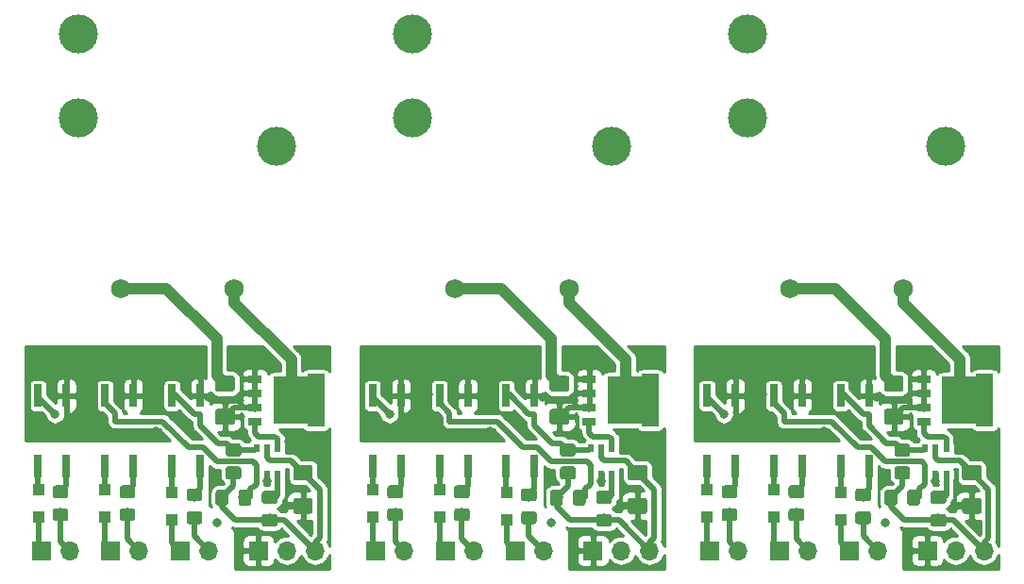
<source format=gtl>
G04 #@! TF.GenerationSoftware,KiCad,Pcbnew,(5.1.4)-1*
G04 #@! TF.CreationDate,2021-09-06T11:03:46-04:00*
G04 #@! TF.ProjectId,relay_array,72656c61-795f-4617-9272-61792e6b6963,rev?*
G04 #@! TF.SameCoordinates,Original*
G04 #@! TF.FileFunction,Copper,L1,Top*
G04 #@! TF.FilePolarity,Positive*
%FSLAX46Y46*%
G04 Gerber Fmt 4.6, Leading zero omitted, Abs format (unit mm)*
G04 Created by KiCad (PCBNEW (5.1.4)-1) date 2021-09-06 11:03:46*
%MOMM*%
%LPD*%
G04 APERTURE LIST*
%ADD10R,0.640000X2.000000*%
%ADD11C,0.100000*%
%ADD12C,1.150000*%
%ADD13R,1.000000X1.000000*%
%ADD14C,1.425000*%
%ADD15R,1.150000X0.700000*%
%ADD16R,1.550000X4.700000*%
%ADD17R,3.300000X4.200000*%
%ADD18R,0.510000X0.700000*%
%ADD19C,1.750000*%
%ADD20C,3.500000*%
%ADD21O,1.700000X1.700000*%
%ADD22R,1.700000X1.700000*%
%ADD23C,0.800000*%
%ADD24C,0.500000*%
%ADD25C,1.000000*%
%ADD26C,0.250000*%
G04 APERTURE END LIST*
D10*
X193730000Y-122100000D03*
X196270000Y-122100000D03*
X196270000Y-128400000D03*
X193730000Y-128400000D03*
X163730000Y-122100000D03*
X166270000Y-122100000D03*
X166270000Y-128400000D03*
X163730000Y-128400000D03*
X133730000Y-122100000D03*
X136270000Y-122100000D03*
X136270000Y-128400000D03*
X133730000Y-128400000D03*
X205730000Y-122100000D03*
X208270000Y-122100000D03*
X208270000Y-128400000D03*
X205730000Y-128400000D03*
X175730000Y-122100000D03*
X178270000Y-122100000D03*
X178270000Y-128400000D03*
X175730000Y-128400000D03*
X145730000Y-122100000D03*
X148270000Y-122100000D03*
X148270000Y-128400000D03*
X145730000Y-128400000D03*
X199730000Y-122100000D03*
X202270000Y-122100000D03*
X202270000Y-128400000D03*
X199730000Y-128400000D03*
X169730000Y-122100000D03*
X172270000Y-122100000D03*
X172270000Y-128400000D03*
X169730000Y-128400000D03*
X139730000Y-122100000D03*
X142270000Y-122100000D03*
X142270000Y-128400000D03*
X139730000Y-128400000D03*
D11*
G36*
X172224505Y-132201204D02*
G01*
X172248773Y-132204804D01*
X172272572Y-132210765D01*
X172295671Y-132219030D01*
X172317850Y-132229520D01*
X172338893Y-132242132D01*
X172358599Y-132256747D01*
X172376777Y-132273223D01*
X172393253Y-132291401D01*
X172407868Y-132311107D01*
X172420480Y-132332150D01*
X172430970Y-132354329D01*
X172439235Y-132377428D01*
X172445196Y-132401227D01*
X172448796Y-132425495D01*
X172450000Y-132449999D01*
X172450000Y-133100001D01*
X172448796Y-133124505D01*
X172445196Y-133148773D01*
X172439235Y-133172572D01*
X172430970Y-133195671D01*
X172420480Y-133217850D01*
X172407868Y-133238893D01*
X172393253Y-133258599D01*
X172376777Y-133276777D01*
X172358599Y-133293253D01*
X172338893Y-133307868D01*
X172317850Y-133320480D01*
X172295671Y-133330970D01*
X172272572Y-133339235D01*
X172248773Y-133345196D01*
X172224505Y-133348796D01*
X172200001Y-133350000D01*
X171299999Y-133350000D01*
X171275495Y-133348796D01*
X171251227Y-133345196D01*
X171227428Y-133339235D01*
X171204329Y-133330970D01*
X171182150Y-133320480D01*
X171161107Y-133307868D01*
X171141401Y-133293253D01*
X171123223Y-133276777D01*
X171106747Y-133258599D01*
X171092132Y-133238893D01*
X171079520Y-133217850D01*
X171069030Y-133195671D01*
X171060765Y-133172572D01*
X171054804Y-133148773D01*
X171051204Y-133124505D01*
X171050000Y-133100001D01*
X171050000Y-132449999D01*
X171051204Y-132425495D01*
X171054804Y-132401227D01*
X171060765Y-132377428D01*
X171069030Y-132354329D01*
X171079520Y-132332150D01*
X171092132Y-132311107D01*
X171106747Y-132291401D01*
X171123223Y-132273223D01*
X171141401Y-132256747D01*
X171161107Y-132242132D01*
X171182150Y-132229520D01*
X171204329Y-132219030D01*
X171227428Y-132210765D01*
X171251227Y-132204804D01*
X171275495Y-132201204D01*
X171299999Y-132200000D01*
X172200001Y-132200000D01*
X172224505Y-132201204D01*
X172224505Y-132201204D01*
G37*
D12*
X171750000Y-132775000D03*
D11*
G36*
X172224505Y-130151204D02*
G01*
X172248773Y-130154804D01*
X172272572Y-130160765D01*
X172295671Y-130169030D01*
X172317850Y-130179520D01*
X172338893Y-130192132D01*
X172358599Y-130206747D01*
X172376777Y-130223223D01*
X172393253Y-130241401D01*
X172407868Y-130261107D01*
X172420480Y-130282150D01*
X172430970Y-130304329D01*
X172439235Y-130327428D01*
X172445196Y-130351227D01*
X172448796Y-130375495D01*
X172450000Y-130399999D01*
X172450000Y-131050001D01*
X172448796Y-131074505D01*
X172445196Y-131098773D01*
X172439235Y-131122572D01*
X172430970Y-131145671D01*
X172420480Y-131167850D01*
X172407868Y-131188893D01*
X172393253Y-131208599D01*
X172376777Y-131226777D01*
X172358599Y-131243253D01*
X172338893Y-131257868D01*
X172317850Y-131270480D01*
X172295671Y-131280970D01*
X172272572Y-131289235D01*
X172248773Y-131295196D01*
X172224505Y-131298796D01*
X172200001Y-131300000D01*
X171299999Y-131300000D01*
X171275495Y-131298796D01*
X171251227Y-131295196D01*
X171227428Y-131289235D01*
X171204329Y-131280970D01*
X171182150Y-131270480D01*
X171161107Y-131257868D01*
X171141401Y-131243253D01*
X171123223Y-131226777D01*
X171106747Y-131208599D01*
X171092132Y-131188893D01*
X171079520Y-131167850D01*
X171069030Y-131145671D01*
X171060765Y-131122572D01*
X171054804Y-131098773D01*
X171051204Y-131074505D01*
X171050000Y-131050001D01*
X171050000Y-130399999D01*
X171051204Y-130375495D01*
X171054804Y-130351227D01*
X171060765Y-130327428D01*
X171069030Y-130304329D01*
X171079520Y-130282150D01*
X171092132Y-130261107D01*
X171106747Y-130241401D01*
X171123223Y-130223223D01*
X171141401Y-130206747D01*
X171161107Y-130192132D01*
X171182150Y-130179520D01*
X171204329Y-130169030D01*
X171227428Y-130160765D01*
X171251227Y-130154804D01*
X171275495Y-130151204D01*
X171299999Y-130150000D01*
X172200001Y-130150000D01*
X172224505Y-130151204D01*
X172224505Y-130151204D01*
G37*
D12*
X171750000Y-130725000D03*
D13*
X163750000Y-130500000D03*
X163750000Y-133000000D03*
X175750000Y-130750000D03*
X175750000Y-133250000D03*
D11*
G36*
X211149504Y-123276204D02*
G01*
X211173773Y-123279804D01*
X211197571Y-123285765D01*
X211220671Y-123294030D01*
X211242849Y-123304520D01*
X211263893Y-123317133D01*
X211283598Y-123331747D01*
X211301777Y-123348223D01*
X211318253Y-123366402D01*
X211332867Y-123386107D01*
X211345480Y-123407151D01*
X211355970Y-123429329D01*
X211364235Y-123452429D01*
X211370196Y-123476227D01*
X211373796Y-123500496D01*
X211375000Y-123525000D01*
X211375000Y-124450000D01*
X211373796Y-124474504D01*
X211370196Y-124498773D01*
X211364235Y-124522571D01*
X211355970Y-124545671D01*
X211345480Y-124567849D01*
X211332867Y-124588893D01*
X211318253Y-124608598D01*
X211301777Y-124626777D01*
X211283598Y-124643253D01*
X211263893Y-124657867D01*
X211242849Y-124670480D01*
X211220671Y-124680970D01*
X211197571Y-124689235D01*
X211173773Y-124695196D01*
X211149504Y-124698796D01*
X211125000Y-124700000D01*
X209875000Y-124700000D01*
X209850496Y-124698796D01*
X209826227Y-124695196D01*
X209802429Y-124689235D01*
X209779329Y-124680970D01*
X209757151Y-124670480D01*
X209736107Y-124657867D01*
X209716402Y-124643253D01*
X209698223Y-124626777D01*
X209681747Y-124608598D01*
X209667133Y-124588893D01*
X209654520Y-124567849D01*
X209644030Y-124545671D01*
X209635765Y-124522571D01*
X209629804Y-124498773D01*
X209626204Y-124474504D01*
X209625000Y-124450000D01*
X209625000Y-123525000D01*
X209626204Y-123500496D01*
X209629804Y-123476227D01*
X209635765Y-123452429D01*
X209644030Y-123429329D01*
X209654520Y-123407151D01*
X209667133Y-123386107D01*
X209681747Y-123366402D01*
X209698223Y-123348223D01*
X209716402Y-123331747D01*
X209736107Y-123317133D01*
X209757151Y-123304520D01*
X209779329Y-123294030D01*
X209802429Y-123285765D01*
X209826227Y-123279804D01*
X209850496Y-123276204D01*
X209875000Y-123275000D01*
X211125000Y-123275000D01*
X211149504Y-123276204D01*
X211149504Y-123276204D01*
G37*
D14*
X210500000Y-123987500D03*
D11*
G36*
X211149504Y-120301204D02*
G01*
X211173773Y-120304804D01*
X211197571Y-120310765D01*
X211220671Y-120319030D01*
X211242849Y-120329520D01*
X211263893Y-120342133D01*
X211283598Y-120356747D01*
X211301777Y-120373223D01*
X211318253Y-120391402D01*
X211332867Y-120411107D01*
X211345480Y-120432151D01*
X211355970Y-120454329D01*
X211364235Y-120477429D01*
X211370196Y-120501227D01*
X211373796Y-120525496D01*
X211375000Y-120550000D01*
X211375000Y-121475000D01*
X211373796Y-121499504D01*
X211370196Y-121523773D01*
X211364235Y-121547571D01*
X211355970Y-121570671D01*
X211345480Y-121592849D01*
X211332867Y-121613893D01*
X211318253Y-121633598D01*
X211301777Y-121651777D01*
X211283598Y-121668253D01*
X211263893Y-121682867D01*
X211242849Y-121695480D01*
X211220671Y-121705970D01*
X211197571Y-121714235D01*
X211173773Y-121720196D01*
X211149504Y-121723796D01*
X211125000Y-121725000D01*
X209875000Y-121725000D01*
X209850496Y-121723796D01*
X209826227Y-121720196D01*
X209802429Y-121714235D01*
X209779329Y-121705970D01*
X209757151Y-121695480D01*
X209736107Y-121682867D01*
X209716402Y-121668253D01*
X209698223Y-121651777D01*
X209681747Y-121633598D01*
X209667133Y-121613893D01*
X209654520Y-121592849D01*
X209644030Y-121570671D01*
X209635765Y-121547571D01*
X209629804Y-121523773D01*
X209626204Y-121499504D01*
X209625000Y-121475000D01*
X209625000Y-120550000D01*
X209626204Y-120525496D01*
X209629804Y-120501227D01*
X209635765Y-120477429D01*
X209644030Y-120454329D01*
X209654520Y-120432151D01*
X209667133Y-120411107D01*
X209681747Y-120391402D01*
X209698223Y-120373223D01*
X209716402Y-120356747D01*
X209736107Y-120342133D01*
X209757151Y-120329520D01*
X209779329Y-120319030D01*
X209802429Y-120310765D01*
X209826227Y-120304804D01*
X209850496Y-120301204D01*
X209875000Y-120300000D01*
X211125000Y-120300000D01*
X211149504Y-120301204D01*
X211149504Y-120301204D01*
G37*
D14*
X210500000Y-121012500D03*
D13*
X205750000Y-130750000D03*
X205750000Y-133250000D03*
D11*
G36*
X166224505Y-132201204D02*
G01*
X166248773Y-132204804D01*
X166272572Y-132210765D01*
X166295671Y-132219030D01*
X166317850Y-132229520D01*
X166338893Y-132242132D01*
X166358599Y-132256747D01*
X166376777Y-132273223D01*
X166393253Y-132291401D01*
X166407868Y-132311107D01*
X166420480Y-132332150D01*
X166430970Y-132354329D01*
X166439235Y-132377428D01*
X166445196Y-132401227D01*
X166448796Y-132425495D01*
X166450000Y-132449999D01*
X166450000Y-133100001D01*
X166448796Y-133124505D01*
X166445196Y-133148773D01*
X166439235Y-133172572D01*
X166430970Y-133195671D01*
X166420480Y-133217850D01*
X166407868Y-133238893D01*
X166393253Y-133258599D01*
X166376777Y-133276777D01*
X166358599Y-133293253D01*
X166338893Y-133307868D01*
X166317850Y-133320480D01*
X166295671Y-133330970D01*
X166272572Y-133339235D01*
X166248773Y-133345196D01*
X166224505Y-133348796D01*
X166200001Y-133350000D01*
X165299999Y-133350000D01*
X165275495Y-133348796D01*
X165251227Y-133345196D01*
X165227428Y-133339235D01*
X165204329Y-133330970D01*
X165182150Y-133320480D01*
X165161107Y-133307868D01*
X165141401Y-133293253D01*
X165123223Y-133276777D01*
X165106747Y-133258599D01*
X165092132Y-133238893D01*
X165079520Y-133217850D01*
X165069030Y-133195671D01*
X165060765Y-133172572D01*
X165054804Y-133148773D01*
X165051204Y-133124505D01*
X165050000Y-133100001D01*
X165050000Y-132449999D01*
X165051204Y-132425495D01*
X165054804Y-132401227D01*
X165060765Y-132377428D01*
X165069030Y-132354329D01*
X165079520Y-132332150D01*
X165092132Y-132311107D01*
X165106747Y-132291401D01*
X165123223Y-132273223D01*
X165141401Y-132256747D01*
X165161107Y-132242132D01*
X165182150Y-132229520D01*
X165204329Y-132219030D01*
X165227428Y-132210765D01*
X165251227Y-132204804D01*
X165275495Y-132201204D01*
X165299999Y-132200000D01*
X166200001Y-132200000D01*
X166224505Y-132201204D01*
X166224505Y-132201204D01*
G37*
D12*
X165750000Y-132775000D03*
D11*
G36*
X166224505Y-130151204D02*
G01*
X166248773Y-130154804D01*
X166272572Y-130160765D01*
X166295671Y-130169030D01*
X166317850Y-130179520D01*
X166338893Y-130192132D01*
X166358599Y-130206747D01*
X166376777Y-130223223D01*
X166393253Y-130241401D01*
X166407868Y-130261107D01*
X166420480Y-130282150D01*
X166430970Y-130304329D01*
X166439235Y-130327428D01*
X166445196Y-130351227D01*
X166448796Y-130375495D01*
X166450000Y-130399999D01*
X166450000Y-131050001D01*
X166448796Y-131074505D01*
X166445196Y-131098773D01*
X166439235Y-131122572D01*
X166430970Y-131145671D01*
X166420480Y-131167850D01*
X166407868Y-131188893D01*
X166393253Y-131208599D01*
X166376777Y-131226777D01*
X166358599Y-131243253D01*
X166338893Y-131257868D01*
X166317850Y-131270480D01*
X166295671Y-131280970D01*
X166272572Y-131289235D01*
X166248773Y-131295196D01*
X166224505Y-131298796D01*
X166200001Y-131300000D01*
X165299999Y-131300000D01*
X165275495Y-131298796D01*
X165251227Y-131295196D01*
X165227428Y-131289235D01*
X165204329Y-131280970D01*
X165182150Y-131270480D01*
X165161107Y-131257868D01*
X165141401Y-131243253D01*
X165123223Y-131226777D01*
X165106747Y-131208599D01*
X165092132Y-131188893D01*
X165079520Y-131167850D01*
X165069030Y-131145671D01*
X165060765Y-131122572D01*
X165054804Y-131098773D01*
X165051204Y-131074505D01*
X165050000Y-131050001D01*
X165050000Y-130399999D01*
X165051204Y-130375495D01*
X165054804Y-130351227D01*
X165060765Y-130327428D01*
X165069030Y-130304329D01*
X165079520Y-130282150D01*
X165092132Y-130261107D01*
X165106747Y-130241401D01*
X165123223Y-130223223D01*
X165141401Y-130206747D01*
X165161107Y-130192132D01*
X165182150Y-130179520D01*
X165204329Y-130169030D01*
X165227428Y-130160765D01*
X165251227Y-130154804D01*
X165275495Y-130151204D01*
X165299999Y-130150000D01*
X166200001Y-130150000D01*
X166224505Y-130151204D01*
X166224505Y-130151204D01*
G37*
D12*
X165750000Y-130725000D03*
D15*
X183165000Y-121860000D03*
X183165000Y-120590000D03*
X183165000Y-123140000D03*
D16*
X188635000Y-122500000D03*
D17*
X186435000Y-122500000D03*
D15*
X183165000Y-124410000D03*
D11*
G36*
X218149504Y-131276204D02*
G01*
X218173773Y-131279804D01*
X218197571Y-131285765D01*
X218220671Y-131294030D01*
X218242849Y-131304520D01*
X218263893Y-131317133D01*
X218283598Y-131331747D01*
X218301777Y-131348223D01*
X218318253Y-131366402D01*
X218332867Y-131386107D01*
X218345480Y-131407151D01*
X218355970Y-131429329D01*
X218364235Y-131452429D01*
X218370196Y-131476227D01*
X218373796Y-131500496D01*
X218375000Y-131525000D01*
X218375000Y-132450000D01*
X218373796Y-132474504D01*
X218370196Y-132498773D01*
X218364235Y-132522571D01*
X218355970Y-132545671D01*
X218345480Y-132567849D01*
X218332867Y-132588893D01*
X218318253Y-132608598D01*
X218301777Y-132626777D01*
X218283598Y-132643253D01*
X218263893Y-132657867D01*
X218242849Y-132670480D01*
X218220671Y-132680970D01*
X218197571Y-132689235D01*
X218173773Y-132695196D01*
X218149504Y-132698796D01*
X218125000Y-132700000D01*
X216875000Y-132700000D01*
X216850496Y-132698796D01*
X216826227Y-132695196D01*
X216802429Y-132689235D01*
X216779329Y-132680970D01*
X216757151Y-132670480D01*
X216736107Y-132657867D01*
X216716402Y-132643253D01*
X216698223Y-132626777D01*
X216681747Y-132608598D01*
X216667133Y-132588893D01*
X216654520Y-132567849D01*
X216644030Y-132545671D01*
X216635765Y-132522571D01*
X216629804Y-132498773D01*
X216626204Y-132474504D01*
X216625000Y-132450000D01*
X216625000Y-131525000D01*
X216626204Y-131500496D01*
X216629804Y-131476227D01*
X216635765Y-131452429D01*
X216644030Y-131429329D01*
X216654520Y-131407151D01*
X216667133Y-131386107D01*
X216681747Y-131366402D01*
X216698223Y-131348223D01*
X216716402Y-131331747D01*
X216736107Y-131317133D01*
X216757151Y-131304520D01*
X216779329Y-131294030D01*
X216802429Y-131285765D01*
X216826227Y-131279804D01*
X216850496Y-131276204D01*
X216875000Y-131275000D01*
X218125000Y-131275000D01*
X218149504Y-131276204D01*
X218149504Y-131276204D01*
G37*
D14*
X217500000Y-131987500D03*
D11*
G36*
X218149504Y-128301204D02*
G01*
X218173773Y-128304804D01*
X218197571Y-128310765D01*
X218220671Y-128319030D01*
X218242849Y-128329520D01*
X218263893Y-128342133D01*
X218283598Y-128356747D01*
X218301777Y-128373223D01*
X218318253Y-128391402D01*
X218332867Y-128411107D01*
X218345480Y-128432151D01*
X218355970Y-128454329D01*
X218364235Y-128477429D01*
X218370196Y-128501227D01*
X218373796Y-128525496D01*
X218375000Y-128550000D01*
X218375000Y-129475000D01*
X218373796Y-129499504D01*
X218370196Y-129523773D01*
X218364235Y-129547571D01*
X218355970Y-129570671D01*
X218345480Y-129592849D01*
X218332867Y-129613893D01*
X218318253Y-129633598D01*
X218301777Y-129651777D01*
X218283598Y-129668253D01*
X218263893Y-129682867D01*
X218242849Y-129695480D01*
X218220671Y-129705970D01*
X218197571Y-129714235D01*
X218173773Y-129720196D01*
X218149504Y-129723796D01*
X218125000Y-129725000D01*
X216875000Y-129725000D01*
X216850496Y-129723796D01*
X216826227Y-129720196D01*
X216802429Y-129714235D01*
X216779329Y-129705970D01*
X216757151Y-129695480D01*
X216736107Y-129682867D01*
X216716402Y-129668253D01*
X216698223Y-129651777D01*
X216681747Y-129633598D01*
X216667133Y-129613893D01*
X216654520Y-129592849D01*
X216644030Y-129570671D01*
X216635765Y-129547571D01*
X216629804Y-129523773D01*
X216626204Y-129499504D01*
X216625000Y-129475000D01*
X216625000Y-128550000D01*
X216626204Y-128525496D01*
X216629804Y-128501227D01*
X216635765Y-128477429D01*
X216644030Y-128454329D01*
X216654520Y-128432151D01*
X216667133Y-128411107D01*
X216681747Y-128391402D01*
X216698223Y-128373223D01*
X216716402Y-128356747D01*
X216736107Y-128342133D01*
X216757151Y-128329520D01*
X216779329Y-128319030D01*
X216802429Y-128310765D01*
X216826227Y-128304804D01*
X216850496Y-128301204D01*
X216875000Y-128300000D01*
X218125000Y-128300000D01*
X218149504Y-128301204D01*
X218149504Y-128301204D01*
G37*
D14*
X217500000Y-129012500D03*
D11*
G36*
X181149504Y-123276204D02*
G01*
X181173773Y-123279804D01*
X181197571Y-123285765D01*
X181220671Y-123294030D01*
X181242849Y-123304520D01*
X181263893Y-123317133D01*
X181283598Y-123331747D01*
X181301777Y-123348223D01*
X181318253Y-123366402D01*
X181332867Y-123386107D01*
X181345480Y-123407151D01*
X181355970Y-123429329D01*
X181364235Y-123452429D01*
X181370196Y-123476227D01*
X181373796Y-123500496D01*
X181375000Y-123525000D01*
X181375000Y-124450000D01*
X181373796Y-124474504D01*
X181370196Y-124498773D01*
X181364235Y-124522571D01*
X181355970Y-124545671D01*
X181345480Y-124567849D01*
X181332867Y-124588893D01*
X181318253Y-124608598D01*
X181301777Y-124626777D01*
X181283598Y-124643253D01*
X181263893Y-124657867D01*
X181242849Y-124670480D01*
X181220671Y-124680970D01*
X181197571Y-124689235D01*
X181173773Y-124695196D01*
X181149504Y-124698796D01*
X181125000Y-124700000D01*
X179875000Y-124700000D01*
X179850496Y-124698796D01*
X179826227Y-124695196D01*
X179802429Y-124689235D01*
X179779329Y-124680970D01*
X179757151Y-124670480D01*
X179736107Y-124657867D01*
X179716402Y-124643253D01*
X179698223Y-124626777D01*
X179681747Y-124608598D01*
X179667133Y-124588893D01*
X179654520Y-124567849D01*
X179644030Y-124545671D01*
X179635765Y-124522571D01*
X179629804Y-124498773D01*
X179626204Y-124474504D01*
X179625000Y-124450000D01*
X179625000Y-123525000D01*
X179626204Y-123500496D01*
X179629804Y-123476227D01*
X179635765Y-123452429D01*
X179644030Y-123429329D01*
X179654520Y-123407151D01*
X179667133Y-123386107D01*
X179681747Y-123366402D01*
X179698223Y-123348223D01*
X179716402Y-123331747D01*
X179736107Y-123317133D01*
X179757151Y-123304520D01*
X179779329Y-123294030D01*
X179802429Y-123285765D01*
X179826227Y-123279804D01*
X179850496Y-123276204D01*
X179875000Y-123275000D01*
X181125000Y-123275000D01*
X181149504Y-123276204D01*
X181149504Y-123276204D01*
G37*
D14*
X180500000Y-123987500D03*
D11*
G36*
X181149504Y-120301204D02*
G01*
X181173773Y-120304804D01*
X181197571Y-120310765D01*
X181220671Y-120319030D01*
X181242849Y-120329520D01*
X181263893Y-120342133D01*
X181283598Y-120356747D01*
X181301777Y-120373223D01*
X181318253Y-120391402D01*
X181332867Y-120411107D01*
X181345480Y-120432151D01*
X181355970Y-120454329D01*
X181364235Y-120477429D01*
X181370196Y-120501227D01*
X181373796Y-120525496D01*
X181375000Y-120550000D01*
X181375000Y-121475000D01*
X181373796Y-121499504D01*
X181370196Y-121523773D01*
X181364235Y-121547571D01*
X181355970Y-121570671D01*
X181345480Y-121592849D01*
X181332867Y-121613893D01*
X181318253Y-121633598D01*
X181301777Y-121651777D01*
X181283598Y-121668253D01*
X181263893Y-121682867D01*
X181242849Y-121695480D01*
X181220671Y-121705970D01*
X181197571Y-121714235D01*
X181173773Y-121720196D01*
X181149504Y-121723796D01*
X181125000Y-121725000D01*
X179875000Y-121725000D01*
X179850496Y-121723796D01*
X179826227Y-121720196D01*
X179802429Y-121714235D01*
X179779329Y-121705970D01*
X179757151Y-121695480D01*
X179736107Y-121682867D01*
X179716402Y-121668253D01*
X179698223Y-121651777D01*
X179681747Y-121633598D01*
X179667133Y-121613893D01*
X179654520Y-121592849D01*
X179644030Y-121570671D01*
X179635765Y-121547571D01*
X179629804Y-121523773D01*
X179626204Y-121499504D01*
X179625000Y-121475000D01*
X179625000Y-120550000D01*
X179626204Y-120525496D01*
X179629804Y-120501227D01*
X179635765Y-120477429D01*
X179644030Y-120454329D01*
X179654520Y-120432151D01*
X179667133Y-120411107D01*
X179681747Y-120391402D01*
X179698223Y-120373223D01*
X179716402Y-120356747D01*
X179736107Y-120342133D01*
X179757151Y-120329520D01*
X179779329Y-120319030D01*
X179802429Y-120310765D01*
X179826227Y-120304804D01*
X179850496Y-120301204D01*
X179875000Y-120300000D01*
X181125000Y-120300000D01*
X181149504Y-120301204D01*
X181149504Y-120301204D01*
G37*
D14*
X180500000Y-121012500D03*
D13*
X169750000Y-130500000D03*
X169750000Y-133000000D03*
D11*
G36*
X188149504Y-131276204D02*
G01*
X188173773Y-131279804D01*
X188197571Y-131285765D01*
X188220671Y-131294030D01*
X188242849Y-131304520D01*
X188263893Y-131317133D01*
X188283598Y-131331747D01*
X188301777Y-131348223D01*
X188318253Y-131366402D01*
X188332867Y-131386107D01*
X188345480Y-131407151D01*
X188355970Y-131429329D01*
X188364235Y-131452429D01*
X188370196Y-131476227D01*
X188373796Y-131500496D01*
X188375000Y-131525000D01*
X188375000Y-132450000D01*
X188373796Y-132474504D01*
X188370196Y-132498773D01*
X188364235Y-132522571D01*
X188355970Y-132545671D01*
X188345480Y-132567849D01*
X188332867Y-132588893D01*
X188318253Y-132608598D01*
X188301777Y-132626777D01*
X188283598Y-132643253D01*
X188263893Y-132657867D01*
X188242849Y-132670480D01*
X188220671Y-132680970D01*
X188197571Y-132689235D01*
X188173773Y-132695196D01*
X188149504Y-132698796D01*
X188125000Y-132700000D01*
X186875000Y-132700000D01*
X186850496Y-132698796D01*
X186826227Y-132695196D01*
X186802429Y-132689235D01*
X186779329Y-132680970D01*
X186757151Y-132670480D01*
X186736107Y-132657867D01*
X186716402Y-132643253D01*
X186698223Y-132626777D01*
X186681747Y-132608598D01*
X186667133Y-132588893D01*
X186654520Y-132567849D01*
X186644030Y-132545671D01*
X186635765Y-132522571D01*
X186629804Y-132498773D01*
X186626204Y-132474504D01*
X186625000Y-132450000D01*
X186625000Y-131525000D01*
X186626204Y-131500496D01*
X186629804Y-131476227D01*
X186635765Y-131452429D01*
X186644030Y-131429329D01*
X186654520Y-131407151D01*
X186667133Y-131386107D01*
X186681747Y-131366402D01*
X186698223Y-131348223D01*
X186716402Y-131331747D01*
X186736107Y-131317133D01*
X186757151Y-131304520D01*
X186779329Y-131294030D01*
X186802429Y-131285765D01*
X186826227Y-131279804D01*
X186850496Y-131276204D01*
X186875000Y-131275000D01*
X188125000Y-131275000D01*
X188149504Y-131276204D01*
X188149504Y-131276204D01*
G37*
D14*
X187500000Y-131987500D03*
D11*
G36*
X188149504Y-128301204D02*
G01*
X188173773Y-128304804D01*
X188197571Y-128310765D01*
X188220671Y-128319030D01*
X188242849Y-128329520D01*
X188263893Y-128342133D01*
X188283598Y-128356747D01*
X188301777Y-128373223D01*
X188318253Y-128391402D01*
X188332867Y-128411107D01*
X188345480Y-128432151D01*
X188355970Y-128454329D01*
X188364235Y-128477429D01*
X188370196Y-128501227D01*
X188373796Y-128525496D01*
X188375000Y-128550000D01*
X188375000Y-129475000D01*
X188373796Y-129499504D01*
X188370196Y-129523773D01*
X188364235Y-129547571D01*
X188355970Y-129570671D01*
X188345480Y-129592849D01*
X188332867Y-129613893D01*
X188318253Y-129633598D01*
X188301777Y-129651777D01*
X188283598Y-129668253D01*
X188263893Y-129682867D01*
X188242849Y-129695480D01*
X188220671Y-129705970D01*
X188197571Y-129714235D01*
X188173773Y-129720196D01*
X188149504Y-129723796D01*
X188125000Y-129725000D01*
X186875000Y-129725000D01*
X186850496Y-129723796D01*
X186826227Y-129720196D01*
X186802429Y-129714235D01*
X186779329Y-129705970D01*
X186757151Y-129695480D01*
X186736107Y-129682867D01*
X186716402Y-129668253D01*
X186698223Y-129651777D01*
X186681747Y-129633598D01*
X186667133Y-129613893D01*
X186654520Y-129592849D01*
X186644030Y-129570671D01*
X186635765Y-129547571D01*
X186629804Y-129523773D01*
X186626204Y-129499504D01*
X186625000Y-129475000D01*
X186625000Y-128550000D01*
X186626204Y-128525496D01*
X186629804Y-128501227D01*
X186635765Y-128477429D01*
X186644030Y-128454329D01*
X186654520Y-128432151D01*
X186667133Y-128411107D01*
X186681747Y-128391402D01*
X186698223Y-128373223D01*
X186716402Y-128356747D01*
X186736107Y-128342133D01*
X186757151Y-128329520D01*
X186779329Y-128319030D01*
X186802429Y-128310765D01*
X186826227Y-128304804D01*
X186850496Y-128301204D01*
X186875000Y-128300000D01*
X188125000Y-128300000D01*
X188149504Y-128301204D01*
X188149504Y-128301204D01*
G37*
D14*
X187500000Y-129012500D03*
D13*
X193750000Y-130500000D03*
X193750000Y-133000000D03*
D15*
X213165000Y-121860000D03*
X213165000Y-120590000D03*
X213165000Y-123140000D03*
D16*
X218635000Y-122500000D03*
D17*
X216435000Y-122500000D03*
D15*
X213165000Y-124410000D03*
D13*
X199750000Y-130500000D03*
X199750000Y-133000000D03*
D18*
X213300000Y-126840000D03*
X214250000Y-126840000D03*
X215200000Y-126840000D03*
X215200000Y-129160000D03*
X214250000Y-129160000D03*
X213300000Y-129160000D03*
D11*
G36*
X211724505Y-128451204D02*
G01*
X211748773Y-128454804D01*
X211772572Y-128460765D01*
X211795671Y-128469030D01*
X211817850Y-128479520D01*
X211838893Y-128492132D01*
X211858599Y-128506747D01*
X211876777Y-128523223D01*
X211893253Y-128541401D01*
X211907868Y-128561107D01*
X211920480Y-128582150D01*
X211930970Y-128604329D01*
X211939235Y-128627428D01*
X211945196Y-128651227D01*
X211948796Y-128675495D01*
X211950000Y-128699999D01*
X211950000Y-129350001D01*
X211948796Y-129374505D01*
X211945196Y-129398773D01*
X211939235Y-129422572D01*
X211930970Y-129445671D01*
X211920480Y-129467850D01*
X211907868Y-129488893D01*
X211893253Y-129508599D01*
X211876777Y-129526777D01*
X211858599Y-129543253D01*
X211838893Y-129557868D01*
X211817850Y-129570480D01*
X211795671Y-129580970D01*
X211772572Y-129589235D01*
X211748773Y-129595196D01*
X211724505Y-129598796D01*
X211700001Y-129600000D01*
X210799999Y-129600000D01*
X210775495Y-129598796D01*
X210751227Y-129595196D01*
X210727428Y-129589235D01*
X210704329Y-129580970D01*
X210682150Y-129570480D01*
X210661107Y-129557868D01*
X210641401Y-129543253D01*
X210623223Y-129526777D01*
X210606747Y-129508599D01*
X210592132Y-129488893D01*
X210579520Y-129467850D01*
X210569030Y-129445671D01*
X210560765Y-129422572D01*
X210554804Y-129398773D01*
X210551204Y-129374505D01*
X210550000Y-129350001D01*
X210550000Y-128699999D01*
X210551204Y-128675495D01*
X210554804Y-128651227D01*
X210560765Y-128627428D01*
X210569030Y-128604329D01*
X210579520Y-128582150D01*
X210592132Y-128561107D01*
X210606747Y-128541401D01*
X210623223Y-128523223D01*
X210641401Y-128506747D01*
X210661107Y-128492132D01*
X210682150Y-128479520D01*
X210704329Y-128469030D01*
X210727428Y-128460765D01*
X210751227Y-128454804D01*
X210775495Y-128451204D01*
X210799999Y-128450000D01*
X211700001Y-128450000D01*
X211724505Y-128451204D01*
X211724505Y-128451204D01*
G37*
D12*
X211250000Y-129025000D03*
D11*
G36*
X211724505Y-126401204D02*
G01*
X211748773Y-126404804D01*
X211772572Y-126410765D01*
X211795671Y-126419030D01*
X211817850Y-126429520D01*
X211838893Y-126442132D01*
X211858599Y-126456747D01*
X211876777Y-126473223D01*
X211893253Y-126491401D01*
X211907868Y-126511107D01*
X211920480Y-126532150D01*
X211930970Y-126554329D01*
X211939235Y-126577428D01*
X211945196Y-126601227D01*
X211948796Y-126625495D01*
X211950000Y-126649999D01*
X211950000Y-127300001D01*
X211948796Y-127324505D01*
X211945196Y-127348773D01*
X211939235Y-127372572D01*
X211930970Y-127395671D01*
X211920480Y-127417850D01*
X211907868Y-127438893D01*
X211893253Y-127458599D01*
X211876777Y-127476777D01*
X211858599Y-127493253D01*
X211838893Y-127507868D01*
X211817850Y-127520480D01*
X211795671Y-127530970D01*
X211772572Y-127539235D01*
X211748773Y-127545196D01*
X211724505Y-127548796D01*
X211700001Y-127550000D01*
X210799999Y-127550000D01*
X210775495Y-127548796D01*
X210751227Y-127545196D01*
X210727428Y-127539235D01*
X210704329Y-127530970D01*
X210682150Y-127520480D01*
X210661107Y-127507868D01*
X210641401Y-127493253D01*
X210623223Y-127476777D01*
X210606747Y-127458599D01*
X210592132Y-127438893D01*
X210579520Y-127417850D01*
X210569030Y-127395671D01*
X210560765Y-127372572D01*
X210554804Y-127348773D01*
X210551204Y-127324505D01*
X210550000Y-127300001D01*
X210550000Y-126649999D01*
X210551204Y-126625495D01*
X210554804Y-126601227D01*
X210560765Y-126577428D01*
X210569030Y-126554329D01*
X210579520Y-126532150D01*
X210592132Y-126511107D01*
X210606747Y-126491401D01*
X210623223Y-126473223D01*
X210641401Y-126456747D01*
X210661107Y-126442132D01*
X210682150Y-126429520D01*
X210704329Y-126419030D01*
X210727428Y-126410765D01*
X210751227Y-126404804D01*
X210775495Y-126401204D01*
X210799999Y-126400000D01*
X211700001Y-126400000D01*
X211724505Y-126401204D01*
X211724505Y-126401204D01*
G37*
D12*
X211250000Y-126975000D03*
D11*
G36*
X214974505Y-132701204D02*
G01*
X214998773Y-132704804D01*
X215022572Y-132710765D01*
X215045671Y-132719030D01*
X215067850Y-132729520D01*
X215088893Y-132742132D01*
X215108599Y-132756747D01*
X215126777Y-132773223D01*
X215143253Y-132791401D01*
X215157868Y-132811107D01*
X215170480Y-132832150D01*
X215180970Y-132854329D01*
X215189235Y-132877428D01*
X215195196Y-132901227D01*
X215198796Y-132925495D01*
X215200000Y-132949999D01*
X215200000Y-133600001D01*
X215198796Y-133624505D01*
X215195196Y-133648773D01*
X215189235Y-133672572D01*
X215180970Y-133695671D01*
X215170480Y-133717850D01*
X215157868Y-133738893D01*
X215143253Y-133758599D01*
X215126777Y-133776777D01*
X215108599Y-133793253D01*
X215088893Y-133807868D01*
X215067850Y-133820480D01*
X215045671Y-133830970D01*
X215022572Y-133839235D01*
X214998773Y-133845196D01*
X214974505Y-133848796D01*
X214950001Y-133850000D01*
X214049999Y-133850000D01*
X214025495Y-133848796D01*
X214001227Y-133845196D01*
X213977428Y-133839235D01*
X213954329Y-133830970D01*
X213932150Y-133820480D01*
X213911107Y-133807868D01*
X213891401Y-133793253D01*
X213873223Y-133776777D01*
X213856747Y-133758599D01*
X213842132Y-133738893D01*
X213829520Y-133717850D01*
X213819030Y-133695671D01*
X213810765Y-133672572D01*
X213804804Y-133648773D01*
X213801204Y-133624505D01*
X213800000Y-133600001D01*
X213800000Y-132949999D01*
X213801204Y-132925495D01*
X213804804Y-132901227D01*
X213810765Y-132877428D01*
X213819030Y-132854329D01*
X213829520Y-132832150D01*
X213842132Y-132811107D01*
X213856747Y-132791401D01*
X213873223Y-132773223D01*
X213891401Y-132756747D01*
X213911107Y-132742132D01*
X213932150Y-132729520D01*
X213954329Y-132719030D01*
X213977428Y-132710765D01*
X214001227Y-132704804D01*
X214025495Y-132701204D01*
X214049999Y-132700000D01*
X214950001Y-132700000D01*
X214974505Y-132701204D01*
X214974505Y-132701204D01*
G37*
D12*
X214500000Y-133275000D03*
D11*
G36*
X214974505Y-130651204D02*
G01*
X214998773Y-130654804D01*
X215022572Y-130660765D01*
X215045671Y-130669030D01*
X215067850Y-130679520D01*
X215088893Y-130692132D01*
X215108599Y-130706747D01*
X215126777Y-130723223D01*
X215143253Y-130741401D01*
X215157868Y-130761107D01*
X215170480Y-130782150D01*
X215180970Y-130804329D01*
X215189235Y-130827428D01*
X215195196Y-130851227D01*
X215198796Y-130875495D01*
X215200000Y-130899999D01*
X215200000Y-131550001D01*
X215198796Y-131574505D01*
X215195196Y-131598773D01*
X215189235Y-131622572D01*
X215180970Y-131645671D01*
X215170480Y-131667850D01*
X215157868Y-131688893D01*
X215143253Y-131708599D01*
X215126777Y-131726777D01*
X215108599Y-131743253D01*
X215088893Y-131757868D01*
X215067850Y-131770480D01*
X215045671Y-131780970D01*
X215022572Y-131789235D01*
X214998773Y-131795196D01*
X214974505Y-131798796D01*
X214950001Y-131800000D01*
X214049999Y-131800000D01*
X214025495Y-131798796D01*
X214001227Y-131795196D01*
X213977428Y-131789235D01*
X213954329Y-131780970D01*
X213932150Y-131770480D01*
X213911107Y-131757868D01*
X213891401Y-131743253D01*
X213873223Y-131726777D01*
X213856747Y-131708599D01*
X213842132Y-131688893D01*
X213829520Y-131667850D01*
X213819030Y-131645671D01*
X213810765Y-131622572D01*
X213804804Y-131598773D01*
X213801204Y-131574505D01*
X213800000Y-131550001D01*
X213800000Y-130899999D01*
X213801204Y-130875495D01*
X213804804Y-130851227D01*
X213810765Y-130827428D01*
X213819030Y-130804329D01*
X213829520Y-130782150D01*
X213842132Y-130761107D01*
X213856747Y-130741401D01*
X213873223Y-130723223D01*
X213891401Y-130706747D01*
X213911107Y-130692132D01*
X213932150Y-130679520D01*
X213954329Y-130669030D01*
X213977428Y-130660765D01*
X214001227Y-130654804D01*
X214025495Y-130651204D01*
X214049999Y-130650000D01*
X214950001Y-130650000D01*
X214974505Y-130651204D01*
X214974505Y-130651204D01*
G37*
D12*
X214500000Y-131225000D03*
D11*
G36*
X208224505Y-132476204D02*
G01*
X208248773Y-132479804D01*
X208272572Y-132485765D01*
X208295671Y-132494030D01*
X208317850Y-132504520D01*
X208338893Y-132517132D01*
X208358599Y-132531747D01*
X208376777Y-132548223D01*
X208393253Y-132566401D01*
X208407868Y-132586107D01*
X208420480Y-132607150D01*
X208430970Y-132629329D01*
X208439235Y-132652428D01*
X208445196Y-132676227D01*
X208448796Y-132700495D01*
X208450000Y-132724999D01*
X208450000Y-133375001D01*
X208448796Y-133399505D01*
X208445196Y-133423773D01*
X208439235Y-133447572D01*
X208430970Y-133470671D01*
X208420480Y-133492850D01*
X208407868Y-133513893D01*
X208393253Y-133533599D01*
X208376777Y-133551777D01*
X208358599Y-133568253D01*
X208338893Y-133582868D01*
X208317850Y-133595480D01*
X208295671Y-133605970D01*
X208272572Y-133614235D01*
X208248773Y-133620196D01*
X208224505Y-133623796D01*
X208200001Y-133625000D01*
X207299999Y-133625000D01*
X207275495Y-133623796D01*
X207251227Y-133620196D01*
X207227428Y-133614235D01*
X207204329Y-133605970D01*
X207182150Y-133595480D01*
X207161107Y-133582868D01*
X207141401Y-133568253D01*
X207123223Y-133551777D01*
X207106747Y-133533599D01*
X207092132Y-133513893D01*
X207079520Y-133492850D01*
X207069030Y-133470671D01*
X207060765Y-133447572D01*
X207054804Y-133423773D01*
X207051204Y-133399505D01*
X207050000Y-133375001D01*
X207050000Y-132724999D01*
X207051204Y-132700495D01*
X207054804Y-132676227D01*
X207060765Y-132652428D01*
X207069030Y-132629329D01*
X207079520Y-132607150D01*
X207092132Y-132586107D01*
X207106747Y-132566401D01*
X207123223Y-132548223D01*
X207141401Y-132531747D01*
X207161107Y-132517132D01*
X207182150Y-132504520D01*
X207204329Y-132494030D01*
X207227428Y-132485765D01*
X207251227Y-132479804D01*
X207275495Y-132476204D01*
X207299999Y-132475000D01*
X208200001Y-132475000D01*
X208224505Y-132476204D01*
X208224505Y-132476204D01*
G37*
D12*
X207750000Y-133050000D03*
D11*
G36*
X208224505Y-130426204D02*
G01*
X208248773Y-130429804D01*
X208272572Y-130435765D01*
X208295671Y-130444030D01*
X208317850Y-130454520D01*
X208338893Y-130467132D01*
X208358599Y-130481747D01*
X208376777Y-130498223D01*
X208393253Y-130516401D01*
X208407868Y-130536107D01*
X208420480Y-130557150D01*
X208430970Y-130579329D01*
X208439235Y-130602428D01*
X208445196Y-130626227D01*
X208448796Y-130650495D01*
X208450000Y-130674999D01*
X208450000Y-131325001D01*
X208448796Y-131349505D01*
X208445196Y-131373773D01*
X208439235Y-131397572D01*
X208430970Y-131420671D01*
X208420480Y-131442850D01*
X208407868Y-131463893D01*
X208393253Y-131483599D01*
X208376777Y-131501777D01*
X208358599Y-131518253D01*
X208338893Y-131532868D01*
X208317850Y-131545480D01*
X208295671Y-131555970D01*
X208272572Y-131564235D01*
X208248773Y-131570196D01*
X208224505Y-131573796D01*
X208200001Y-131575000D01*
X207299999Y-131575000D01*
X207275495Y-131573796D01*
X207251227Y-131570196D01*
X207227428Y-131564235D01*
X207204329Y-131555970D01*
X207182150Y-131545480D01*
X207161107Y-131532868D01*
X207141401Y-131518253D01*
X207123223Y-131501777D01*
X207106747Y-131483599D01*
X207092132Y-131463893D01*
X207079520Y-131442850D01*
X207069030Y-131420671D01*
X207060765Y-131397572D01*
X207054804Y-131373773D01*
X207051204Y-131349505D01*
X207050000Y-131325001D01*
X207050000Y-130674999D01*
X207051204Y-130650495D01*
X207054804Y-130626227D01*
X207060765Y-130602428D01*
X207069030Y-130579329D01*
X207079520Y-130557150D01*
X207092132Y-130536107D01*
X207106747Y-130516401D01*
X207123223Y-130498223D01*
X207141401Y-130481747D01*
X207161107Y-130467132D01*
X207182150Y-130454520D01*
X207204329Y-130444030D01*
X207227428Y-130435765D01*
X207251227Y-130429804D01*
X207275495Y-130426204D01*
X207299999Y-130425000D01*
X208200001Y-130425000D01*
X208224505Y-130426204D01*
X208224505Y-130426204D01*
G37*
D12*
X207750000Y-131000000D03*
D11*
G36*
X180574505Y-130551204D02*
G01*
X180598773Y-130554804D01*
X180622572Y-130560765D01*
X180645671Y-130569030D01*
X180667850Y-130579520D01*
X180688893Y-130592132D01*
X180708599Y-130606747D01*
X180726777Y-130623223D01*
X180743253Y-130641401D01*
X180757868Y-130661107D01*
X180770480Y-130682150D01*
X180780970Y-130704329D01*
X180789235Y-130727428D01*
X180795196Y-130751227D01*
X180798796Y-130775495D01*
X180800000Y-130799999D01*
X180800000Y-131700001D01*
X180798796Y-131724505D01*
X180795196Y-131748773D01*
X180789235Y-131772572D01*
X180780970Y-131795671D01*
X180770480Y-131817850D01*
X180757868Y-131838893D01*
X180743253Y-131858599D01*
X180726777Y-131876777D01*
X180708599Y-131893253D01*
X180688893Y-131907868D01*
X180667850Y-131920480D01*
X180645671Y-131930970D01*
X180622572Y-131939235D01*
X180598773Y-131945196D01*
X180574505Y-131948796D01*
X180550001Y-131950000D01*
X179899999Y-131950000D01*
X179875495Y-131948796D01*
X179851227Y-131945196D01*
X179827428Y-131939235D01*
X179804329Y-131930970D01*
X179782150Y-131920480D01*
X179761107Y-131907868D01*
X179741401Y-131893253D01*
X179723223Y-131876777D01*
X179706747Y-131858599D01*
X179692132Y-131838893D01*
X179679520Y-131817850D01*
X179669030Y-131795671D01*
X179660765Y-131772572D01*
X179654804Y-131748773D01*
X179651204Y-131724505D01*
X179650000Y-131700001D01*
X179650000Y-130799999D01*
X179651204Y-130775495D01*
X179654804Y-130751227D01*
X179660765Y-130727428D01*
X179669030Y-130704329D01*
X179679520Y-130682150D01*
X179692132Y-130661107D01*
X179706747Y-130641401D01*
X179723223Y-130623223D01*
X179741401Y-130606747D01*
X179761107Y-130592132D01*
X179782150Y-130579520D01*
X179804329Y-130569030D01*
X179827428Y-130560765D01*
X179851227Y-130554804D01*
X179875495Y-130551204D01*
X179899999Y-130550000D01*
X180550001Y-130550000D01*
X180574505Y-130551204D01*
X180574505Y-130551204D01*
G37*
D12*
X180225000Y-131250000D03*
D11*
G36*
X182624505Y-130551204D02*
G01*
X182648773Y-130554804D01*
X182672572Y-130560765D01*
X182695671Y-130569030D01*
X182717850Y-130579520D01*
X182738893Y-130592132D01*
X182758599Y-130606747D01*
X182776777Y-130623223D01*
X182793253Y-130641401D01*
X182807868Y-130661107D01*
X182820480Y-130682150D01*
X182830970Y-130704329D01*
X182839235Y-130727428D01*
X182845196Y-130751227D01*
X182848796Y-130775495D01*
X182850000Y-130799999D01*
X182850000Y-131700001D01*
X182848796Y-131724505D01*
X182845196Y-131748773D01*
X182839235Y-131772572D01*
X182830970Y-131795671D01*
X182820480Y-131817850D01*
X182807868Y-131838893D01*
X182793253Y-131858599D01*
X182776777Y-131876777D01*
X182758599Y-131893253D01*
X182738893Y-131907868D01*
X182717850Y-131920480D01*
X182695671Y-131930970D01*
X182672572Y-131939235D01*
X182648773Y-131945196D01*
X182624505Y-131948796D01*
X182600001Y-131950000D01*
X181949999Y-131950000D01*
X181925495Y-131948796D01*
X181901227Y-131945196D01*
X181877428Y-131939235D01*
X181854329Y-131930970D01*
X181832150Y-131920480D01*
X181811107Y-131907868D01*
X181791401Y-131893253D01*
X181773223Y-131876777D01*
X181756747Y-131858599D01*
X181742132Y-131838893D01*
X181729520Y-131817850D01*
X181719030Y-131795671D01*
X181710765Y-131772572D01*
X181704804Y-131748773D01*
X181701204Y-131724505D01*
X181700000Y-131700001D01*
X181700000Y-130799999D01*
X181701204Y-130775495D01*
X181704804Y-130751227D01*
X181710765Y-130727428D01*
X181719030Y-130704329D01*
X181729520Y-130682150D01*
X181742132Y-130661107D01*
X181756747Y-130641401D01*
X181773223Y-130623223D01*
X181791401Y-130606747D01*
X181811107Y-130592132D01*
X181832150Y-130579520D01*
X181854329Y-130569030D01*
X181877428Y-130560765D01*
X181901227Y-130554804D01*
X181925495Y-130551204D01*
X181949999Y-130550000D01*
X182600001Y-130550000D01*
X182624505Y-130551204D01*
X182624505Y-130551204D01*
G37*
D12*
X182275000Y-131250000D03*
D11*
G36*
X184974505Y-132701204D02*
G01*
X184998773Y-132704804D01*
X185022572Y-132710765D01*
X185045671Y-132719030D01*
X185067850Y-132729520D01*
X185088893Y-132742132D01*
X185108599Y-132756747D01*
X185126777Y-132773223D01*
X185143253Y-132791401D01*
X185157868Y-132811107D01*
X185170480Y-132832150D01*
X185180970Y-132854329D01*
X185189235Y-132877428D01*
X185195196Y-132901227D01*
X185198796Y-132925495D01*
X185200000Y-132949999D01*
X185200000Y-133600001D01*
X185198796Y-133624505D01*
X185195196Y-133648773D01*
X185189235Y-133672572D01*
X185180970Y-133695671D01*
X185170480Y-133717850D01*
X185157868Y-133738893D01*
X185143253Y-133758599D01*
X185126777Y-133776777D01*
X185108599Y-133793253D01*
X185088893Y-133807868D01*
X185067850Y-133820480D01*
X185045671Y-133830970D01*
X185022572Y-133839235D01*
X184998773Y-133845196D01*
X184974505Y-133848796D01*
X184950001Y-133850000D01*
X184049999Y-133850000D01*
X184025495Y-133848796D01*
X184001227Y-133845196D01*
X183977428Y-133839235D01*
X183954329Y-133830970D01*
X183932150Y-133820480D01*
X183911107Y-133807868D01*
X183891401Y-133793253D01*
X183873223Y-133776777D01*
X183856747Y-133758599D01*
X183842132Y-133738893D01*
X183829520Y-133717850D01*
X183819030Y-133695671D01*
X183810765Y-133672572D01*
X183804804Y-133648773D01*
X183801204Y-133624505D01*
X183800000Y-133600001D01*
X183800000Y-132949999D01*
X183801204Y-132925495D01*
X183804804Y-132901227D01*
X183810765Y-132877428D01*
X183819030Y-132854329D01*
X183829520Y-132832150D01*
X183842132Y-132811107D01*
X183856747Y-132791401D01*
X183873223Y-132773223D01*
X183891401Y-132756747D01*
X183911107Y-132742132D01*
X183932150Y-132729520D01*
X183954329Y-132719030D01*
X183977428Y-132710765D01*
X184001227Y-132704804D01*
X184025495Y-132701204D01*
X184049999Y-132700000D01*
X184950001Y-132700000D01*
X184974505Y-132701204D01*
X184974505Y-132701204D01*
G37*
D12*
X184500000Y-133275000D03*
D11*
G36*
X184974505Y-130651204D02*
G01*
X184998773Y-130654804D01*
X185022572Y-130660765D01*
X185045671Y-130669030D01*
X185067850Y-130679520D01*
X185088893Y-130692132D01*
X185108599Y-130706747D01*
X185126777Y-130723223D01*
X185143253Y-130741401D01*
X185157868Y-130761107D01*
X185170480Y-130782150D01*
X185180970Y-130804329D01*
X185189235Y-130827428D01*
X185195196Y-130851227D01*
X185198796Y-130875495D01*
X185200000Y-130899999D01*
X185200000Y-131550001D01*
X185198796Y-131574505D01*
X185195196Y-131598773D01*
X185189235Y-131622572D01*
X185180970Y-131645671D01*
X185170480Y-131667850D01*
X185157868Y-131688893D01*
X185143253Y-131708599D01*
X185126777Y-131726777D01*
X185108599Y-131743253D01*
X185088893Y-131757868D01*
X185067850Y-131770480D01*
X185045671Y-131780970D01*
X185022572Y-131789235D01*
X184998773Y-131795196D01*
X184974505Y-131798796D01*
X184950001Y-131800000D01*
X184049999Y-131800000D01*
X184025495Y-131798796D01*
X184001227Y-131795196D01*
X183977428Y-131789235D01*
X183954329Y-131780970D01*
X183932150Y-131770480D01*
X183911107Y-131757868D01*
X183891401Y-131743253D01*
X183873223Y-131726777D01*
X183856747Y-131708599D01*
X183842132Y-131688893D01*
X183829520Y-131667850D01*
X183819030Y-131645671D01*
X183810765Y-131622572D01*
X183804804Y-131598773D01*
X183801204Y-131574505D01*
X183800000Y-131550001D01*
X183800000Y-130899999D01*
X183801204Y-130875495D01*
X183804804Y-130851227D01*
X183810765Y-130827428D01*
X183819030Y-130804329D01*
X183829520Y-130782150D01*
X183842132Y-130761107D01*
X183856747Y-130741401D01*
X183873223Y-130723223D01*
X183891401Y-130706747D01*
X183911107Y-130692132D01*
X183932150Y-130679520D01*
X183954329Y-130669030D01*
X183977428Y-130660765D01*
X184001227Y-130654804D01*
X184025495Y-130651204D01*
X184049999Y-130650000D01*
X184950001Y-130650000D01*
X184974505Y-130651204D01*
X184974505Y-130651204D01*
G37*
D12*
X184500000Y-131225000D03*
D18*
X183300000Y-126840000D03*
X184250000Y-126840000D03*
X185200000Y-126840000D03*
X185200000Y-129160000D03*
X184250000Y-129160000D03*
X183300000Y-129160000D03*
D11*
G36*
X196224505Y-132201204D02*
G01*
X196248773Y-132204804D01*
X196272572Y-132210765D01*
X196295671Y-132219030D01*
X196317850Y-132229520D01*
X196338893Y-132242132D01*
X196358599Y-132256747D01*
X196376777Y-132273223D01*
X196393253Y-132291401D01*
X196407868Y-132311107D01*
X196420480Y-132332150D01*
X196430970Y-132354329D01*
X196439235Y-132377428D01*
X196445196Y-132401227D01*
X196448796Y-132425495D01*
X196450000Y-132449999D01*
X196450000Y-133100001D01*
X196448796Y-133124505D01*
X196445196Y-133148773D01*
X196439235Y-133172572D01*
X196430970Y-133195671D01*
X196420480Y-133217850D01*
X196407868Y-133238893D01*
X196393253Y-133258599D01*
X196376777Y-133276777D01*
X196358599Y-133293253D01*
X196338893Y-133307868D01*
X196317850Y-133320480D01*
X196295671Y-133330970D01*
X196272572Y-133339235D01*
X196248773Y-133345196D01*
X196224505Y-133348796D01*
X196200001Y-133350000D01*
X195299999Y-133350000D01*
X195275495Y-133348796D01*
X195251227Y-133345196D01*
X195227428Y-133339235D01*
X195204329Y-133330970D01*
X195182150Y-133320480D01*
X195161107Y-133307868D01*
X195141401Y-133293253D01*
X195123223Y-133276777D01*
X195106747Y-133258599D01*
X195092132Y-133238893D01*
X195079520Y-133217850D01*
X195069030Y-133195671D01*
X195060765Y-133172572D01*
X195054804Y-133148773D01*
X195051204Y-133124505D01*
X195050000Y-133100001D01*
X195050000Y-132449999D01*
X195051204Y-132425495D01*
X195054804Y-132401227D01*
X195060765Y-132377428D01*
X195069030Y-132354329D01*
X195079520Y-132332150D01*
X195092132Y-132311107D01*
X195106747Y-132291401D01*
X195123223Y-132273223D01*
X195141401Y-132256747D01*
X195161107Y-132242132D01*
X195182150Y-132229520D01*
X195204329Y-132219030D01*
X195227428Y-132210765D01*
X195251227Y-132204804D01*
X195275495Y-132201204D01*
X195299999Y-132200000D01*
X196200001Y-132200000D01*
X196224505Y-132201204D01*
X196224505Y-132201204D01*
G37*
D12*
X195750000Y-132775000D03*
D11*
G36*
X196224505Y-130151204D02*
G01*
X196248773Y-130154804D01*
X196272572Y-130160765D01*
X196295671Y-130169030D01*
X196317850Y-130179520D01*
X196338893Y-130192132D01*
X196358599Y-130206747D01*
X196376777Y-130223223D01*
X196393253Y-130241401D01*
X196407868Y-130261107D01*
X196420480Y-130282150D01*
X196430970Y-130304329D01*
X196439235Y-130327428D01*
X196445196Y-130351227D01*
X196448796Y-130375495D01*
X196450000Y-130399999D01*
X196450000Y-131050001D01*
X196448796Y-131074505D01*
X196445196Y-131098773D01*
X196439235Y-131122572D01*
X196430970Y-131145671D01*
X196420480Y-131167850D01*
X196407868Y-131188893D01*
X196393253Y-131208599D01*
X196376777Y-131226777D01*
X196358599Y-131243253D01*
X196338893Y-131257868D01*
X196317850Y-131270480D01*
X196295671Y-131280970D01*
X196272572Y-131289235D01*
X196248773Y-131295196D01*
X196224505Y-131298796D01*
X196200001Y-131300000D01*
X195299999Y-131300000D01*
X195275495Y-131298796D01*
X195251227Y-131295196D01*
X195227428Y-131289235D01*
X195204329Y-131280970D01*
X195182150Y-131270480D01*
X195161107Y-131257868D01*
X195141401Y-131243253D01*
X195123223Y-131226777D01*
X195106747Y-131208599D01*
X195092132Y-131188893D01*
X195079520Y-131167850D01*
X195069030Y-131145671D01*
X195060765Y-131122572D01*
X195054804Y-131098773D01*
X195051204Y-131074505D01*
X195050000Y-131050001D01*
X195050000Y-130399999D01*
X195051204Y-130375495D01*
X195054804Y-130351227D01*
X195060765Y-130327428D01*
X195069030Y-130304329D01*
X195079520Y-130282150D01*
X195092132Y-130261107D01*
X195106747Y-130241401D01*
X195123223Y-130223223D01*
X195141401Y-130206747D01*
X195161107Y-130192132D01*
X195182150Y-130179520D01*
X195204329Y-130169030D01*
X195227428Y-130160765D01*
X195251227Y-130154804D01*
X195275495Y-130151204D01*
X195299999Y-130150000D01*
X196200001Y-130150000D01*
X196224505Y-130151204D01*
X196224505Y-130151204D01*
G37*
D12*
X195750000Y-130725000D03*
D11*
G36*
X202224505Y-132201204D02*
G01*
X202248773Y-132204804D01*
X202272572Y-132210765D01*
X202295671Y-132219030D01*
X202317850Y-132229520D01*
X202338893Y-132242132D01*
X202358599Y-132256747D01*
X202376777Y-132273223D01*
X202393253Y-132291401D01*
X202407868Y-132311107D01*
X202420480Y-132332150D01*
X202430970Y-132354329D01*
X202439235Y-132377428D01*
X202445196Y-132401227D01*
X202448796Y-132425495D01*
X202450000Y-132449999D01*
X202450000Y-133100001D01*
X202448796Y-133124505D01*
X202445196Y-133148773D01*
X202439235Y-133172572D01*
X202430970Y-133195671D01*
X202420480Y-133217850D01*
X202407868Y-133238893D01*
X202393253Y-133258599D01*
X202376777Y-133276777D01*
X202358599Y-133293253D01*
X202338893Y-133307868D01*
X202317850Y-133320480D01*
X202295671Y-133330970D01*
X202272572Y-133339235D01*
X202248773Y-133345196D01*
X202224505Y-133348796D01*
X202200001Y-133350000D01*
X201299999Y-133350000D01*
X201275495Y-133348796D01*
X201251227Y-133345196D01*
X201227428Y-133339235D01*
X201204329Y-133330970D01*
X201182150Y-133320480D01*
X201161107Y-133307868D01*
X201141401Y-133293253D01*
X201123223Y-133276777D01*
X201106747Y-133258599D01*
X201092132Y-133238893D01*
X201079520Y-133217850D01*
X201069030Y-133195671D01*
X201060765Y-133172572D01*
X201054804Y-133148773D01*
X201051204Y-133124505D01*
X201050000Y-133100001D01*
X201050000Y-132449999D01*
X201051204Y-132425495D01*
X201054804Y-132401227D01*
X201060765Y-132377428D01*
X201069030Y-132354329D01*
X201079520Y-132332150D01*
X201092132Y-132311107D01*
X201106747Y-132291401D01*
X201123223Y-132273223D01*
X201141401Y-132256747D01*
X201161107Y-132242132D01*
X201182150Y-132229520D01*
X201204329Y-132219030D01*
X201227428Y-132210765D01*
X201251227Y-132204804D01*
X201275495Y-132201204D01*
X201299999Y-132200000D01*
X202200001Y-132200000D01*
X202224505Y-132201204D01*
X202224505Y-132201204D01*
G37*
D12*
X201750000Y-132775000D03*
D11*
G36*
X202224505Y-130151204D02*
G01*
X202248773Y-130154804D01*
X202272572Y-130160765D01*
X202295671Y-130169030D01*
X202317850Y-130179520D01*
X202338893Y-130192132D01*
X202358599Y-130206747D01*
X202376777Y-130223223D01*
X202393253Y-130241401D01*
X202407868Y-130261107D01*
X202420480Y-130282150D01*
X202430970Y-130304329D01*
X202439235Y-130327428D01*
X202445196Y-130351227D01*
X202448796Y-130375495D01*
X202450000Y-130399999D01*
X202450000Y-131050001D01*
X202448796Y-131074505D01*
X202445196Y-131098773D01*
X202439235Y-131122572D01*
X202430970Y-131145671D01*
X202420480Y-131167850D01*
X202407868Y-131188893D01*
X202393253Y-131208599D01*
X202376777Y-131226777D01*
X202358599Y-131243253D01*
X202338893Y-131257868D01*
X202317850Y-131270480D01*
X202295671Y-131280970D01*
X202272572Y-131289235D01*
X202248773Y-131295196D01*
X202224505Y-131298796D01*
X202200001Y-131300000D01*
X201299999Y-131300000D01*
X201275495Y-131298796D01*
X201251227Y-131295196D01*
X201227428Y-131289235D01*
X201204329Y-131280970D01*
X201182150Y-131270480D01*
X201161107Y-131257868D01*
X201141401Y-131243253D01*
X201123223Y-131226777D01*
X201106747Y-131208599D01*
X201092132Y-131188893D01*
X201079520Y-131167850D01*
X201069030Y-131145671D01*
X201060765Y-131122572D01*
X201054804Y-131098773D01*
X201051204Y-131074505D01*
X201050000Y-131050001D01*
X201050000Y-130399999D01*
X201051204Y-130375495D01*
X201054804Y-130351227D01*
X201060765Y-130327428D01*
X201069030Y-130304329D01*
X201079520Y-130282150D01*
X201092132Y-130261107D01*
X201106747Y-130241401D01*
X201123223Y-130223223D01*
X201141401Y-130206747D01*
X201161107Y-130192132D01*
X201182150Y-130179520D01*
X201204329Y-130169030D01*
X201227428Y-130160765D01*
X201251227Y-130154804D01*
X201275495Y-130151204D01*
X201299999Y-130150000D01*
X202200001Y-130150000D01*
X202224505Y-130151204D01*
X202224505Y-130151204D01*
G37*
D12*
X201750000Y-130725000D03*
D11*
G36*
X181724505Y-128451204D02*
G01*
X181748773Y-128454804D01*
X181772572Y-128460765D01*
X181795671Y-128469030D01*
X181817850Y-128479520D01*
X181838893Y-128492132D01*
X181858599Y-128506747D01*
X181876777Y-128523223D01*
X181893253Y-128541401D01*
X181907868Y-128561107D01*
X181920480Y-128582150D01*
X181930970Y-128604329D01*
X181939235Y-128627428D01*
X181945196Y-128651227D01*
X181948796Y-128675495D01*
X181950000Y-128699999D01*
X181950000Y-129350001D01*
X181948796Y-129374505D01*
X181945196Y-129398773D01*
X181939235Y-129422572D01*
X181930970Y-129445671D01*
X181920480Y-129467850D01*
X181907868Y-129488893D01*
X181893253Y-129508599D01*
X181876777Y-129526777D01*
X181858599Y-129543253D01*
X181838893Y-129557868D01*
X181817850Y-129570480D01*
X181795671Y-129580970D01*
X181772572Y-129589235D01*
X181748773Y-129595196D01*
X181724505Y-129598796D01*
X181700001Y-129600000D01*
X180799999Y-129600000D01*
X180775495Y-129598796D01*
X180751227Y-129595196D01*
X180727428Y-129589235D01*
X180704329Y-129580970D01*
X180682150Y-129570480D01*
X180661107Y-129557868D01*
X180641401Y-129543253D01*
X180623223Y-129526777D01*
X180606747Y-129508599D01*
X180592132Y-129488893D01*
X180579520Y-129467850D01*
X180569030Y-129445671D01*
X180560765Y-129422572D01*
X180554804Y-129398773D01*
X180551204Y-129374505D01*
X180550000Y-129350001D01*
X180550000Y-128699999D01*
X180551204Y-128675495D01*
X180554804Y-128651227D01*
X180560765Y-128627428D01*
X180569030Y-128604329D01*
X180579520Y-128582150D01*
X180592132Y-128561107D01*
X180606747Y-128541401D01*
X180623223Y-128523223D01*
X180641401Y-128506747D01*
X180661107Y-128492132D01*
X180682150Y-128479520D01*
X180704329Y-128469030D01*
X180727428Y-128460765D01*
X180751227Y-128454804D01*
X180775495Y-128451204D01*
X180799999Y-128450000D01*
X181700001Y-128450000D01*
X181724505Y-128451204D01*
X181724505Y-128451204D01*
G37*
D12*
X181250000Y-129025000D03*
D11*
G36*
X181724505Y-126401204D02*
G01*
X181748773Y-126404804D01*
X181772572Y-126410765D01*
X181795671Y-126419030D01*
X181817850Y-126429520D01*
X181838893Y-126442132D01*
X181858599Y-126456747D01*
X181876777Y-126473223D01*
X181893253Y-126491401D01*
X181907868Y-126511107D01*
X181920480Y-126532150D01*
X181930970Y-126554329D01*
X181939235Y-126577428D01*
X181945196Y-126601227D01*
X181948796Y-126625495D01*
X181950000Y-126649999D01*
X181950000Y-127300001D01*
X181948796Y-127324505D01*
X181945196Y-127348773D01*
X181939235Y-127372572D01*
X181930970Y-127395671D01*
X181920480Y-127417850D01*
X181907868Y-127438893D01*
X181893253Y-127458599D01*
X181876777Y-127476777D01*
X181858599Y-127493253D01*
X181838893Y-127507868D01*
X181817850Y-127520480D01*
X181795671Y-127530970D01*
X181772572Y-127539235D01*
X181748773Y-127545196D01*
X181724505Y-127548796D01*
X181700001Y-127550000D01*
X180799999Y-127550000D01*
X180775495Y-127548796D01*
X180751227Y-127545196D01*
X180727428Y-127539235D01*
X180704329Y-127530970D01*
X180682150Y-127520480D01*
X180661107Y-127507868D01*
X180641401Y-127493253D01*
X180623223Y-127476777D01*
X180606747Y-127458599D01*
X180592132Y-127438893D01*
X180579520Y-127417850D01*
X180569030Y-127395671D01*
X180560765Y-127372572D01*
X180554804Y-127348773D01*
X180551204Y-127324505D01*
X180550000Y-127300001D01*
X180550000Y-126649999D01*
X180551204Y-126625495D01*
X180554804Y-126601227D01*
X180560765Y-126577428D01*
X180569030Y-126554329D01*
X180579520Y-126532150D01*
X180592132Y-126511107D01*
X180606747Y-126491401D01*
X180623223Y-126473223D01*
X180641401Y-126456747D01*
X180661107Y-126442132D01*
X180682150Y-126429520D01*
X180704329Y-126419030D01*
X180727428Y-126410765D01*
X180751227Y-126404804D01*
X180775495Y-126401204D01*
X180799999Y-126400000D01*
X181700001Y-126400000D01*
X181724505Y-126401204D01*
X181724505Y-126401204D01*
G37*
D12*
X181250000Y-126975000D03*
D11*
G36*
X210574505Y-130551204D02*
G01*
X210598773Y-130554804D01*
X210622572Y-130560765D01*
X210645671Y-130569030D01*
X210667850Y-130579520D01*
X210688893Y-130592132D01*
X210708599Y-130606747D01*
X210726777Y-130623223D01*
X210743253Y-130641401D01*
X210757868Y-130661107D01*
X210770480Y-130682150D01*
X210780970Y-130704329D01*
X210789235Y-130727428D01*
X210795196Y-130751227D01*
X210798796Y-130775495D01*
X210800000Y-130799999D01*
X210800000Y-131700001D01*
X210798796Y-131724505D01*
X210795196Y-131748773D01*
X210789235Y-131772572D01*
X210780970Y-131795671D01*
X210770480Y-131817850D01*
X210757868Y-131838893D01*
X210743253Y-131858599D01*
X210726777Y-131876777D01*
X210708599Y-131893253D01*
X210688893Y-131907868D01*
X210667850Y-131920480D01*
X210645671Y-131930970D01*
X210622572Y-131939235D01*
X210598773Y-131945196D01*
X210574505Y-131948796D01*
X210550001Y-131950000D01*
X209899999Y-131950000D01*
X209875495Y-131948796D01*
X209851227Y-131945196D01*
X209827428Y-131939235D01*
X209804329Y-131930970D01*
X209782150Y-131920480D01*
X209761107Y-131907868D01*
X209741401Y-131893253D01*
X209723223Y-131876777D01*
X209706747Y-131858599D01*
X209692132Y-131838893D01*
X209679520Y-131817850D01*
X209669030Y-131795671D01*
X209660765Y-131772572D01*
X209654804Y-131748773D01*
X209651204Y-131724505D01*
X209650000Y-131700001D01*
X209650000Y-130799999D01*
X209651204Y-130775495D01*
X209654804Y-130751227D01*
X209660765Y-130727428D01*
X209669030Y-130704329D01*
X209679520Y-130682150D01*
X209692132Y-130661107D01*
X209706747Y-130641401D01*
X209723223Y-130623223D01*
X209741401Y-130606747D01*
X209761107Y-130592132D01*
X209782150Y-130579520D01*
X209804329Y-130569030D01*
X209827428Y-130560765D01*
X209851227Y-130554804D01*
X209875495Y-130551204D01*
X209899999Y-130550000D01*
X210550001Y-130550000D01*
X210574505Y-130551204D01*
X210574505Y-130551204D01*
G37*
D12*
X210225000Y-131250000D03*
D11*
G36*
X212624505Y-130551204D02*
G01*
X212648773Y-130554804D01*
X212672572Y-130560765D01*
X212695671Y-130569030D01*
X212717850Y-130579520D01*
X212738893Y-130592132D01*
X212758599Y-130606747D01*
X212776777Y-130623223D01*
X212793253Y-130641401D01*
X212807868Y-130661107D01*
X212820480Y-130682150D01*
X212830970Y-130704329D01*
X212839235Y-130727428D01*
X212845196Y-130751227D01*
X212848796Y-130775495D01*
X212850000Y-130799999D01*
X212850000Y-131700001D01*
X212848796Y-131724505D01*
X212845196Y-131748773D01*
X212839235Y-131772572D01*
X212830970Y-131795671D01*
X212820480Y-131817850D01*
X212807868Y-131838893D01*
X212793253Y-131858599D01*
X212776777Y-131876777D01*
X212758599Y-131893253D01*
X212738893Y-131907868D01*
X212717850Y-131920480D01*
X212695671Y-131930970D01*
X212672572Y-131939235D01*
X212648773Y-131945196D01*
X212624505Y-131948796D01*
X212600001Y-131950000D01*
X211949999Y-131950000D01*
X211925495Y-131948796D01*
X211901227Y-131945196D01*
X211877428Y-131939235D01*
X211854329Y-131930970D01*
X211832150Y-131920480D01*
X211811107Y-131907868D01*
X211791401Y-131893253D01*
X211773223Y-131876777D01*
X211756747Y-131858599D01*
X211742132Y-131838893D01*
X211729520Y-131817850D01*
X211719030Y-131795671D01*
X211710765Y-131772572D01*
X211704804Y-131748773D01*
X211701204Y-131724505D01*
X211700000Y-131700001D01*
X211700000Y-130799999D01*
X211701204Y-130775495D01*
X211704804Y-130751227D01*
X211710765Y-130727428D01*
X211719030Y-130704329D01*
X211729520Y-130682150D01*
X211742132Y-130661107D01*
X211756747Y-130641401D01*
X211773223Y-130623223D01*
X211791401Y-130606747D01*
X211811107Y-130592132D01*
X211832150Y-130579520D01*
X211854329Y-130569030D01*
X211877428Y-130560765D01*
X211901227Y-130554804D01*
X211925495Y-130551204D01*
X211949999Y-130550000D01*
X212600001Y-130550000D01*
X212624505Y-130551204D01*
X212624505Y-130551204D01*
G37*
D12*
X212275000Y-131250000D03*
D11*
G36*
X178224505Y-132476204D02*
G01*
X178248773Y-132479804D01*
X178272572Y-132485765D01*
X178295671Y-132494030D01*
X178317850Y-132504520D01*
X178338893Y-132517132D01*
X178358599Y-132531747D01*
X178376777Y-132548223D01*
X178393253Y-132566401D01*
X178407868Y-132586107D01*
X178420480Y-132607150D01*
X178430970Y-132629329D01*
X178439235Y-132652428D01*
X178445196Y-132676227D01*
X178448796Y-132700495D01*
X178450000Y-132724999D01*
X178450000Y-133375001D01*
X178448796Y-133399505D01*
X178445196Y-133423773D01*
X178439235Y-133447572D01*
X178430970Y-133470671D01*
X178420480Y-133492850D01*
X178407868Y-133513893D01*
X178393253Y-133533599D01*
X178376777Y-133551777D01*
X178358599Y-133568253D01*
X178338893Y-133582868D01*
X178317850Y-133595480D01*
X178295671Y-133605970D01*
X178272572Y-133614235D01*
X178248773Y-133620196D01*
X178224505Y-133623796D01*
X178200001Y-133625000D01*
X177299999Y-133625000D01*
X177275495Y-133623796D01*
X177251227Y-133620196D01*
X177227428Y-133614235D01*
X177204329Y-133605970D01*
X177182150Y-133595480D01*
X177161107Y-133582868D01*
X177141401Y-133568253D01*
X177123223Y-133551777D01*
X177106747Y-133533599D01*
X177092132Y-133513893D01*
X177079520Y-133492850D01*
X177069030Y-133470671D01*
X177060765Y-133447572D01*
X177054804Y-133423773D01*
X177051204Y-133399505D01*
X177050000Y-133375001D01*
X177050000Y-132724999D01*
X177051204Y-132700495D01*
X177054804Y-132676227D01*
X177060765Y-132652428D01*
X177069030Y-132629329D01*
X177079520Y-132607150D01*
X177092132Y-132586107D01*
X177106747Y-132566401D01*
X177123223Y-132548223D01*
X177141401Y-132531747D01*
X177161107Y-132517132D01*
X177182150Y-132504520D01*
X177204329Y-132494030D01*
X177227428Y-132485765D01*
X177251227Y-132479804D01*
X177275495Y-132476204D01*
X177299999Y-132475000D01*
X178200001Y-132475000D01*
X178224505Y-132476204D01*
X178224505Y-132476204D01*
G37*
D12*
X177750000Y-133050000D03*
D11*
G36*
X178224505Y-130426204D02*
G01*
X178248773Y-130429804D01*
X178272572Y-130435765D01*
X178295671Y-130444030D01*
X178317850Y-130454520D01*
X178338893Y-130467132D01*
X178358599Y-130481747D01*
X178376777Y-130498223D01*
X178393253Y-130516401D01*
X178407868Y-130536107D01*
X178420480Y-130557150D01*
X178430970Y-130579329D01*
X178439235Y-130602428D01*
X178445196Y-130626227D01*
X178448796Y-130650495D01*
X178450000Y-130674999D01*
X178450000Y-131325001D01*
X178448796Y-131349505D01*
X178445196Y-131373773D01*
X178439235Y-131397572D01*
X178430970Y-131420671D01*
X178420480Y-131442850D01*
X178407868Y-131463893D01*
X178393253Y-131483599D01*
X178376777Y-131501777D01*
X178358599Y-131518253D01*
X178338893Y-131532868D01*
X178317850Y-131545480D01*
X178295671Y-131555970D01*
X178272572Y-131564235D01*
X178248773Y-131570196D01*
X178224505Y-131573796D01*
X178200001Y-131575000D01*
X177299999Y-131575000D01*
X177275495Y-131573796D01*
X177251227Y-131570196D01*
X177227428Y-131564235D01*
X177204329Y-131555970D01*
X177182150Y-131545480D01*
X177161107Y-131532868D01*
X177141401Y-131518253D01*
X177123223Y-131501777D01*
X177106747Y-131483599D01*
X177092132Y-131463893D01*
X177079520Y-131442850D01*
X177069030Y-131420671D01*
X177060765Y-131397572D01*
X177054804Y-131373773D01*
X177051204Y-131349505D01*
X177050000Y-131325001D01*
X177050000Y-130674999D01*
X177051204Y-130650495D01*
X177054804Y-130626227D01*
X177060765Y-130602428D01*
X177069030Y-130579329D01*
X177079520Y-130557150D01*
X177092132Y-130536107D01*
X177106747Y-130516401D01*
X177123223Y-130498223D01*
X177141401Y-130481747D01*
X177161107Y-130467132D01*
X177182150Y-130454520D01*
X177204329Y-130444030D01*
X177227428Y-130435765D01*
X177251227Y-130429804D01*
X177275495Y-130426204D01*
X177299999Y-130425000D01*
X178200001Y-130425000D01*
X178224505Y-130426204D01*
X178224505Y-130426204D01*
G37*
D12*
X177750000Y-131000000D03*
D19*
X211350000Y-112500000D03*
D20*
X215150000Y-99700000D03*
D19*
X201150000Y-112500000D03*
D20*
X197350000Y-97200000D03*
X197350000Y-89600000D03*
D19*
X181350000Y-112500000D03*
D20*
X185150000Y-99700000D03*
D19*
X171150000Y-112500000D03*
D20*
X167350000Y-97200000D03*
X167350000Y-89600000D03*
D21*
X218580000Y-136000000D03*
X216040000Y-136000000D03*
D22*
X213500000Y-136000000D03*
D21*
X209040000Y-136000000D03*
D22*
X206500000Y-136000000D03*
D21*
X202790000Y-136000000D03*
D22*
X200250000Y-136000000D03*
D21*
X196540000Y-136000000D03*
D22*
X194000000Y-136000000D03*
D21*
X188580000Y-136000000D03*
X186040000Y-136000000D03*
D22*
X183500000Y-136000000D03*
D21*
X179040000Y-136000000D03*
D22*
X176500000Y-136000000D03*
D21*
X172790000Y-136000000D03*
D22*
X170250000Y-136000000D03*
D21*
X166540000Y-136000000D03*
D22*
X164000000Y-136000000D03*
D21*
X158580000Y-136000000D03*
X156040000Y-136000000D03*
D22*
X153500000Y-136000000D03*
D11*
G36*
X151724505Y-128451204D02*
G01*
X151748773Y-128454804D01*
X151772572Y-128460765D01*
X151795671Y-128469030D01*
X151817850Y-128479520D01*
X151838893Y-128492132D01*
X151858599Y-128506747D01*
X151876777Y-128523223D01*
X151893253Y-128541401D01*
X151907868Y-128561107D01*
X151920480Y-128582150D01*
X151930970Y-128604329D01*
X151939235Y-128627428D01*
X151945196Y-128651227D01*
X151948796Y-128675495D01*
X151950000Y-128699999D01*
X151950000Y-129350001D01*
X151948796Y-129374505D01*
X151945196Y-129398773D01*
X151939235Y-129422572D01*
X151930970Y-129445671D01*
X151920480Y-129467850D01*
X151907868Y-129488893D01*
X151893253Y-129508599D01*
X151876777Y-129526777D01*
X151858599Y-129543253D01*
X151838893Y-129557868D01*
X151817850Y-129570480D01*
X151795671Y-129580970D01*
X151772572Y-129589235D01*
X151748773Y-129595196D01*
X151724505Y-129598796D01*
X151700001Y-129600000D01*
X150799999Y-129600000D01*
X150775495Y-129598796D01*
X150751227Y-129595196D01*
X150727428Y-129589235D01*
X150704329Y-129580970D01*
X150682150Y-129570480D01*
X150661107Y-129557868D01*
X150641401Y-129543253D01*
X150623223Y-129526777D01*
X150606747Y-129508599D01*
X150592132Y-129488893D01*
X150579520Y-129467850D01*
X150569030Y-129445671D01*
X150560765Y-129422572D01*
X150554804Y-129398773D01*
X150551204Y-129374505D01*
X150550000Y-129350001D01*
X150550000Y-128699999D01*
X150551204Y-128675495D01*
X150554804Y-128651227D01*
X150560765Y-128627428D01*
X150569030Y-128604329D01*
X150579520Y-128582150D01*
X150592132Y-128561107D01*
X150606747Y-128541401D01*
X150623223Y-128523223D01*
X150641401Y-128506747D01*
X150661107Y-128492132D01*
X150682150Y-128479520D01*
X150704329Y-128469030D01*
X150727428Y-128460765D01*
X150751227Y-128454804D01*
X150775495Y-128451204D01*
X150799999Y-128450000D01*
X151700001Y-128450000D01*
X151724505Y-128451204D01*
X151724505Y-128451204D01*
G37*
D12*
X151250000Y-129025000D03*
D11*
G36*
X151724505Y-126401204D02*
G01*
X151748773Y-126404804D01*
X151772572Y-126410765D01*
X151795671Y-126419030D01*
X151817850Y-126429520D01*
X151838893Y-126442132D01*
X151858599Y-126456747D01*
X151876777Y-126473223D01*
X151893253Y-126491401D01*
X151907868Y-126511107D01*
X151920480Y-126532150D01*
X151930970Y-126554329D01*
X151939235Y-126577428D01*
X151945196Y-126601227D01*
X151948796Y-126625495D01*
X151950000Y-126649999D01*
X151950000Y-127300001D01*
X151948796Y-127324505D01*
X151945196Y-127348773D01*
X151939235Y-127372572D01*
X151930970Y-127395671D01*
X151920480Y-127417850D01*
X151907868Y-127438893D01*
X151893253Y-127458599D01*
X151876777Y-127476777D01*
X151858599Y-127493253D01*
X151838893Y-127507868D01*
X151817850Y-127520480D01*
X151795671Y-127530970D01*
X151772572Y-127539235D01*
X151748773Y-127545196D01*
X151724505Y-127548796D01*
X151700001Y-127550000D01*
X150799999Y-127550000D01*
X150775495Y-127548796D01*
X150751227Y-127545196D01*
X150727428Y-127539235D01*
X150704329Y-127530970D01*
X150682150Y-127520480D01*
X150661107Y-127507868D01*
X150641401Y-127493253D01*
X150623223Y-127476777D01*
X150606747Y-127458599D01*
X150592132Y-127438893D01*
X150579520Y-127417850D01*
X150569030Y-127395671D01*
X150560765Y-127372572D01*
X150554804Y-127348773D01*
X150551204Y-127324505D01*
X150550000Y-127300001D01*
X150550000Y-126649999D01*
X150551204Y-126625495D01*
X150554804Y-126601227D01*
X150560765Y-126577428D01*
X150569030Y-126554329D01*
X150579520Y-126532150D01*
X150592132Y-126511107D01*
X150606747Y-126491401D01*
X150623223Y-126473223D01*
X150641401Y-126456747D01*
X150661107Y-126442132D01*
X150682150Y-126429520D01*
X150704329Y-126419030D01*
X150727428Y-126410765D01*
X150751227Y-126404804D01*
X150775495Y-126401204D01*
X150799999Y-126400000D01*
X151700001Y-126400000D01*
X151724505Y-126401204D01*
X151724505Y-126401204D01*
G37*
D12*
X151250000Y-126975000D03*
D11*
G36*
X158149504Y-131276204D02*
G01*
X158173773Y-131279804D01*
X158197571Y-131285765D01*
X158220671Y-131294030D01*
X158242849Y-131304520D01*
X158263893Y-131317133D01*
X158283598Y-131331747D01*
X158301777Y-131348223D01*
X158318253Y-131366402D01*
X158332867Y-131386107D01*
X158345480Y-131407151D01*
X158355970Y-131429329D01*
X158364235Y-131452429D01*
X158370196Y-131476227D01*
X158373796Y-131500496D01*
X158375000Y-131525000D01*
X158375000Y-132450000D01*
X158373796Y-132474504D01*
X158370196Y-132498773D01*
X158364235Y-132522571D01*
X158355970Y-132545671D01*
X158345480Y-132567849D01*
X158332867Y-132588893D01*
X158318253Y-132608598D01*
X158301777Y-132626777D01*
X158283598Y-132643253D01*
X158263893Y-132657867D01*
X158242849Y-132670480D01*
X158220671Y-132680970D01*
X158197571Y-132689235D01*
X158173773Y-132695196D01*
X158149504Y-132698796D01*
X158125000Y-132700000D01*
X156875000Y-132700000D01*
X156850496Y-132698796D01*
X156826227Y-132695196D01*
X156802429Y-132689235D01*
X156779329Y-132680970D01*
X156757151Y-132670480D01*
X156736107Y-132657867D01*
X156716402Y-132643253D01*
X156698223Y-132626777D01*
X156681747Y-132608598D01*
X156667133Y-132588893D01*
X156654520Y-132567849D01*
X156644030Y-132545671D01*
X156635765Y-132522571D01*
X156629804Y-132498773D01*
X156626204Y-132474504D01*
X156625000Y-132450000D01*
X156625000Y-131525000D01*
X156626204Y-131500496D01*
X156629804Y-131476227D01*
X156635765Y-131452429D01*
X156644030Y-131429329D01*
X156654520Y-131407151D01*
X156667133Y-131386107D01*
X156681747Y-131366402D01*
X156698223Y-131348223D01*
X156716402Y-131331747D01*
X156736107Y-131317133D01*
X156757151Y-131304520D01*
X156779329Y-131294030D01*
X156802429Y-131285765D01*
X156826227Y-131279804D01*
X156850496Y-131276204D01*
X156875000Y-131275000D01*
X158125000Y-131275000D01*
X158149504Y-131276204D01*
X158149504Y-131276204D01*
G37*
D14*
X157500000Y-131987500D03*
D11*
G36*
X158149504Y-128301204D02*
G01*
X158173773Y-128304804D01*
X158197571Y-128310765D01*
X158220671Y-128319030D01*
X158242849Y-128329520D01*
X158263893Y-128342133D01*
X158283598Y-128356747D01*
X158301777Y-128373223D01*
X158318253Y-128391402D01*
X158332867Y-128411107D01*
X158345480Y-128432151D01*
X158355970Y-128454329D01*
X158364235Y-128477429D01*
X158370196Y-128501227D01*
X158373796Y-128525496D01*
X158375000Y-128550000D01*
X158375000Y-129475000D01*
X158373796Y-129499504D01*
X158370196Y-129523773D01*
X158364235Y-129547571D01*
X158355970Y-129570671D01*
X158345480Y-129592849D01*
X158332867Y-129613893D01*
X158318253Y-129633598D01*
X158301777Y-129651777D01*
X158283598Y-129668253D01*
X158263893Y-129682867D01*
X158242849Y-129695480D01*
X158220671Y-129705970D01*
X158197571Y-129714235D01*
X158173773Y-129720196D01*
X158149504Y-129723796D01*
X158125000Y-129725000D01*
X156875000Y-129725000D01*
X156850496Y-129723796D01*
X156826227Y-129720196D01*
X156802429Y-129714235D01*
X156779329Y-129705970D01*
X156757151Y-129695480D01*
X156736107Y-129682867D01*
X156716402Y-129668253D01*
X156698223Y-129651777D01*
X156681747Y-129633598D01*
X156667133Y-129613893D01*
X156654520Y-129592849D01*
X156644030Y-129570671D01*
X156635765Y-129547571D01*
X156629804Y-129523773D01*
X156626204Y-129499504D01*
X156625000Y-129475000D01*
X156625000Y-128550000D01*
X156626204Y-128525496D01*
X156629804Y-128501227D01*
X156635765Y-128477429D01*
X156644030Y-128454329D01*
X156654520Y-128432151D01*
X156667133Y-128411107D01*
X156681747Y-128391402D01*
X156698223Y-128373223D01*
X156716402Y-128356747D01*
X156736107Y-128342133D01*
X156757151Y-128329520D01*
X156779329Y-128319030D01*
X156802429Y-128310765D01*
X156826227Y-128304804D01*
X156850496Y-128301204D01*
X156875000Y-128300000D01*
X158125000Y-128300000D01*
X158149504Y-128301204D01*
X158149504Y-128301204D01*
G37*
D14*
X157500000Y-129012500D03*
D11*
G36*
X150574505Y-130551204D02*
G01*
X150598773Y-130554804D01*
X150622572Y-130560765D01*
X150645671Y-130569030D01*
X150667850Y-130579520D01*
X150688893Y-130592132D01*
X150708599Y-130606747D01*
X150726777Y-130623223D01*
X150743253Y-130641401D01*
X150757868Y-130661107D01*
X150770480Y-130682150D01*
X150780970Y-130704329D01*
X150789235Y-130727428D01*
X150795196Y-130751227D01*
X150798796Y-130775495D01*
X150800000Y-130799999D01*
X150800000Y-131700001D01*
X150798796Y-131724505D01*
X150795196Y-131748773D01*
X150789235Y-131772572D01*
X150780970Y-131795671D01*
X150770480Y-131817850D01*
X150757868Y-131838893D01*
X150743253Y-131858599D01*
X150726777Y-131876777D01*
X150708599Y-131893253D01*
X150688893Y-131907868D01*
X150667850Y-131920480D01*
X150645671Y-131930970D01*
X150622572Y-131939235D01*
X150598773Y-131945196D01*
X150574505Y-131948796D01*
X150550001Y-131950000D01*
X149899999Y-131950000D01*
X149875495Y-131948796D01*
X149851227Y-131945196D01*
X149827428Y-131939235D01*
X149804329Y-131930970D01*
X149782150Y-131920480D01*
X149761107Y-131907868D01*
X149741401Y-131893253D01*
X149723223Y-131876777D01*
X149706747Y-131858599D01*
X149692132Y-131838893D01*
X149679520Y-131817850D01*
X149669030Y-131795671D01*
X149660765Y-131772572D01*
X149654804Y-131748773D01*
X149651204Y-131724505D01*
X149650000Y-131700001D01*
X149650000Y-130799999D01*
X149651204Y-130775495D01*
X149654804Y-130751227D01*
X149660765Y-130727428D01*
X149669030Y-130704329D01*
X149679520Y-130682150D01*
X149692132Y-130661107D01*
X149706747Y-130641401D01*
X149723223Y-130623223D01*
X149741401Y-130606747D01*
X149761107Y-130592132D01*
X149782150Y-130579520D01*
X149804329Y-130569030D01*
X149827428Y-130560765D01*
X149851227Y-130554804D01*
X149875495Y-130551204D01*
X149899999Y-130550000D01*
X150550001Y-130550000D01*
X150574505Y-130551204D01*
X150574505Y-130551204D01*
G37*
D12*
X150225000Y-131250000D03*
D11*
G36*
X152624505Y-130551204D02*
G01*
X152648773Y-130554804D01*
X152672572Y-130560765D01*
X152695671Y-130569030D01*
X152717850Y-130579520D01*
X152738893Y-130592132D01*
X152758599Y-130606747D01*
X152776777Y-130623223D01*
X152793253Y-130641401D01*
X152807868Y-130661107D01*
X152820480Y-130682150D01*
X152830970Y-130704329D01*
X152839235Y-130727428D01*
X152845196Y-130751227D01*
X152848796Y-130775495D01*
X152850000Y-130799999D01*
X152850000Y-131700001D01*
X152848796Y-131724505D01*
X152845196Y-131748773D01*
X152839235Y-131772572D01*
X152830970Y-131795671D01*
X152820480Y-131817850D01*
X152807868Y-131838893D01*
X152793253Y-131858599D01*
X152776777Y-131876777D01*
X152758599Y-131893253D01*
X152738893Y-131907868D01*
X152717850Y-131920480D01*
X152695671Y-131930970D01*
X152672572Y-131939235D01*
X152648773Y-131945196D01*
X152624505Y-131948796D01*
X152600001Y-131950000D01*
X151949999Y-131950000D01*
X151925495Y-131948796D01*
X151901227Y-131945196D01*
X151877428Y-131939235D01*
X151854329Y-131930970D01*
X151832150Y-131920480D01*
X151811107Y-131907868D01*
X151791401Y-131893253D01*
X151773223Y-131876777D01*
X151756747Y-131858599D01*
X151742132Y-131838893D01*
X151729520Y-131817850D01*
X151719030Y-131795671D01*
X151710765Y-131772572D01*
X151704804Y-131748773D01*
X151701204Y-131724505D01*
X151700000Y-131700001D01*
X151700000Y-130799999D01*
X151701204Y-130775495D01*
X151704804Y-130751227D01*
X151710765Y-130727428D01*
X151719030Y-130704329D01*
X151729520Y-130682150D01*
X151742132Y-130661107D01*
X151756747Y-130641401D01*
X151773223Y-130623223D01*
X151791401Y-130606747D01*
X151811107Y-130592132D01*
X151832150Y-130579520D01*
X151854329Y-130569030D01*
X151877428Y-130560765D01*
X151901227Y-130554804D01*
X151925495Y-130551204D01*
X151949999Y-130550000D01*
X152600001Y-130550000D01*
X152624505Y-130551204D01*
X152624505Y-130551204D01*
G37*
D12*
X152275000Y-131250000D03*
D11*
G36*
X154974505Y-132701204D02*
G01*
X154998773Y-132704804D01*
X155022572Y-132710765D01*
X155045671Y-132719030D01*
X155067850Y-132729520D01*
X155088893Y-132742132D01*
X155108599Y-132756747D01*
X155126777Y-132773223D01*
X155143253Y-132791401D01*
X155157868Y-132811107D01*
X155170480Y-132832150D01*
X155180970Y-132854329D01*
X155189235Y-132877428D01*
X155195196Y-132901227D01*
X155198796Y-132925495D01*
X155200000Y-132949999D01*
X155200000Y-133600001D01*
X155198796Y-133624505D01*
X155195196Y-133648773D01*
X155189235Y-133672572D01*
X155180970Y-133695671D01*
X155170480Y-133717850D01*
X155157868Y-133738893D01*
X155143253Y-133758599D01*
X155126777Y-133776777D01*
X155108599Y-133793253D01*
X155088893Y-133807868D01*
X155067850Y-133820480D01*
X155045671Y-133830970D01*
X155022572Y-133839235D01*
X154998773Y-133845196D01*
X154974505Y-133848796D01*
X154950001Y-133850000D01*
X154049999Y-133850000D01*
X154025495Y-133848796D01*
X154001227Y-133845196D01*
X153977428Y-133839235D01*
X153954329Y-133830970D01*
X153932150Y-133820480D01*
X153911107Y-133807868D01*
X153891401Y-133793253D01*
X153873223Y-133776777D01*
X153856747Y-133758599D01*
X153842132Y-133738893D01*
X153829520Y-133717850D01*
X153819030Y-133695671D01*
X153810765Y-133672572D01*
X153804804Y-133648773D01*
X153801204Y-133624505D01*
X153800000Y-133600001D01*
X153800000Y-132949999D01*
X153801204Y-132925495D01*
X153804804Y-132901227D01*
X153810765Y-132877428D01*
X153819030Y-132854329D01*
X153829520Y-132832150D01*
X153842132Y-132811107D01*
X153856747Y-132791401D01*
X153873223Y-132773223D01*
X153891401Y-132756747D01*
X153911107Y-132742132D01*
X153932150Y-132729520D01*
X153954329Y-132719030D01*
X153977428Y-132710765D01*
X154001227Y-132704804D01*
X154025495Y-132701204D01*
X154049999Y-132700000D01*
X154950001Y-132700000D01*
X154974505Y-132701204D01*
X154974505Y-132701204D01*
G37*
D12*
X154500000Y-133275000D03*
D11*
G36*
X154974505Y-130651204D02*
G01*
X154998773Y-130654804D01*
X155022572Y-130660765D01*
X155045671Y-130669030D01*
X155067850Y-130679520D01*
X155088893Y-130692132D01*
X155108599Y-130706747D01*
X155126777Y-130723223D01*
X155143253Y-130741401D01*
X155157868Y-130761107D01*
X155170480Y-130782150D01*
X155180970Y-130804329D01*
X155189235Y-130827428D01*
X155195196Y-130851227D01*
X155198796Y-130875495D01*
X155200000Y-130899999D01*
X155200000Y-131550001D01*
X155198796Y-131574505D01*
X155195196Y-131598773D01*
X155189235Y-131622572D01*
X155180970Y-131645671D01*
X155170480Y-131667850D01*
X155157868Y-131688893D01*
X155143253Y-131708599D01*
X155126777Y-131726777D01*
X155108599Y-131743253D01*
X155088893Y-131757868D01*
X155067850Y-131770480D01*
X155045671Y-131780970D01*
X155022572Y-131789235D01*
X154998773Y-131795196D01*
X154974505Y-131798796D01*
X154950001Y-131800000D01*
X154049999Y-131800000D01*
X154025495Y-131798796D01*
X154001227Y-131795196D01*
X153977428Y-131789235D01*
X153954329Y-131780970D01*
X153932150Y-131770480D01*
X153911107Y-131757868D01*
X153891401Y-131743253D01*
X153873223Y-131726777D01*
X153856747Y-131708599D01*
X153842132Y-131688893D01*
X153829520Y-131667850D01*
X153819030Y-131645671D01*
X153810765Y-131622572D01*
X153804804Y-131598773D01*
X153801204Y-131574505D01*
X153800000Y-131550001D01*
X153800000Y-130899999D01*
X153801204Y-130875495D01*
X153804804Y-130851227D01*
X153810765Y-130827428D01*
X153819030Y-130804329D01*
X153829520Y-130782150D01*
X153842132Y-130761107D01*
X153856747Y-130741401D01*
X153873223Y-130723223D01*
X153891401Y-130706747D01*
X153911107Y-130692132D01*
X153932150Y-130679520D01*
X153954329Y-130669030D01*
X153977428Y-130660765D01*
X154001227Y-130654804D01*
X154025495Y-130651204D01*
X154049999Y-130650000D01*
X154950001Y-130650000D01*
X154974505Y-130651204D01*
X154974505Y-130651204D01*
G37*
D12*
X154500000Y-131225000D03*
D11*
G36*
X148224505Y-132476204D02*
G01*
X148248773Y-132479804D01*
X148272572Y-132485765D01*
X148295671Y-132494030D01*
X148317850Y-132504520D01*
X148338893Y-132517132D01*
X148358599Y-132531747D01*
X148376777Y-132548223D01*
X148393253Y-132566401D01*
X148407868Y-132586107D01*
X148420480Y-132607150D01*
X148430970Y-132629329D01*
X148439235Y-132652428D01*
X148445196Y-132676227D01*
X148448796Y-132700495D01*
X148450000Y-132724999D01*
X148450000Y-133375001D01*
X148448796Y-133399505D01*
X148445196Y-133423773D01*
X148439235Y-133447572D01*
X148430970Y-133470671D01*
X148420480Y-133492850D01*
X148407868Y-133513893D01*
X148393253Y-133533599D01*
X148376777Y-133551777D01*
X148358599Y-133568253D01*
X148338893Y-133582868D01*
X148317850Y-133595480D01*
X148295671Y-133605970D01*
X148272572Y-133614235D01*
X148248773Y-133620196D01*
X148224505Y-133623796D01*
X148200001Y-133625000D01*
X147299999Y-133625000D01*
X147275495Y-133623796D01*
X147251227Y-133620196D01*
X147227428Y-133614235D01*
X147204329Y-133605970D01*
X147182150Y-133595480D01*
X147161107Y-133582868D01*
X147141401Y-133568253D01*
X147123223Y-133551777D01*
X147106747Y-133533599D01*
X147092132Y-133513893D01*
X147079520Y-133492850D01*
X147069030Y-133470671D01*
X147060765Y-133447572D01*
X147054804Y-133423773D01*
X147051204Y-133399505D01*
X147050000Y-133375001D01*
X147050000Y-132724999D01*
X147051204Y-132700495D01*
X147054804Y-132676227D01*
X147060765Y-132652428D01*
X147069030Y-132629329D01*
X147079520Y-132607150D01*
X147092132Y-132586107D01*
X147106747Y-132566401D01*
X147123223Y-132548223D01*
X147141401Y-132531747D01*
X147161107Y-132517132D01*
X147182150Y-132504520D01*
X147204329Y-132494030D01*
X147227428Y-132485765D01*
X147251227Y-132479804D01*
X147275495Y-132476204D01*
X147299999Y-132475000D01*
X148200001Y-132475000D01*
X148224505Y-132476204D01*
X148224505Y-132476204D01*
G37*
D12*
X147750000Y-133050000D03*
D11*
G36*
X148224505Y-130426204D02*
G01*
X148248773Y-130429804D01*
X148272572Y-130435765D01*
X148295671Y-130444030D01*
X148317850Y-130454520D01*
X148338893Y-130467132D01*
X148358599Y-130481747D01*
X148376777Y-130498223D01*
X148393253Y-130516401D01*
X148407868Y-130536107D01*
X148420480Y-130557150D01*
X148430970Y-130579329D01*
X148439235Y-130602428D01*
X148445196Y-130626227D01*
X148448796Y-130650495D01*
X148450000Y-130674999D01*
X148450000Y-131325001D01*
X148448796Y-131349505D01*
X148445196Y-131373773D01*
X148439235Y-131397572D01*
X148430970Y-131420671D01*
X148420480Y-131442850D01*
X148407868Y-131463893D01*
X148393253Y-131483599D01*
X148376777Y-131501777D01*
X148358599Y-131518253D01*
X148338893Y-131532868D01*
X148317850Y-131545480D01*
X148295671Y-131555970D01*
X148272572Y-131564235D01*
X148248773Y-131570196D01*
X148224505Y-131573796D01*
X148200001Y-131575000D01*
X147299999Y-131575000D01*
X147275495Y-131573796D01*
X147251227Y-131570196D01*
X147227428Y-131564235D01*
X147204329Y-131555970D01*
X147182150Y-131545480D01*
X147161107Y-131532868D01*
X147141401Y-131518253D01*
X147123223Y-131501777D01*
X147106747Y-131483599D01*
X147092132Y-131463893D01*
X147079520Y-131442850D01*
X147069030Y-131420671D01*
X147060765Y-131397572D01*
X147054804Y-131373773D01*
X147051204Y-131349505D01*
X147050000Y-131325001D01*
X147050000Y-130674999D01*
X147051204Y-130650495D01*
X147054804Y-130626227D01*
X147060765Y-130602428D01*
X147069030Y-130579329D01*
X147079520Y-130557150D01*
X147092132Y-130536107D01*
X147106747Y-130516401D01*
X147123223Y-130498223D01*
X147141401Y-130481747D01*
X147161107Y-130467132D01*
X147182150Y-130454520D01*
X147204329Y-130444030D01*
X147227428Y-130435765D01*
X147251227Y-130429804D01*
X147275495Y-130426204D01*
X147299999Y-130425000D01*
X148200001Y-130425000D01*
X148224505Y-130426204D01*
X148224505Y-130426204D01*
G37*
D12*
X147750000Y-131000000D03*
D11*
G36*
X142224505Y-132201204D02*
G01*
X142248773Y-132204804D01*
X142272572Y-132210765D01*
X142295671Y-132219030D01*
X142317850Y-132229520D01*
X142338893Y-132242132D01*
X142358599Y-132256747D01*
X142376777Y-132273223D01*
X142393253Y-132291401D01*
X142407868Y-132311107D01*
X142420480Y-132332150D01*
X142430970Y-132354329D01*
X142439235Y-132377428D01*
X142445196Y-132401227D01*
X142448796Y-132425495D01*
X142450000Y-132449999D01*
X142450000Y-133100001D01*
X142448796Y-133124505D01*
X142445196Y-133148773D01*
X142439235Y-133172572D01*
X142430970Y-133195671D01*
X142420480Y-133217850D01*
X142407868Y-133238893D01*
X142393253Y-133258599D01*
X142376777Y-133276777D01*
X142358599Y-133293253D01*
X142338893Y-133307868D01*
X142317850Y-133320480D01*
X142295671Y-133330970D01*
X142272572Y-133339235D01*
X142248773Y-133345196D01*
X142224505Y-133348796D01*
X142200001Y-133350000D01*
X141299999Y-133350000D01*
X141275495Y-133348796D01*
X141251227Y-133345196D01*
X141227428Y-133339235D01*
X141204329Y-133330970D01*
X141182150Y-133320480D01*
X141161107Y-133307868D01*
X141141401Y-133293253D01*
X141123223Y-133276777D01*
X141106747Y-133258599D01*
X141092132Y-133238893D01*
X141079520Y-133217850D01*
X141069030Y-133195671D01*
X141060765Y-133172572D01*
X141054804Y-133148773D01*
X141051204Y-133124505D01*
X141050000Y-133100001D01*
X141050000Y-132449999D01*
X141051204Y-132425495D01*
X141054804Y-132401227D01*
X141060765Y-132377428D01*
X141069030Y-132354329D01*
X141079520Y-132332150D01*
X141092132Y-132311107D01*
X141106747Y-132291401D01*
X141123223Y-132273223D01*
X141141401Y-132256747D01*
X141161107Y-132242132D01*
X141182150Y-132229520D01*
X141204329Y-132219030D01*
X141227428Y-132210765D01*
X141251227Y-132204804D01*
X141275495Y-132201204D01*
X141299999Y-132200000D01*
X142200001Y-132200000D01*
X142224505Y-132201204D01*
X142224505Y-132201204D01*
G37*
D12*
X141750000Y-132775000D03*
D11*
G36*
X142224505Y-130151204D02*
G01*
X142248773Y-130154804D01*
X142272572Y-130160765D01*
X142295671Y-130169030D01*
X142317850Y-130179520D01*
X142338893Y-130192132D01*
X142358599Y-130206747D01*
X142376777Y-130223223D01*
X142393253Y-130241401D01*
X142407868Y-130261107D01*
X142420480Y-130282150D01*
X142430970Y-130304329D01*
X142439235Y-130327428D01*
X142445196Y-130351227D01*
X142448796Y-130375495D01*
X142450000Y-130399999D01*
X142450000Y-131050001D01*
X142448796Y-131074505D01*
X142445196Y-131098773D01*
X142439235Y-131122572D01*
X142430970Y-131145671D01*
X142420480Y-131167850D01*
X142407868Y-131188893D01*
X142393253Y-131208599D01*
X142376777Y-131226777D01*
X142358599Y-131243253D01*
X142338893Y-131257868D01*
X142317850Y-131270480D01*
X142295671Y-131280970D01*
X142272572Y-131289235D01*
X142248773Y-131295196D01*
X142224505Y-131298796D01*
X142200001Y-131300000D01*
X141299999Y-131300000D01*
X141275495Y-131298796D01*
X141251227Y-131295196D01*
X141227428Y-131289235D01*
X141204329Y-131280970D01*
X141182150Y-131270480D01*
X141161107Y-131257868D01*
X141141401Y-131243253D01*
X141123223Y-131226777D01*
X141106747Y-131208599D01*
X141092132Y-131188893D01*
X141079520Y-131167850D01*
X141069030Y-131145671D01*
X141060765Y-131122572D01*
X141054804Y-131098773D01*
X141051204Y-131074505D01*
X141050000Y-131050001D01*
X141050000Y-130399999D01*
X141051204Y-130375495D01*
X141054804Y-130351227D01*
X141060765Y-130327428D01*
X141069030Y-130304329D01*
X141079520Y-130282150D01*
X141092132Y-130261107D01*
X141106747Y-130241401D01*
X141123223Y-130223223D01*
X141141401Y-130206747D01*
X141161107Y-130192132D01*
X141182150Y-130179520D01*
X141204329Y-130169030D01*
X141227428Y-130160765D01*
X141251227Y-130154804D01*
X141275495Y-130151204D01*
X141299999Y-130150000D01*
X142200001Y-130150000D01*
X142224505Y-130151204D01*
X142224505Y-130151204D01*
G37*
D12*
X141750000Y-130725000D03*
D11*
G36*
X136224505Y-132201204D02*
G01*
X136248773Y-132204804D01*
X136272572Y-132210765D01*
X136295671Y-132219030D01*
X136317850Y-132229520D01*
X136338893Y-132242132D01*
X136358599Y-132256747D01*
X136376777Y-132273223D01*
X136393253Y-132291401D01*
X136407868Y-132311107D01*
X136420480Y-132332150D01*
X136430970Y-132354329D01*
X136439235Y-132377428D01*
X136445196Y-132401227D01*
X136448796Y-132425495D01*
X136450000Y-132449999D01*
X136450000Y-133100001D01*
X136448796Y-133124505D01*
X136445196Y-133148773D01*
X136439235Y-133172572D01*
X136430970Y-133195671D01*
X136420480Y-133217850D01*
X136407868Y-133238893D01*
X136393253Y-133258599D01*
X136376777Y-133276777D01*
X136358599Y-133293253D01*
X136338893Y-133307868D01*
X136317850Y-133320480D01*
X136295671Y-133330970D01*
X136272572Y-133339235D01*
X136248773Y-133345196D01*
X136224505Y-133348796D01*
X136200001Y-133350000D01*
X135299999Y-133350000D01*
X135275495Y-133348796D01*
X135251227Y-133345196D01*
X135227428Y-133339235D01*
X135204329Y-133330970D01*
X135182150Y-133320480D01*
X135161107Y-133307868D01*
X135141401Y-133293253D01*
X135123223Y-133276777D01*
X135106747Y-133258599D01*
X135092132Y-133238893D01*
X135079520Y-133217850D01*
X135069030Y-133195671D01*
X135060765Y-133172572D01*
X135054804Y-133148773D01*
X135051204Y-133124505D01*
X135050000Y-133100001D01*
X135050000Y-132449999D01*
X135051204Y-132425495D01*
X135054804Y-132401227D01*
X135060765Y-132377428D01*
X135069030Y-132354329D01*
X135079520Y-132332150D01*
X135092132Y-132311107D01*
X135106747Y-132291401D01*
X135123223Y-132273223D01*
X135141401Y-132256747D01*
X135161107Y-132242132D01*
X135182150Y-132229520D01*
X135204329Y-132219030D01*
X135227428Y-132210765D01*
X135251227Y-132204804D01*
X135275495Y-132201204D01*
X135299999Y-132200000D01*
X136200001Y-132200000D01*
X136224505Y-132201204D01*
X136224505Y-132201204D01*
G37*
D12*
X135750000Y-132775000D03*
D11*
G36*
X136224505Y-130151204D02*
G01*
X136248773Y-130154804D01*
X136272572Y-130160765D01*
X136295671Y-130169030D01*
X136317850Y-130179520D01*
X136338893Y-130192132D01*
X136358599Y-130206747D01*
X136376777Y-130223223D01*
X136393253Y-130241401D01*
X136407868Y-130261107D01*
X136420480Y-130282150D01*
X136430970Y-130304329D01*
X136439235Y-130327428D01*
X136445196Y-130351227D01*
X136448796Y-130375495D01*
X136450000Y-130399999D01*
X136450000Y-131050001D01*
X136448796Y-131074505D01*
X136445196Y-131098773D01*
X136439235Y-131122572D01*
X136430970Y-131145671D01*
X136420480Y-131167850D01*
X136407868Y-131188893D01*
X136393253Y-131208599D01*
X136376777Y-131226777D01*
X136358599Y-131243253D01*
X136338893Y-131257868D01*
X136317850Y-131270480D01*
X136295671Y-131280970D01*
X136272572Y-131289235D01*
X136248773Y-131295196D01*
X136224505Y-131298796D01*
X136200001Y-131300000D01*
X135299999Y-131300000D01*
X135275495Y-131298796D01*
X135251227Y-131295196D01*
X135227428Y-131289235D01*
X135204329Y-131280970D01*
X135182150Y-131270480D01*
X135161107Y-131257868D01*
X135141401Y-131243253D01*
X135123223Y-131226777D01*
X135106747Y-131208599D01*
X135092132Y-131188893D01*
X135079520Y-131167850D01*
X135069030Y-131145671D01*
X135060765Y-131122572D01*
X135054804Y-131098773D01*
X135051204Y-131074505D01*
X135050000Y-131050001D01*
X135050000Y-130399999D01*
X135051204Y-130375495D01*
X135054804Y-130351227D01*
X135060765Y-130327428D01*
X135069030Y-130304329D01*
X135079520Y-130282150D01*
X135092132Y-130261107D01*
X135106747Y-130241401D01*
X135123223Y-130223223D01*
X135141401Y-130206747D01*
X135161107Y-130192132D01*
X135182150Y-130179520D01*
X135204329Y-130169030D01*
X135227428Y-130160765D01*
X135251227Y-130154804D01*
X135275495Y-130151204D01*
X135299999Y-130150000D01*
X136200001Y-130150000D01*
X136224505Y-130151204D01*
X136224505Y-130151204D01*
G37*
D12*
X135750000Y-130725000D03*
D21*
X149040000Y-136000000D03*
D22*
X146500000Y-136000000D03*
D21*
X142790000Y-136000000D03*
D22*
X140250000Y-136000000D03*
D21*
X136540000Y-136000000D03*
D22*
X134000000Y-136000000D03*
D13*
X145750000Y-130750000D03*
X145750000Y-133250000D03*
X139750000Y-130500000D03*
X139750000Y-133000000D03*
X133750000Y-130500000D03*
X133750000Y-133000000D03*
D18*
X153300000Y-126840000D03*
X154250000Y-126840000D03*
X155200000Y-126840000D03*
X155200000Y-129160000D03*
X154250000Y-129160000D03*
X153300000Y-129160000D03*
D15*
X153165000Y-121860000D03*
X153165000Y-120590000D03*
X153165000Y-123140000D03*
D16*
X158635000Y-122500000D03*
D17*
X156435000Y-122500000D03*
D15*
X153165000Y-124410000D03*
D19*
X151350000Y-112500000D03*
D20*
X155150000Y-99700000D03*
D19*
X141150000Y-112500000D03*
D20*
X137350000Y-97200000D03*
X137350000Y-89600000D03*
D11*
G36*
X151149504Y-123276204D02*
G01*
X151173773Y-123279804D01*
X151197571Y-123285765D01*
X151220671Y-123294030D01*
X151242849Y-123304520D01*
X151263893Y-123317133D01*
X151283598Y-123331747D01*
X151301777Y-123348223D01*
X151318253Y-123366402D01*
X151332867Y-123386107D01*
X151345480Y-123407151D01*
X151355970Y-123429329D01*
X151364235Y-123452429D01*
X151370196Y-123476227D01*
X151373796Y-123500496D01*
X151375000Y-123525000D01*
X151375000Y-124450000D01*
X151373796Y-124474504D01*
X151370196Y-124498773D01*
X151364235Y-124522571D01*
X151355970Y-124545671D01*
X151345480Y-124567849D01*
X151332867Y-124588893D01*
X151318253Y-124608598D01*
X151301777Y-124626777D01*
X151283598Y-124643253D01*
X151263893Y-124657867D01*
X151242849Y-124670480D01*
X151220671Y-124680970D01*
X151197571Y-124689235D01*
X151173773Y-124695196D01*
X151149504Y-124698796D01*
X151125000Y-124700000D01*
X149875000Y-124700000D01*
X149850496Y-124698796D01*
X149826227Y-124695196D01*
X149802429Y-124689235D01*
X149779329Y-124680970D01*
X149757151Y-124670480D01*
X149736107Y-124657867D01*
X149716402Y-124643253D01*
X149698223Y-124626777D01*
X149681747Y-124608598D01*
X149667133Y-124588893D01*
X149654520Y-124567849D01*
X149644030Y-124545671D01*
X149635765Y-124522571D01*
X149629804Y-124498773D01*
X149626204Y-124474504D01*
X149625000Y-124450000D01*
X149625000Y-123525000D01*
X149626204Y-123500496D01*
X149629804Y-123476227D01*
X149635765Y-123452429D01*
X149644030Y-123429329D01*
X149654520Y-123407151D01*
X149667133Y-123386107D01*
X149681747Y-123366402D01*
X149698223Y-123348223D01*
X149716402Y-123331747D01*
X149736107Y-123317133D01*
X149757151Y-123304520D01*
X149779329Y-123294030D01*
X149802429Y-123285765D01*
X149826227Y-123279804D01*
X149850496Y-123276204D01*
X149875000Y-123275000D01*
X151125000Y-123275000D01*
X151149504Y-123276204D01*
X151149504Y-123276204D01*
G37*
D14*
X150500000Y-123987500D03*
D11*
G36*
X151149504Y-120301204D02*
G01*
X151173773Y-120304804D01*
X151197571Y-120310765D01*
X151220671Y-120319030D01*
X151242849Y-120329520D01*
X151263893Y-120342133D01*
X151283598Y-120356747D01*
X151301777Y-120373223D01*
X151318253Y-120391402D01*
X151332867Y-120411107D01*
X151345480Y-120432151D01*
X151355970Y-120454329D01*
X151364235Y-120477429D01*
X151370196Y-120501227D01*
X151373796Y-120525496D01*
X151375000Y-120550000D01*
X151375000Y-121475000D01*
X151373796Y-121499504D01*
X151370196Y-121523773D01*
X151364235Y-121547571D01*
X151355970Y-121570671D01*
X151345480Y-121592849D01*
X151332867Y-121613893D01*
X151318253Y-121633598D01*
X151301777Y-121651777D01*
X151283598Y-121668253D01*
X151263893Y-121682867D01*
X151242849Y-121695480D01*
X151220671Y-121705970D01*
X151197571Y-121714235D01*
X151173773Y-121720196D01*
X151149504Y-121723796D01*
X151125000Y-121725000D01*
X149875000Y-121725000D01*
X149850496Y-121723796D01*
X149826227Y-121720196D01*
X149802429Y-121714235D01*
X149779329Y-121705970D01*
X149757151Y-121695480D01*
X149736107Y-121682867D01*
X149716402Y-121668253D01*
X149698223Y-121651777D01*
X149681747Y-121633598D01*
X149667133Y-121613893D01*
X149654520Y-121592849D01*
X149644030Y-121570671D01*
X149635765Y-121547571D01*
X149629804Y-121523773D01*
X149626204Y-121499504D01*
X149625000Y-121475000D01*
X149625000Y-120550000D01*
X149626204Y-120525496D01*
X149629804Y-120501227D01*
X149635765Y-120477429D01*
X149644030Y-120454329D01*
X149654520Y-120432151D01*
X149667133Y-120411107D01*
X149681747Y-120391402D01*
X149698223Y-120373223D01*
X149716402Y-120356747D01*
X149736107Y-120342133D01*
X149757151Y-120329520D01*
X149779329Y-120319030D01*
X149802429Y-120310765D01*
X149826227Y-120304804D01*
X149850496Y-120301204D01*
X149875000Y-120300000D01*
X151125000Y-120300000D01*
X151149504Y-120301204D01*
X151149504Y-120301204D01*
G37*
D14*
X150500000Y-121012500D03*
D23*
X150500000Y-124000000D03*
X154250000Y-129750000D03*
X156000000Y-132000000D03*
X157250000Y-131750000D03*
X153165000Y-123140000D03*
X144500000Y-122000000D03*
X152000000Y-125500000D03*
X149000000Y-122250000D03*
X137500000Y-122000000D03*
X143500000Y-122000000D03*
X138500000Y-122000000D03*
X138500000Y-125250000D03*
X144250000Y-125250000D03*
X159250000Y-126500000D03*
X156250000Y-126250000D03*
X159000000Y-118750000D03*
X152750000Y-118500000D03*
X154500000Y-119250000D03*
X151500000Y-119250000D03*
X147500000Y-118250000D03*
X146000000Y-119250000D03*
X157750000Y-118000000D03*
X149500000Y-129500000D03*
X149750000Y-133500000D03*
X142000000Y-119000000D03*
X138000000Y-119000000D03*
X133750000Y-119000000D03*
X180500000Y-124000000D03*
X184250000Y-129750000D03*
X186000000Y-132000000D03*
X187250000Y-131750000D03*
X183165000Y-123140000D03*
X174500000Y-122000000D03*
X182000000Y-125500000D03*
X179000000Y-122250000D03*
X167500000Y-122000000D03*
X173500000Y-122000000D03*
X168750000Y-122000000D03*
X168500000Y-125250000D03*
X174250000Y-125250000D03*
X189250000Y-126500000D03*
X186250000Y-126250000D03*
X189000000Y-118750000D03*
X182750000Y-118500000D03*
X184500000Y-119250000D03*
X181500000Y-119250000D03*
X177500000Y-118250000D03*
X176000000Y-119250000D03*
X187750000Y-118000000D03*
X179500000Y-129500000D03*
X179750000Y-133500000D03*
X172000000Y-119000000D03*
X168000000Y-119000000D03*
X163750000Y-119000000D03*
X210500000Y-124000000D03*
X214250000Y-129750000D03*
X216000000Y-132000000D03*
X217250000Y-131750000D03*
X213165000Y-123140000D03*
X204500000Y-122000000D03*
X212000000Y-125500000D03*
X209000000Y-122250000D03*
X197500000Y-122000000D03*
X203500000Y-122000000D03*
X198750000Y-122000000D03*
X198500000Y-125250000D03*
X204250000Y-125250000D03*
X219250000Y-126500000D03*
X216250000Y-126250000D03*
X219000000Y-118750000D03*
X212750000Y-118500000D03*
X214500000Y-119250000D03*
X211500000Y-119250000D03*
X207500000Y-118250000D03*
X206000000Y-119250000D03*
X217750000Y-118000000D03*
X209500000Y-129500000D03*
X209750000Y-133500000D03*
X202000000Y-119000000D03*
X198000000Y-119000000D03*
X193750000Y-119000000D03*
X154250000Y-131250000D03*
X135250000Y-123750000D03*
X150500000Y-121012500D03*
X149750000Y-120250000D03*
X180500000Y-121012500D03*
X179750000Y-120250000D03*
X210500000Y-121012500D03*
X209750000Y-120250000D03*
X184250000Y-131250000D03*
X165250000Y-123750000D03*
X214250000Y-131250000D03*
X195250000Y-123750000D03*
D24*
X154250000Y-129160000D02*
X154250000Y-129750000D01*
X157500000Y-131987500D02*
X157250000Y-131750000D01*
X156012500Y-131987500D02*
X156000000Y-132000000D01*
X157250000Y-131750000D02*
X156012500Y-131987500D01*
X151347500Y-123140000D02*
X150500000Y-123987500D01*
X153165000Y-123140000D02*
X151347500Y-123140000D01*
X184250000Y-129160000D02*
X184250000Y-129750000D01*
X187500000Y-131987500D02*
X187250000Y-131750000D01*
X186012500Y-131987500D02*
X186000000Y-132000000D01*
X187250000Y-131750000D02*
X186012500Y-131987500D01*
X181347500Y-123140000D02*
X180500000Y-123987500D01*
X183165000Y-123140000D02*
X181347500Y-123140000D01*
X214250000Y-129160000D02*
X214250000Y-129750000D01*
X217500000Y-131987500D02*
X217250000Y-131750000D01*
X216012500Y-131987500D02*
X216000000Y-132000000D01*
X217250000Y-131750000D02*
X216012500Y-131987500D01*
X211347500Y-123140000D02*
X210500000Y-123987500D01*
X213165000Y-123140000D02*
X211347500Y-123140000D01*
D25*
X156435000Y-119400000D02*
X156435000Y-122500000D01*
X156435000Y-118822436D02*
X156435000Y-119400000D01*
X151350000Y-113737436D02*
X156435000Y-118822436D01*
X151350000Y-112500000D02*
X151350000Y-113737436D01*
X156435000Y-122500000D02*
X158635000Y-122500000D01*
D24*
X153165000Y-125415000D02*
X153165000Y-124410000D01*
X153500000Y-125750000D02*
X153165000Y-125415000D01*
X154960000Y-125750000D02*
X153500000Y-125750000D01*
X155200000Y-126840000D02*
X155200000Y-125990000D01*
X155200000Y-125990000D02*
X154960000Y-125750000D01*
X154250000Y-127690000D02*
X154500000Y-127940000D01*
X154250000Y-126840000D02*
X154250000Y-127690000D01*
X156427500Y-127940000D02*
X157500000Y-129012500D01*
X154500000Y-127940000D02*
X156427500Y-127940000D01*
X155000000Y-133250000D02*
X155080000Y-133250000D01*
X159000000Y-130512500D02*
X159000000Y-134830000D01*
X157500000Y-129012500D02*
X159000000Y-130512500D01*
X155830000Y-133250000D02*
X158580000Y-136000000D01*
X155000000Y-133250000D02*
X155830000Y-133250000D01*
X151250000Y-130225000D02*
X150225000Y-131250000D01*
X151250000Y-129025000D02*
X151250000Y-130225000D01*
X153950000Y-133250000D02*
X154750000Y-133250000D01*
X151425000Y-133250000D02*
X153950000Y-133250000D01*
X150225000Y-132050000D02*
X151425000Y-133250000D01*
X150225000Y-131250000D02*
X150225000Y-132050000D01*
X158580000Y-135250000D02*
X159000000Y-134830000D01*
X158580000Y-136000000D02*
X158580000Y-135250000D01*
X184250000Y-127690000D02*
X184500000Y-127940000D01*
X184250000Y-126840000D02*
X184250000Y-127690000D01*
X186427500Y-127940000D02*
X187500000Y-129012500D01*
X184500000Y-127940000D02*
X186427500Y-127940000D01*
X185000000Y-133250000D02*
X185080000Y-133250000D01*
X189000000Y-130512500D02*
X189000000Y-134830000D01*
X187500000Y-129012500D02*
X189000000Y-130512500D01*
X185830000Y-133250000D02*
X188580000Y-136000000D01*
X185000000Y-133250000D02*
X185830000Y-133250000D01*
X181250000Y-130225000D02*
X180225000Y-131250000D01*
X181250000Y-129025000D02*
X181250000Y-130225000D01*
X183950000Y-133250000D02*
X184750000Y-133250000D01*
X181425000Y-133250000D02*
X183950000Y-133250000D01*
X180225000Y-132050000D02*
X181425000Y-133250000D01*
X180225000Y-131250000D02*
X180225000Y-132050000D01*
X188580000Y-135250000D02*
X189000000Y-134830000D01*
X188580000Y-136000000D02*
X188580000Y-135250000D01*
X214250000Y-127690000D02*
X214500000Y-127940000D01*
X214250000Y-126840000D02*
X214250000Y-127690000D01*
X216427500Y-127940000D02*
X217500000Y-129012500D01*
X214500000Y-127940000D02*
X216427500Y-127940000D01*
X215000000Y-133250000D02*
X215080000Y-133250000D01*
X219000000Y-130512500D02*
X219000000Y-134830000D01*
X217500000Y-129012500D02*
X219000000Y-130512500D01*
X215830000Y-133250000D02*
X218580000Y-136000000D01*
X215000000Y-133250000D02*
X215830000Y-133250000D01*
X211250000Y-130225000D02*
X210225000Y-131250000D01*
X211250000Y-129025000D02*
X211250000Y-130225000D01*
X213950000Y-133250000D02*
X214750000Y-133250000D01*
X211425000Y-133250000D02*
X213950000Y-133250000D01*
X210225000Y-132050000D02*
X211425000Y-133250000D01*
X210225000Y-131250000D02*
X210225000Y-132050000D01*
X218580000Y-135250000D02*
X219000000Y-134830000D01*
X218580000Y-136000000D02*
X218580000Y-135250000D01*
X133750000Y-135750000D02*
X134000000Y-136000000D01*
X133750000Y-133000000D02*
X133750000Y-135750000D01*
X139750000Y-135500000D02*
X140250000Y-136000000D01*
X139750000Y-133000000D02*
X139750000Y-135500000D01*
X145750000Y-135250000D02*
X146500000Y-136000000D01*
X145750000Y-133250000D02*
X145750000Y-135250000D01*
X135750000Y-135210000D02*
X136540000Y-136000000D01*
X135750000Y-132775000D02*
X135750000Y-135210000D01*
X141750000Y-134960000D02*
X142790000Y-136000000D01*
X141750000Y-132775000D02*
X141750000Y-134960000D01*
X147750000Y-134710000D02*
X149040000Y-136000000D01*
X147750000Y-133050000D02*
X147750000Y-134710000D01*
X135635000Y-130610000D02*
X135750000Y-130725000D01*
X133730000Y-130480000D02*
X133750000Y-130500000D01*
X133730000Y-128400000D02*
X133730000Y-130480000D01*
X139730000Y-130480000D02*
X139750000Y-130500000D01*
X139730000Y-128400000D02*
X139730000Y-130480000D01*
X145730000Y-130730000D02*
X145750000Y-130750000D01*
X145730000Y-128400000D02*
X145730000Y-130730000D01*
X136270000Y-130205000D02*
X135750000Y-130725000D01*
X136270000Y-128400000D02*
X136270000Y-130205000D01*
X142270000Y-130205000D02*
X141750000Y-130725000D01*
X142270000Y-128400000D02*
X142270000Y-130205000D01*
X148270000Y-130480000D02*
X147750000Y-131000000D01*
X148270000Y-128400000D02*
X148270000Y-130480000D01*
X155200000Y-129160000D02*
X155200000Y-131000000D01*
X155200000Y-131000000D02*
X155000000Y-131200000D01*
X133730000Y-122230000D02*
X135250000Y-123750000D01*
X133730000Y-122100000D02*
X133730000Y-122230000D01*
X152775000Y-130450000D02*
X152975000Y-130250000D01*
X152775000Y-131250000D02*
X152775000Y-130450000D01*
X153300000Y-130010000D02*
X153300000Y-129160000D01*
X153060000Y-130250000D02*
X153300000Y-130010000D01*
X152975000Y-130250000D02*
X153060000Y-130250000D01*
X140649999Y-123699999D02*
X139730000Y-122780000D01*
X140649999Y-124399999D02*
X140649999Y-123699999D01*
X139730000Y-122780000D02*
X139730000Y-122100000D01*
X153300000Y-129160000D02*
X153300000Y-128310000D01*
X153300000Y-128310000D02*
X152990000Y-128000000D01*
X152990000Y-128000000D02*
X149750000Y-128000000D01*
X149750000Y-128000000D02*
X148500000Y-126750000D01*
X148500000Y-126750000D02*
X147250000Y-126750000D01*
X144899999Y-124399999D02*
X140649999Y-124399999D01*
X147250000Y-126750000D02*
X144899999Y-124399999D01*
X153165000Y-126975000D02*
X153300000Y-126840000D01*
X151250000Y-126975000D02*
X153165000Y-126975000D01*
X146100001Y-122100001D02*
X146100001Y-122091999D01*
X151250000Y-126975000D02*
X150626628Y-126351628D01*
X150626628Y-126351628D02*
X149851628Y-126351628D01*
X148250000Y-124750000D02*
X148250000Y-123750000D01*
X148250000Y-123750000D02*
X147750000Y-123750000D01*
X146100001Y-122091999D02*
X145919001Y-121910999D01*
X149851628Y-126351628D02*
X148250000Y-124750000D01*
X147750000Y-123750000D02*
X146100001Y-122100001D01*
D25*
X150500000Y-121000000D02*
X149750000Y-120250000D01*
X150500000Y-121012500D02*
X150500000Y-121000000D01*
X149750000Y-120250000D02*
X149750000Y-117000000D01*
X149750000Y-117000000D02*
X145250000Y-112500000D01*
X145250000Y-112500000D02*
X141150000Y-112500000D01*
X180500000Y-121000000D02*
X179750000Y-120250000D01*
X180500000Y-121012500D02*
X180500000Y-121000000D01*
X179750000Y-120250000D02*
X179750000Y-117000000D01*
X179750000Y-117000000D02*
X175250000Y-112500000D01*
X175250000Y-112500000D02*
X171150000Y-112500000D01*
X210500000Y-121000000D02*
X209750000Y-120250000D01*
X210500000Y-121012500D02*
X210500000Y-121000000D01*
X209750000Y-120250000D02*
X209750000Y-117000000D01*
X209750000Y-117000000D02*
X205250000Y-112500000D01*
X205250000Y-112500000D02*
X201150000Y-112500000D01*
D24*
X163730000Y-130480000D02*
X163750000Y-130500000D01*
X163730000Y-128400000D02*
X163730000Y-130480000D01*
X163750000Y-135750000D02*
X164000000Y-136000000D01*
X163750000Y-133000000D02*
X163750000Y-135750000D01*
X169730000Y-130480000D02*
X169750000Y-130500000D01*
X169730000Y-128400000D02*
X169730000Y-130480000D01*
X169750000Y-135500000D02*
X170250000Y-136000000D01*
X169750000Y-133000000D02*
X169750000Y-135500000D01*
X175730000Y-130730000D02*
X175750000Y-130750000D01*
X175730000Y-128400000D02*
X175730000Y-130730000D01*
X175750000Y-135250000D02*
X176500000Y-136000000D01*
X175750000Y-133250000D02*
X175750000Y-135250000D01*
X193730000Y-130480000D02*
X193750000Y-130500000D01*
X193730000Y-128400000D02*
X193730000Y-130480000D01*
X193750000Y-135750000D02*
X194000000Y-136000000D01*
X193750000Y-133000000D02*
X193750000Y-135750000D01*
X199730000Y-130480000D02*
X199750000Y-130500000D01*
X199730000Y-128400000D02*
X199730000Y-130480000D01*
X199750000Y-135500000D02*
X200250000Y-136000000D01*
X199750000Y-133000000D02*
X199750000Y-135500000D01*
X205730000Y-130730000D02*
X205750000Y-130750000D01*
X205730000Y-128400000D02*
X205730000Y-130730000D01*
X205750000Y-135250000D02*
X206500000Y-136000000D01*
X205750000Y-133250000D02*
X205750000Y-135250000D01*
X165750000Y-135210000D02*
X166540000Y-136000000D01*
X165750000Y-132775000D02*
X165750000Y-135210000D01*
X171750000Y-134960000D02*
X172790000Y-136000000D01*
X171750000Y-132775000D02*
X171750000Y-134960000D01*
X177750000Y-134710000D02*
X179040000Y-136000000D01*
X177750000Y-133050000D02*
X177750000Y-134710000D01*
X195750000Y-135210000D02*
X196540000Y-136000000D01*
X195750000Y-132775000D02*
X195750000Y-135210000D01*
X201750000Y-134960000D02*
X202790000Y-136000000D01*
X201750000Y-132775000D02*
X201750000Y-134960000D01*
X207750000Y-134710000D02*
X209040000Y-136000000D01*
X207750000Y-133050000D02*
X207750000Y-134710000D01*
D25*
X186435000Y-119400000D02*
X186435000Y-122500000D01*
X186435000Y-118822436D02*
X186435000Y-119400000D01*
X181350000Y-113737436D02*
X186435000Y-118822436D01*
X181350000Y-112500000D02*
X181350000Y-113737436D01*
X186435000Y-122500000D02*
X188635000Y-122500000D01*
X216435000Y-119400000D02*
X216435000Y-122500000D01*
X216435000Y-118822436D02*
X216435000Y-119400000D01*
X211350000Y-113737436D02*
X216435000Y-118822436D01*
X211350000Y-112500000D02*
X211350000Y-113737436D01*
X216435000Y-122500000D02*
X218635000Y-122500000D01*
D24*
X183165000Y-125415000D02*
X183165000Y-124410000D01*
X183500000Y-125750000D02*
X183165000Y-125415000D01*
X184960000Y-125750000D02*
X183500000Y-125750000D01*
X185200000Y-126840000D02*
X185200000Y-125990000D01*
X185200000Y-125990000D02*
X184960000Y-125750000D01*
X213165000Y-125415000D02*
X213165000Y-124410000D01*
X213500000Y-125750000D02*
X213165000Y-125415000D01*
X214960000Y-125750000D02*
X213500000Y-125750000D01*
X215200000Y-126840000D02*
X215200000Y-125990000D01*
X215200000Y-125990000D02*
X214960000Y-125750000D01*
X165635000Y-130610000D02*
X165750000Y-130725000D01*
X166270000Y-130205000D02*
X165750000Y-130725000D01*
X166270000Y-128400000D02*
X166270000Y-130205000D01*
X172270000Y-130205000D02*
X171750000Y-130725000D01*
X172270000Y-128400000D02*
X172270000Y-130205000D01*
X178270000Y-130480000D02*
X177750000Y-131000000D01*
X178270000Y-128400000D02*
X178270000Y-130480000D01*
X185200000Y-129160000D02*
X185200000Y-131000000D01*
X185200000Y-131000000D02*
X185000000Y-131200000D01*
X163730000Y-122230000D02*
X165250000Y-123750000D01*
X163730000Y-122100000D02*
X163730000Y-122230000D01*
X182775000Y-130450000D02*
X182975000Y-130250000D01*
X182775000Y-131250000D02*
X182775000Y-130450000D01*
X183300000Y-130010000D02*
X183300000Y-129160000D01*
X183060000Y-130250000D02*
X183300000Y-130010000D01*
X182975000Y-130250000D02*
X183060000Y-130250000D01*
X170649999Y-123699999D02*
X169730000Y-122780000D01*
X170649999Y-124399999D02*
X170649999Y-123699999D01*
X169730000Y-122780000D02*
X169730000Y-122100000D01*
X183300000Y-129160000D02*
X183300000Y-128310000D01*
X183300000Y-128310000D02*
X182990000Y-128000000D01*
X182990000Y-128000000D02*
X179750000Y-128000000D01*
X179750000Y-128000000D02*
X178500000Y-126750000D01*
X178500000Y-126750000D02*
X177250000Y-126750000D01*
X174899999Y-124399999D02*
X170649999Y-124399999D01*
X177250000Y-126750000D02*
X174899999Y-124399999D01*
X183165000Y-126975000D02*
X183300000Y-126840000D01*
X181250000Y-126975000D02*
X183165000Y-126975000D01*
X176100001Y-122100001D02*
X176100001Y-122091999D01*
X181250000Y-126975000D02*
X180626628Y-126351628D01*
X180626628Y-126351628D02*
X179851628Y-126351628D01*
X178250000Y-124750000D02*
X178250000Y-123750000D01*
X178250000Y-123750000D02*
X177750000Y-123750000D01*
X176100001Y-122091999D02*
X175919001Y-121910999D01*
X179851628Y-126351628D02*
X178250000Y-124750000D01*
X177750000Y-123750000D02*
X176100001Y-122100001D01*
X195635000Y-130610000D02*
X195750000Y-130725000D01*
X196270000Y-130205000D02*
X195750000Y-130725000D01*
X196270000Y-128400000D02*
X196270000Y-130205000D01*
X202270000Y-130205000D02*
X201750000Y-130725000D01*
X202270000Y-128400000D02*
X202270000Y-130205000D01*
X208270000Y-130480000D02*
X207750000Y-131000000D01*
X208270000Y-128400000D02*
X208270000Y-130480000D01*
X215200000Y-129160000D02*
X215200000Y-131000000D01*
X215200000Y-131000000D02*
X215000000Y-131200000D01*
X193730000Y-122230000D02*
X195250000Y-123750000D01*
X193730000Y-122100000D02*
X193730000Y-122230000D01*
X212775000Y-130450000D02*
X212975000Y-130250000D01*
X212775000Y-131250000D02*
X212775000Y-130450000D01*
X213300000Y-130010000D02*
X213300000Y-129160000D01*
X213060000Y-130250000D02*
X213300000Y-130010000D01*
X212975000Y-130250000D02*
X213060000Y-130250000D01*
X200649999Y-123699999D02*
X199730000Y-122780000D01*
X200649999Y-124399999D02*
X200649999Y-123699999D01*
X199730000Y-122780000D02*
X199730000Y-122100000D01*
X213300000Y-129160000D02*
X213300000Y-128310000D01*
X213300000Y-128310000D02*
X212990000Y-128000000D01*
X212990000Y-128000000D02*
X209750000Y-128000000D01*
X209750000Y-128000000D02*
X208500000Y-126750000D01*
X208500000Y-126750000D02*
X207250000Y-126750000D01*
X204899999Y-124399999D02*
X200649999Y-124399999D01*
X207250000Y-126750000D02*
X204899999Y-124399999D01*
X213165000Y-126975000D02*
X213300000Y-126840000D01*
X211250000Y-126975000D02*
X213165000Y-126975000D01*
X206100001Y-122100001D02*
X206100001Y-122091999D01*
X211250000Y-126975000D02*
X210626628Y-126351628D01*
X210626628Y-126351628D02*
X209851628Y-126351628D01*
X208250000Y-124750000D02*
X208250000Y-123750000D01*
X208250000Y-123750000D02*
X207750000Y-123750000D01*
X206100001Y-122091999D02*
X205919001Y-121910999D01*
X209851628Y-126351628D02*
X208250000Y-124750000D01*
X207750000Y-123750000D02*
X206100001Y-122100001D01*
D26*
G36*
X151136599Y-133946261D02*
G01*
X151245069Y-133979165D01*
X151277973Y-133989147D01*
X151292817Y-133990609D01*
X151388165Y-134000000D01*
X151388171Y-134000000D01*
X151424999Y-134003627D01*
X151461827Y-134000000D01*
X153414753Y-134000000D01*
X153424386Y-134018022D01*
X153517959Y-134132041D01*
X153631978Y-134225614D01*
X153762061Y-134295145D01*
X153903210Y-134337961D01*
X154049999Y-134352419D01*
X154950001Y-134352419D01*
X155096790Y-134337961D01*
X155237939Y-134295145D01*
X155368022Y-134225614D01*
X155482041Y-134132041D01*
X155558372Y-134039031D01*
X156176225Y-134656885D01*
X156106321Y-134650000D01*
X155973679Y-134650000D01*
X155775354Y-134669533D01*
X155520878Y-134746728D01*
X155286351Y-134872085D01*
X155080787Y-135040787D01*
X154977938Y-135166108D01*
X154978024Y-135150000D01*
X154965957Y-135027479D01*
X154930219Y-134909666D01*
X154872183Y-134801089D01*
X154794080Y-134705920D01*
X154698911Y-134627817D01*
X154590334Y-134569781D01*
X154472521Y-134534043D01*
X154350000Y-134521976D01*
X153781250Y-134525000D01*
X153625000Y-134681250D01*
X153625000Y-135875000D01*
X153645000Y-135875000D01*
X153645000Y-136125000D01*
X153625000Y-136125000D01*
X153625000Y-137318750D01*
X153781250Y-137475000D01*
X154350000Y-137478024D01*
X154472521Y-137465957D01*
X154590334Y-137430219D01*
X154698911Y-137372183D01*
X154794080Y-137294080D01*
X154872183Y-137198911D01*
X154930219Y-137090334D01*
X154965957Y-136972521D01*
X154978024Y-136850000D01*
X154977938Y-136833892D01*
X155080787Y-136959213D01*
X155286351Y-137127915D01*
X155520878Y-137253272D01*
X155775354Y-137330467D01*
X155973679Y-137350000D01*
X156106321Y-137350000D01*
X156304646Y-137330467D01*
X156559122Y-137253272D01*
X156793649Y-137127915D01*
X156999213Y-136959213D01*
X157167915Y-136753649D01*
X157293272Y-136519122D01*
X157310000Y-136463978D01*
X157326728Y-136519122D01*
X157452085Y-136753649D01*
X157620787Y-136959213D01*
X157826351Y-137127915D01*
X158060878Y-137253272D01*
X158315354Y-137330467D01*
X158513679Y-137350000D01*
X158646321Y-137350000D01*
X158844646Y-137330467D01*
X159099122Y-137253272D01*
X159333649Y-137127915D01*
X159539213Y-136959213D01*
X159707915Y-136753649D01*
X159833272Y-136519122D01*
X159875000Y-136381564D01*
X159875000Y-137625000D01*
X151375000Y-137625000D01*
X151375000Y-136850000D01*
X152021976Y-136850000D01*
X152034043Y-136972521D01*
X152069781Y-137090334D01*
X152127817Y-137198911D01*
X152205920Y-137294080D01*
X152301089Y-137372183D01*
X152409666Y-137430219D01*
X152527479Y-137465957D01*
X152650000Y-137478024D01*
X153218750Y-137475000D01*
X153375000Y-137318750D01*
X153375000Y-136125000D01*
X152181250Y-136125000D01*
X152025000Y-136281250D01*
X152021976Y-136850000D01*
X151375000Y-136850000D01*
X151375000Y-135150000D01*
X152021976Y-135150000D01*
X152025000Y-135718750D01*
X152181250Y-135875000D01*
X153375000Y-135875000D01*
X153375000Y-134681250D01*
X153218750Y-134525000D01*
X152650000Y-134521976D01*
X152527479Y-134534043D01*
X152409666Y-134569781D01*
X152301089Y-134627817D01*
X152205920Y-134705920D01*
X152127817Y-134801089D01*
X152069781Y-134909666D01*
X152034043Y-135027479D01*
X152021976Y-135150000D01*
X151375000Y-135150000D01*
X151375000Y-134250000D01*
X151372598Y-134225614D01*
X151365485Y-134202165D01*
X151353934Y-134180554D01*
X151338388Y-134161612D01*
X151107464Y-133930688D01*
X151136599Y-133946261D01*
X151136599Y-133946261D01*
G37*
X151136599Y-133946261D02*
X151245069Y-133979165D01*
X151277973Y-133989147D01*
X151292817Y-133990609D01*
X151388165Y-134000000D01*
X151388171Y-134000000D01*
X151424999Y-134003627D01*
X151461827Y-134000000D01*
X153414753Y-134000000D01*
X153424386Y-134018022D01*
X153517959Y-134132041D01*
X153631978Y-134225614D01*
X153762061Y-134295145D01*
X153903210Y-134337961D01*
X154049999Y-134352419D01*
X154950001Y-134352419D01*
X155096790Y-134337961D01*
X155237939Y-134295145D01*
X155368022Y-134225614D01*
X155482041Y-134132041D01*
X155558372Y-134039031D01*
X156176225Y-134656885D01*
X156106321Y-134650000D01*
X155973679Y-134650000D01*
X155775354Y-134669533D01*
X155520878Y-134746728D01*
X155286351Y-134872085D01*
X155080787Y-135040787D01*
X154977938Y-135166108D01*
X154978024Y-135150000D01*
X154965957Y-135027479D01*
X154930219Y-134909666D01*
X154872183Y-134801089D01*
X154794080Y-134705920D01*
X154698911Y-134627817D01*
X154590334Y-134569781D01*
X154472521Y-134534043D01*
X154350000Y-134521976D01*
X153781250Y-134525000D01*
X153625000Y-134681250D01*
X153625000Y-135875000D01*
X153645000Y-135875000D01*
X153645000Y-136125000D01*
X153625000Y-136125000D01*
X153625000Y-137318750D01*
X153781250Y-137475000D01*
X154350000Y-137478024D01*
X154472521Y-137465957D01*
X154590334Y-137430219D01*
X154698911Y-137372183D01*
X154794080Y-137294080D01*
X154872183Y-137198911D01*
X154930219Y-137090334D01*
X154965957Y-136972521D01*
X154978024Y-136850000D01*
X154977938Y-136833892D01*
X155080787Y-136959213D01*
X155286351Y-137127915D01*
X155520878Y-137253272D01*
X155775354Y-137330467D01*
X155973679Y-137350000D01*
X156106321Y-137350000D01*
X156304646Y-137330467D01*
X156559122Y-137253272D01*
X156793649Y-137127915D01*
X156999213Y-136959213D01*
X157167915Y-136753649D01*
X157293272Y-136519122D01*
X157310000Y-136463978D01*
X157326728Y-136519122D01*
X157452085Y-136753649D01*
X157620787Y-136959213D01*
X157826351Y-137127915D01*
X158060878Y-137253272D01*
X158315354Y-137330467D01*
X158513679Y-137350000D01*
X158646321Y-137350000D01*
X158844646Y-137330467D01*
X159099122Y-137253272D01*
X159333649Y-137127915D01*
X159539213Y-136959213D01*
X159707915Y-136753649D01*
X159833272Y-136519122D01*
X159875000Y-136381564D01*
X159875000Y-137625000D01*
X151375000Y-137625000D01*
X151375000Y-136850000D01*
X152021976Y-136850000D01*
X152034043Y-136972521D01*
X152069781Y-137090334D01*
X152127817Y-137198911D01*
X152205920Y-137294080D01*
X152301089Y-137372183D01*
X152409666Y-137430219D01*
X152527479Y-137465957D01*
X152650000Y-137478024D01*
X153218750Y-137475000D01*
X153375000Y-137318750D01*
X153375000Y-136125000D01*
X152181250Y-136125000D01*
X152025000Y-136281250D01*
X152021976Y-136850000D01*
X151375000Y-136850000D01*
X151375000Y-135150000D01*
X152021976Y-135150000D01*
X152025000Y-135718750D01*
X152181250Y-135875000D01*
X153375000Y-135875000D01*
X153375000Y-134681250D01*
X153218750Y-134525000D01*
X152650000Y-134521976D01*
X152527479Y-134534043D01*
X152409666Y-134569781D01*
X152301089Y-134627817D01*
X152205920Y-134705920D01*
X152127817Y-134801089D01*
X152069781Y-134909666D01*
X152034043Y-135027479D01*
X152021976Y-135150000D01*
X151375000Y-135150000D01*
X151375000Y-134250000D01*
X151372598Y-134225614D01*
X151365485Y-134202165D01*
X151353934Y-134180554D01*
X151338388Y-134161612D01*
X151107464Y-133930688D01*
X151136599Y-133946261D01*
G36*
X159875000Y-135618436D02*
G01*
X159833272Y-135480878D01*
X159707915Y-135246351D01*
X159659442Y-135187286D01*
X159696261Y-135118401D01*
X159739147Y-134977026D01*
X159750000Y-134866835D01*
X159750000Y-134866828D01*
X159753627Y-134830000D01*
X159750000Y-134793172D01*
X159750000Y-130549324D01*
X159753627Y-130512499D01*
X159750000Y-130475674D01*
X159750000Y-130475665D01*
X159739147Y-130365474D01*
X159696261Y-130224099D01*
X159626619Y-130093807D01*
X159612912Y-130077105D01*
X159556376Y-130008215D01*
X159556369Y-130008208D01*
X159532895Y-129979605D01*
X159504292Y-129956131D01*
X158877419Y-129329259D01*
X158877419Y-128550000D01*
X158862961Y-128403210D01*
X158820145Y-128262062D01*
X158750614Y-128131978D01*
X158657041Y-128017959D01*
X158543022Y-127924386D01*
X158412938Y-127854855D01*
X158271790Y-127812039D01*
X158125000Y-127797581D01*
X157345740Y-127797581D01*
X156983878Y-127435719D01*
X156960395Y-127407105D01*
X156846193Y-127313381D01*
X156715901Y-127243739D01*
X156574526Y-127200853D01*
X156464335Y-127190000D01*
X156464327Y-127190000D01*
X156427500Y-127186373D01*
X156390673Y-127190000D01*
X155957419Y-127190000D01*
X155957419Y-126490000D01*
X155950000Y-126414675D01*
X155950000Y-126026827D01*
X155953627Y-125989999D01*
X155950000Y-125953171D01*
X155950000Y-125953165D01*
X155939147Y-125842974D01*
X155936332Y-125833692D01*
X155931050Y-125816281D01*
X155896261Y-125701599D01*
X155826619Y-125571307D01*
X155732895Y-125457105D01*
X155704280Y-125433621D01*
X155516376Y-125245717D01*
X155492895Y-125217105D01*
X155378693Y-125123381D01*
X155339476Y-125102419D01*
X157427977Y-125102419D01*
X157442254Y-125129129D01*
X157504736Y-125205264D01*
X157580871Y-125267746D01*
X157667733Y-125314175D01*
X157761983Y-125342765D01*
X157860000Y-125352419D01*
X159410000Y-125352419D01*
X159508017Y-125342765D01*
X159602267Y-125314175D01*
X159689129Y-125267746D01*
X159765264Y-125205264D01*
X159827746Y-125129129D01*
X159874175Y-125042267D01*
X159875000Y-125039547D01*
X159875000Y-135618436D01*
X159875000Y-135618436D01*
G37*
X159875000Y-135618436D02*
X159833272Y-135480878D01*
X159707915Y-135246351D01*
X159659442Y-135187286D01*
X159696261Y-135118401D01*
X159739147Y-134977026D01*
X159750000Y-134866835D01*
X159750000Y-134866828D01*
X159753627Y-134830000D01*
X159750000Y-134793172D01*
X159750000Y-130549324D01*
X159753627Y-130512499D01*
X159750000Y-130475674D01*
X159750000Y-130475665D01*
X159739147Y-130365474D01*
X159696261Y-130224099D01*
X159626619Y-130093807D01*
X159612912Y-130077105D01*
X159556376Y-130008215D01*
X159556369Y-130008208D01*
X159532895Y-129979605D01*
X159504292Y-129956131D01*
X158877419Y-129329259D01*
X158877419Y-128550000D01*
X158862961Y-128403210D01*
X158820145Y-128262062D01*
X158750614Y-128131978D01*
X158657041Y-128017959D01*
X158543022Y-127924386D01*
X158412938Y-127854855D01*
X158271790Y-127812039D01*
X158125000Y-127797581D01*
X157345740Y-127797581D01*
X156983878Y-127435719D01*
X156960395Y-127407105D01*
X156846193Y-127313381D01*
X156715901Y-127243739D01*
X156574526Y-127200853D01*
X156464335Y-127190000D01*
X156464327Y-127190000D01*
X156427500Y-127186373D01*
X156390673Y-127190000D01*
X155957419Y-127190000D01*
X155957419Y-126490000D01*
X155950000Y-126414675D01*
X155950000Y-126026827D01*
X155953627Y-125989999D01*
X155950000Y-125953171D01*
X155950000Y-125953165D01*
X155939147Y-125842974D01*
X155936332Y-125833692D01*
X155931050Y-125816281D01*
X155896261Y-125701599D01*
X155826619Y-125571307D01*
X155732895Y-125457105D01*
X155704280Y-125433621D01*
X155516376Y-125245717D01*
X155492895Y-125217105D01*
X155378693Y-125123381D01*
X155339476Y-125102419D01*
X157427977Y-125102419D01*
X157442254Y-125129129D01*
X157504736Y-125205264D01*
X157580871Y-125267746D01*
X157667733Y-125314175D01*
X157761983Y-125342765D01*
X157860000Y-125352419D01*
X159410000Y-125352419D01*
X159508017Y-125342765D01*
X159602267Y-125314175D01*
X159689129Y-125267746D01*
X159765264Y-125205264D01*
X159827746Y-125129129D01*
X159874175Y-125042267D01*
X159875000Y-125039547D01*
X159875000Y-135618436D01*
G36*
X156122581Y-128695740D02*
G01*
X156122581Y-129475000D01*
X156137039Y-129621790D01*
X156179855Y-129762938D01*
X156249386Y-129893022D01*
X156342959Y-130007041D01*
X156456978Y-130100614D01*
X156587062Y-130170145D01*
X156728210Y-130212961D01*
X156875000Y-130227419D01*
X157654259Y-130227419D01*
X158075342Y-130648502D01*
X157781250Y-130650000D01*
X157625000Y-130806250D01*
X157625000Y-131862500D01*
X157645000Y-131862500D01*
X157645000Y-132112500D01*
X157625000Y-132112500D01*
X157625000Y-133168750D01*
X157781250Y-133325000D01*
X158250001Y-133327387D01*
X158250001Y-134519340D01*
X158205001Y-134564340D01*
X156966942Y-133326282D01*
X157218750Y-133325000D01*
X157375000Y-133168750D01*
X157375000Y-132112500D01*
X156156250Y-132112500D01*
X156000000Y-132268750D01*
X155998257Y-132517293D01*
X155977026Y-132510853D01*
X155866835Y-132500000D01*
X155866827Y-132500000D01*
X155830000Y-132496373D01*
X155793173Y-132500000D01*
X155549370Y-132500000D01*
X155482041Y-132417959D01*
X155368022Y-132324386D01*
X155237939Y-132254855D01*
X155221934Y-132250000D01*
X155237939Y-132245145D01*
X155368022Y-132175614D01*
X155482041Y-132082041D01*
X155575614Y-131968022D01*
X155645145Y-131837939D01*
X155687961Y-131696790D01*
X155701519Y-131559140D01*
X155704280Y-131556379D01*
X155732895Y-131532895D01*
X155826619Y-131418693D01*
X155896261Y-131288401D01*
X155900326Y-131275000D01*
X155996976Y-131275000D01*
X156000000Y-131706250D01*
X156156250Y-131862500D01*
X157375000Y-131862500D01*
X157375000Y-130806250D01*
X157218750Y-130650000D01*
X156625000Y-130646976D01*
X156502479Y-130659043D01*
X156384666Y-130694781D01*
X156276089Y-130752817D01*
X156180920Y-130830920D01*
X156102817Y-130926089D01*
X156044781Y-131034666D01*
X156009043Y-131152479D01*
X155996976Y-131275000D01*
X155900326Y-131275000D01*
X155939147Y-131147026D01*
X155950000Y-131036835D01*
X155950000Y-131036828D01*
X155953627Y-131000000D01*
X155950000Y-130963172D01*
X155950000Y-129585325D01*
X155957419Y-129510000D01*
X155957419Y-128810000D01*
X155947765Y-128711983D01*
X155941097Y-128690000D01*
X156116841Y-128690000D01*
X156122581Y-128695740D01*
X156122581Y-128695740D01*
G37*
X156122581Y-128695740D02*
X156122581Y-129475000D01*
X156137039Y-129621790D01*
X156179855Y-129762938D01*
X156249386Y-129893022D01*
X156342959Y-130007041D01*
X156456978Y-130100614D01*
X156587062Y-130170145D01*
X156728210Y-130212961D01*
X156875000Y-130227419D01*
X157654259Y-130227419D01*
X158075342Y-130648502D01*
X157781250Y-130650000D01*
X157625000Y-130806250D01*
X157625000Y-131862500D01*
X157645000Y-131862500D01*
X157645000Y-132112500D01*
X157625000Y-132112500D01*
X157625000Y-133168750D01*
X157781250Y-133325000D01*
X158250001Y-133327387D01*
X158250001Y-134519340D01*
X158205001Y-134564340D01*
X156966942Y-133326282D01*
X157218750Y-133325000D01*
X157375000Y-133168750D01*
X157375000Y-132112500D01*
X156156250Y-132112500D01*
X156000000Y-132268750D01*
X155998257Y-132517293D01*
X155977026Y-132510853D01*
X155866835Y-132500000D01*
X155866827Y-132500000D01*
X155830000Y-132496373D01*
X155793173Y-132500000D01*
X155549370Y-132500000D01*
X155482041Y-132417959D01*
X155368022Y-132324386D01*
X155237939Y-132254855D01*
X155221934Y-132250000D01*
X155237939Y-132245145D01*
X155368022Y-132175614D01*
X155482041Y-132082041D01*
X155575614Y-131968022D01*
X155645145Y-131837939D01*
X155687961Y-131696790D01*
X155701519Y-131559140D01*
X155704280Y-131556379D01*
X155732895Y-131532895D01*
X155826619Y-131418693D01*
X155896261Y-131288401D01*
X155900326Y-131275000D01*
X155996976Y-131275000D01*
X156000000Y-131706250D01*
X156156250Y-131862500D01*
X157375000Y-131862500D01*
X157375000Y-130806250D01*
X157218750Y-130650000D01*
X156625000Y-130646976D01*
X156502479Y-130659043D01*
X156384666Y-130694781D01*
X156276089Y-130752817D01*
X156180920Y-130830920D01*
X156102817Y-130926089D01*
X156044781Y-131034666D01*
X156009043Y-131152479D01*
X155996976Y-131275000D01*
X155900326Y-131275000D01*
X155939147Y-131147026D01*
X155950000Y-131036835D01*
X155950000Y-131036828D01*
X155953627Y-131000000D01*
X155950000Y-130963172D01*
X155950000Y-129585325D01*
X155957419Y-129510000D01*
X155957419Y-128810000D01*
X155947765Y-128711983D01*
X155941097Y-128690000D01*
X156116841Y-128690000D01*
X156122581Y-128695740D01*
G36*
X149193626Y-128504286D02*
G01*
X149217105Y-128532895D01*
X149331307Y-128626619D01*
X149461599Y-128696261D01*
X149602974Y-128739147D01*
X149713165Y-128750000D01*
X149713172Y-128750000D01*
X149750000Y-128753627D01*
X149786827Y-128750000D01*
X150047581Y-128750000D01*
X150047581Y-129350001D01*
X150062039Y-129496790D01*
X150104855Y-129637939D01*
X150174386Y-129768022D01*
X150267959Y-129882041D01*
X150381978Y-129975614D01*
X150418959Y-129995381D01*
X150366759Y-130047581D01*
X149899999Y-130047581D01*
X149753210Y-130062039D01*
X149612061Y-130104855D01*
X149481978Y-130174386D01*
X149367959Y-130267959D01*
X149274386Y-130381978D01*
X149204855Y-130512061D01*
X149162039Y-130653210D01*
X149147581Y-130799999D01*
X149147581Y-131700001D01*
X149162039Y-131846790D01*
X149204855Y-131987939D01*
X149250947Y-132074171D01*
X149125000Y-131948224D01*
X149125000Y-128435660D01*
X149193626Y-128504286D01*
X149193626Y-128504286D01*
G37*
X149193626Y-128504286D02*
X149217105Y-128532895D01*
X149331307Y-128626619D01*
X149461599Y-128696261D01*
X149602974Y-128739147D01*
X149713165Y-128750000D01*
X149713172Y-128750000D01*
X149750000Y-128753627D01*
X149786827Y-128750000D01*
X150047581Y-128750000D01*
X150047581Y-129350001D01*
X150062039Y-129496790D01*
X150104855Y-129637939D01*
X150174386Y-129768022D01*
X150267959Y-129882041D01*
X150381978Y-129975614D01*
X150418959Y-129995381D01*
X150366759Y-130047581D01*
X149899999Y-130047581D01*
X149753210Y-130062039D01*
X149612061Y-130104855D01*
X149481978Y-130174386D01*
X149367959Y-130267959D01*
X149274386Y-130381978D01*
X149204855Y-130512061D01*
X149162039Y-130653210D01*
X149147581Y-130799999D01*
X149147581Y-131700001D01*
X149162039Y-131846790D01*
X149204855Y-131987939D01*
X149250947Y-132074171D01*
X149125000Y-131948224D01*
X149125000Y-128435660D01*
X149193626Y-128504286D01*
G36*
X154375000Y-129035000D02*
G01*
X154395000Y-129035000D01*
X154395000Y-129285000D01*
X154375000Y-129285000D01*
X154375000Y-129978750D01*
X154450000Y-130053750D01*
X154450001Y-130147581D01*
X154049999Y-130147581D01*
X154039980Y-130148568D01*
X154044285Y-130104855D01*
X154049245Y-130054505D01*
X154125000Y-129978750D01*
X154125000Y-129285000D01*
X154105000Y-129285000D01*
X154105000Y-129035000D01*
X154125000Y-129035000D01*
X154125000Y-129015000D01*
X154375000Y-129015000D01*
X154375000Y-129035000D01*
X154375000Y-129035000D01*
G37*
X154375000Y-129035000D02*
X154395000Y-129035000D01*
X154395000Y-129285000D01*
X154375000Y-129285000D01*
X154375000Y-129978750D01*
X154450000Y-130053750D01*
X154450001Y-130147581D01*
X154049999Y-130147581D01*
X154039980Y-130148568D01*
X154044285Y-130104855D01*
X154049245Y-130054505D01*
X154125000Y-129978750D01*
X154125000Y-129285000D01*
X154105000Y-129285000D01*
X154105000Y-129035000D01*
X154125000Y-129035000D01*
X154125000Y-129015000D01*
X154375000Y-129015000D01*
X154375000Y-129035000D01*
G36*
X148750000Y-120200880D02*
G01*
X148745162Y-120250000D01*
X148764470Y-120446034D01*
X148782433Y-120505251D01*
X148712521Y-120484043D01*
X148590000Y-120471976D01*
X148551250Y-120475000D01*
X148395000Y-120631250D01*
X148395000Y-121975000D01*
X149058750Y-121975000D01*
X149211538Y-121822212D01*
X149249386Y-121893022D01*
X149342959Y-122007041D01*
X149456978Y-122100614D01*
X149587062Y-122170145D01*
X149728210Y-122212961D01*
X149875000Y-122227419D01*
X151125000Y-122227419D01*
X151271790Y-122212961D01*
X151412938Y-122170145D01*
X151543022Y-122100614D01*
X151657041Y-122007041D01*
X151750614Y-121893022D01*
X151820145Y-121762938D01*
X151862961Y-121621790D01*
X151877419Y-121475000D01*
X151877419Y-120940000D01*
X151961976Y-120940000D01*
X151974043Y-121062521D01*
X152009781Y-121180334D01*
X152033656Y-121225000D01*
X152009781Y-121269666D01*
X151974043Y-121387479D01*
X151961976Y-121510000D01*
X151965000Y-121578750D01*
X152121250Y-121735000D01*
X153040000Y-121735000D01*
X153040000Y-120715000D01*
X152121250Y-120715000D01*
X151965000Y-120871250D01*
X151961976Y-120940000D01*
X151877419Y-120940000D01*
X151877419Y-120550000D01*
X151862961Y-120403210D01*
X151820145Y-120262062D01*
X151808353Y-120240000D01*
X151961976Y-120240000D01*
X151965000Y-120308750D01*
X152121250Y-120465000D01*
X153040000Y-120465000D01*
X153040000Y-119771250D01*
X152883750Y-119615000D01*
X152590000Y-119611976D01*
X152467479Y-119624043D01*
X152349666Y-119659781D01*
X152241089Y-119717817D01*
X152145920Y-119795920D01*
X152067817Y-119891089D01*
X152009781Y-119999666D01*
X151974043Y-120117479D01*
X151961976Y-120240000D01*
X151808353Y-120240000D01*
X151750614Y-120131978D01*
X151657041Y-120017959D01*
X151543022Y-119924386D01*
X151412938Y-119854855D01*
X151271790Y-119812039D01*
X151125000Y-119797581D01*
X150750000Y-119797581D01*
X150750000Y-117625000D01*
X153823351Y-117625000D01*
X155435000Y-119236649D01*
X155435000Y-119897581D01*
X154785000Y-119897581D01*
X154686983Y-119907235D01*
X154592733Y-119935825D01*
X154505871Y-119982254D01*
X154429736Y-120044736D01*
X154367254Y-120120871D01*
X154357997Y-120138190D01*
X154355957Y-120117479D01*
X154320219Y-119999666D01*
X154262183Y-119891089D01*
X154184080Y-119795920D01*
X154088911Y-119717817D01*
X153980334Y-119659781D01*
X153862521Y-119624043D01*
X153740000Y-119611976D01*
X153446250Y-119615000D01*
X153290000Y-119771250D01*
X153290000Y-120465000D01*
X153310000Y-120465000D01*
X153310000Y-120715000D01*
X153290000Y-120715000D01*
X153290000Y-121735000D01*
X153310000Y-121735000D01*
X153310000Y-121985000D01*
X153290000Y-121985000D01*
X153290000Y-123015000D01*
X153310000Y-123015000D01*
X153310000Y-123265000D01*
X153290000Y-123265000D01*
X153290000Y-123285000D01*
X153040000Y-123285000D01*
X153040000Y-123265000D01*
X153020000Y-123265000D01*
X153020000Y-123015000D01*
X153040000Y-123015000D01*
X153040000Y-121985000D01*
X152121250Y-121985000D01*
X151965000Y-122141250D01*
X151961976Y-122210000D01*
X151974043Y-122332521D01*
X152009781Y-122450334D01*
X152036328Y-122500000D01*
X152009781Y-122549666D01*
X151974043Y-122667479D01*
X151961976Y-122790000D01*
X151965000Y-122858750D01*
X152121248Y-123014998D01*
X151965000Y-123014998D01*
X151965000Y-123066910D01*
X151955219Y-123034666D01*
X151897183Y-122926089D01*
X151819080Y-122830920D01*
X151723911Y-122752817D01*
X151615334Y-122694781D01*
X151497521Y-122659043D01*
X151375000Y-122646976D01*
X150781250Y-122650000D01*
X150625000Y-122806250D01*
X150625000Y-123862500D01*
X151843750Y-123862500D01*
X152000000Y-123706250D01*
X152000056Y-123698275D01*
X152009781Y-123730334D01*
X152067817Y-123838911D01*
X152116554Y-123898297D01*
X152097235Y-123961983D01*
X152087581Y-124060000D01*
X152087581Y-124760000D01*
X152097235Y-124858017D01*
X152125825Y-124952267D01*
X152172254Y-125039129D01*
X152234736Y-125115264D01*
X152310871Y-125177746D01*
X152397733Y-125224175D01*
X152415000Y-125229413D01*
X152415000Y-125378172D01*
X152411373Y-125415000D01*
X152415000Y-125451827D01*
X152415000Y-125451834D01*
X152425853Y-125562025D01*
X152468739Y-125703400D01*
X152538381Y-125833692D01*
X152632105Y-125947895D01*
X152660720Y-125971379D01*
X152763522Y-126074181D01*
X152689736Y-126134736D01*
X152627254Y-126210871D01*
X152619702Y-126225000D01*
X152319887Y-126225000D01*
X152232041Y-126117959D01*
X152118022Y-126024386D01*
X151987939Y-125954855D01*
X151846790Y-125912039D01*
X151700001Y-125897581D01*
X151233240Y-125897581D01*
X151183006Y-125847347D01*
X151159523Y-125818733D01*
X151045321Y-125725009D01*
X150915029Y-125655367D01*
X150773654Y-125612481D01*
X150663463Y-125601628D01*
X150663455Y-125601628D01*
X150626628Y-125598001D01*
X150589801Y-125601628D01*
X150162288Y-125601628D01*
X149887348Y-125326688D01*
X150218750Y-125325000D01*
X150375000Y-125168750D01*
X150375000Y-124112500D01*
X150625000Y-124112500D01*
X150625000Y-125168750D01*
X150781250Y-125325000D01*
X151375000Y-125328024D01*
X151497521Y-125315957D01*
X151615334Y-125280219D01*
X151723911Y-125222183D01*
X151819080Y-125144080D01*
X151897183Y-125048911D01*
X151955219Y-124940334D01*
X151990957Y-124822521D01*
X152003024Y-124700000D01*
X152000000Y-124268750D01*
X151843750Y-124112500D01*
X150625000Y-124112500D01*
X150375000Y-124112500D01*
X150355000Y-124112500D01*
X150355000Y-123862500D01*
X150375000Y-123862500D01*
X150375000Y-122806250D01*
X150218750Y-122650000D01*
X149625000Y-122646976D01*
X149502479Y-122659043D01*
X149384666Y-122694781D01*
X149276089Y-122752817D01*
X149216768Y-122801500D01*
X149215000Y-122381250D01*
X149058750Y-122225000D01*
X148395000Y-122225000D01*
X148395000Y-122245000D01*
X148145000Y-122245000D01*
X148145000Y-122225000D01*
X147481250Y-122225000D01*
X147383455Y-122322795D01*
X146692999Y-121632340D01*
X146656377Y-121587716D01*
X146632896Y-121559104D01*
X146604281Y-121535620D01*
X146552419Y-121483758D01*
X146552419Y-121100000D01*
X147321976Y-121100000D01*
X147325000Y-121818750D01*
X147481250Y-121975000D01*
X148145000Y-121975000D01*
X148145000Y-120631250D01*
X147988750Y-120475000D01*
X147950000Y-120471976D01*
X147827479Y-120484043D01*
X147709666Y-120519781D01*
X147601089Y-120577817D01*
X147505920Y-120655920D01*
X147427817Y-120751089D01*
X147369781Y-120859666D01*
X147334043Y-120977479D01*
X147321976Y-121100000D01*
X146552419Y-121100000D01*
X146542765Y-121001983D01*
X146514175Y-120907733D01*
X146467746Y-120820871D01*
X146405264Y-120744736D01*
X146329129Y-120682254D01*
X146242267Y-120635825D01*
X146148017Y-120607235D01*
X146050000Y-120597581D01*
X145410000Y-120597581D01*
X145311983Y-120607235D01*
X145217733Y-120635825D01*
X145130871Y-120682254D01*
X145054736Y-120744736D01*
X144992254Y-120820871D01*
X144945825Y-120907733D01*
X144917235Y-121001983D01*
X144907581Y-121100000D01*
X144907581Y-123100000D01*
X144917235Y-123198017D01*
X144945825Y-123292267D01*
X144992254Y-123379129D01*
X145054736Y-123455264D01*
X145130871Y-123517746D01*
X145217733Y-123564175D01*
X145311983Y-123592765D01*
X145410000Y-123602419D01*
X146050000Y-123602419D01*
X146148017Y-123592765D01*
X146242267Y-123564175D01*
X146329129Y-123517746D01*
X146399409Y-123460069D01*
X147193626Y-124254286D01*
X147217105Y-124282895D01*
X147331307Y-124376619D01*
X147461599Y-124446261D01*
X147500000Y-124457910D01*
X147500000Y-124713172D01*
X147496373Y-124750000D01*
X147500000Y-124786827D01*
X147500000Y-124786834D01*
X147510853Y-124897025D01*
X147553739Y-125038400D01*
X147623381Y-125168692D01*
X147717105Y-125282895D01*
X147745719Y-125306378D01*
X148439341Y-126000000D01*
X147560661Y-126000000D01*
X145456377Y-123895718D01*
X145432894Y-123867104D01*
X145318692Y-123773380D01*
X145188400Y-123703738D01*
X145047025Y-123660852D01*
X144936834Y-123649999D01*
X144936826Y-123649999D01*
X144899999Y-123646372D01*
X144863172Y-123649999D01*
X142886871Y-123649999D01*
X142938911Y-123622183D01*
X143034080Y-123544080D01*
X143112183Y-123448911D01*
X143170219Y-123340334D01*
X143205957Y-123222521D01*
X143218024Y-123100000D01*
X143215000Y-122381250D01*
X143058750Y-122225000D01*
X142395000Y-122225000D01*
X142395000Y-122245000D01*
X142145000Y-122245000D01*
X142145000Y-122225000D01*
X141481250Y-122225000D01*
X141325000Y-122381250D01*
X141321976Y-123100000D01*
X141334043Y-123222521D01*
X141369781Y-123340334D01*
X141427817Y-123448911D01*
X141505920Y-123544080D01*
X141601089Y-123622183D01*
X141653129Y-123649999D01*
X141398702Y-123649999D01*
X141389146Y-123552973D01*
X141346260Y-123411598D01*
X141276618Y-123281306D01*
X141223929Y-123217105D01*
X141206375Y-123195715D01*
X141206373Y-123195713D01*
X141182894Y-123167104D01*
X141154285Y-123143625D01*
X140552419Y-122541760D01*
X140552419Y-121100000D01*
X141321976Y-121100000D01*
X141325000Y-121818750D01*
X141481250Y-121975000D01*
X142145000Y-121975000D01*
X142145000Y-120631250D01*
X142395000Y-120631250D01*
X142395000Y-121975000D01*
X143058750Y-121975000D01*
X143215000Y-121818750D01*
X143218024Y-121100000D01*
X143205957Y-120977479D01*
X143170219Y-120859666D01*
X143112183Y-120751089D01*
X143034080Y-120655920D01*
X142938911Y-120577817D01*
X142830334Y-120519781D01*
X142712521Y-120484043D01*
X142590000Y-120471976D01*
X142551250Y-120475000D01*
X142395000Y-120631250D01*
X142145000Y-120631250D01*
X141988750Y-120475000D01*
X141950000Y-120471976D01*
X141827479Y-120484043D01*
X141709666Y-120519781D01*
X141601089Y-120577817D01*
X141505920Y-120655920D01*
X141427817Y-120751089D01*
X141369781Y-120859666D01*
X141334043Y-120977479D01*
X141321976Y-121100000D01*
X140552419Y-121100000D01*
X140542765Y-121001983D01*
X140514175Y-120907733D01*
X140467746Y-120820871D01*
X140405264Y-120744736D01*
X140329129Y-120682254D01*
X140242267Y-120635825D01*
X140148017Y-120607235D01*
X140050000Y-120597581D01*
X139410000Y-120597581D01*
X139311983Y-120607235D01*
X139217733Y-120635825D01*
X139130871Y-120682254D01*
X139054736Y-120744736D01*
X138992254Y-120820871D01*
X138945825Y-120907733D01*
X138917235Y-121001983D01*
X138907581Y-121100000D01*
X138907581Y-123100000D01*
X138917235Y-123198017D01*
X138945825Y-123292267D01*
X138992254Y-123379129D01*
X139054736Y-123455264D01*
X139130871Y-123517746D01*
X139217733Y-123564175D01*
X139311983Y-123592765D01*
X139410000Y-123602419D01*
X139491760Y-123602419D01*
X139899999Y-124010659D01*
X139899999Y-124363164D01*
X139896371Y-124399999D01*
X139910852Y-124547025D01*
X139953738Y-124688400D01*
X140023380Y-124818692D01*
X140087667Y-124897025D01*
X140117104Y-124932894D01*
X140231306Y-125026618D01*
X140361598Y-125096260D01*
X140502973Y-125139146D01*
X140649999Y-125153627D01*
X140686834Y-125149999D01*
X144589340Y-125149999D01*
X145564340Y-126125000D01*
X132625000Y-126125000D01*
X132625000Y-121100000D01*
X132907581Y-121100000D01*
X132907581Y-123100000D01*
X132917235Y-123198017D01*
X132945825Y-123292267D01*
X132992254Y-123379129D01*
X133054736Y-123455264D01*
X133130871Y-123517746D01*
X133217733Y-123564175D01*
X133311983Y-123592765D01*
X133410000Y-123602419D01*
X134041759Y-123602419D01*
X134367882Y-123928542D01*
X134384586Y-124012520D01*
X134452430Y-124176310D01*
X134550924Y-124323717D01*
X134676283Y-124449076D01*
X134823690Y-124547570D01*
X134987480Y-124615414D01*
X135161358Y-124650000D01*
X135338642Y-124650000D01*
X135512520Y-124615414D01*
X135676310Y-124547570D01*
X135823717Y-124449076D01*
X135949076Y-124323717D01*
X136047570Y-124176310D01*
X136115414Y-124012520D01*
X136150000Y-123838642D01*
X136150000Y-123661358D01*
X136133806Y-123579944D01*
X136145000Y-123568750D01*
X136145000Y-122225000D01*
X136395000Y-122225000D01*
X136395000Y-123568750D01*
X136551250Y-123725000D01*
X136590000Y-123728024D01*
X136712521Y-123715957D01*
X136830334Y-123680219D01*
X136938911Y-123622183D01*
X137034080Y-123544080D01*
X137112183Y-123448911D01*
X137170219Y-123340334D01*
X137205957Y-123222521D01*
X137218024Y-123100000D01*
X137215000Y-122381250D01*
X137058750Y-122225000D01*
X136395000Y-122225000D01*
X136145000Y-122225000D01*
X135481250Y-122225000D01*
X135325000Y-122381250D01*
X135323395Y-122762735D01*
X134552419Y-121991760D01*
X134552419Y-121100000D01*
X135321976Y-121100000D01*
X135325000Y-121818750D01*
X135481250Y-121975000D01*
X136145000Y-121975000D01*
X136145000Y-120631250D01*
X136395000Y-120631250D01*
X136395000Y-121975000D01*
X137058750Y-121975000D01*
X137215000Y-121818750D01*
X137218024Y-121100000D01*
X137205957Y-120977479D01*
X137170219Y-120859666D01*
X137112183Y-120751089D01*
X137034080Y-120655920D01*
X136938911Y-120577817D01*
X136830334Y-120519781D01*
X136712521Y-120484043D01*
X136590000Y-120471976D01*
X136551250Y-120475000D01*
X136395000Y-120631250D01*
X136145000Y-120631250D01*
X135988750Y-120475000D01*
X135950000Y-120471976D01*
X135827479Y-120484043D01*
X135709666Y-120519781D01*
X135601089Y-120577817D01*
X135505920Y-120655920D01*
X135427817Y-120751089D01*
X135369781Y-120859666D01*
X135334043Y-120977479D01*
X135321976Y-121100000D01*
X134552419Y-121100000D01*
X134542765Y-121001983D01*
X134514175Y-120907733D01*
X134467746Y-120820871D01*
X134405264Y-120744736D01*
X134329129Y-120682254D01*
X134242267Y-120635825D01*
X134148017Y-120607235D01*
X134050000Y-120597581D01*
X133410000Y-120597581D01*
X133311983Y-120607235D01*
X133217733Y-120635825D01*
X133130871Y-120682254D01*
X133054736Y-120744736D01*
X132992254Y-120820871D01*
X132945825Y-120907733D01*
X132917235Y-121001983D01*
X132907581Y-121100000D01*
X132625000Y-121100000D01*
X132625000Y-117625000D01*
X148750001Y-117625000D01*
X148750000Y-120200880D01*
X148750000Y-120200880D01*
G37*
X148750000Y-120200880D02*
X148745162Y-120250000D01*
X148764470Y-120446034D01*
X148782433Y-120505251D01*
X148712521Y-120484043D01*
X148590000Y-120471976D01*
X148551250Y-120475000D01*
X148395000Y-120631250D01*
X148395000Y-121975000D01*
X149058750Y-121975000D01*
X149211538Y-121822212D01*
X149249386Y-121893022D01*
X149342959Y-122007041D01*
X149456978Y-122100614D01*
X149587062Y-122170145D01*
X149728210Y-122212961D01*
X149875000Y-122227419D01*
X151125000Y-122227419D01*
X151271790Y-122212961D01*
X151412938Y-122170145D01*
X151543022Y-122100614D01*
X151657041Y-122007041D01*
X151750614Y-121893022D01*
X151820145Y-121762938D01*
X151862961Y-121621790D01*
X151877419Y-121475000D01*
X151877419Y-120940000D01*
X151961976Y-120940000D01*
X151974043Y-121062521D01*
X152009781Y-121180334D01*
X152033656Y-121225000D01*
X152009781Y-121269666D01*
X151974043Y-121387479D01*
X151961976Y-121510000D01*
X151965000Y-121578750D01*
X152121250Y-121735000D01*
X153040000Y-121735000D01*
X153040000Y-120715000D01*
X152121250Y-120715000D01*
X151965000Y-120871250D01*
X151961976Y-120940000D01*
X151877419Y-120940000D01*
X151877419Y-120550000D01*
X151862961Y-120403210D01*
X151820145Y-120262062D01*
X151808353Y-120240000D01*
X151961976Y-120240000D01*
X151965000Y-120308750D01*
X152121250Y-120465000D01*
X153040000Y-120465000D01*
X153040000Y-119771250D01*
X152883750Y-119615000D01*
X152590000Y-119611976D01*
X152467479Y-119624043D01*
X152349666Y-119659781D01*
X152241089Y-119717817D01*
X152145920Y-119795920D01*
X152067817Y-119891089D01*
X152009781Y-119999666D01*
X151974043Y-120117479D01*
X151961976Y-120240000D01*
X151808353Y-120240000D01*
X151750614Y-120131978D01*
X151657041Y-120017959D01*
X151543022Y-119924386D01*
X151412938Y-119854855D01*
X151271790Y-119812039D01*
X151125000Y-119797581D01*
X150750000Y-119797581D01*
X150750000Y-117625000D01*
X153823351Y-117625000D01*
X155435000Y-119236649D01*
X155435000Y-119897581D01*
X154785000Y-119897581D01*
X154686983Y-119907235D01*
X154592733Y-119935825D01*
X154505871Y-119982254D01*
X154429736Y-120044736D01*
X154367254Y-120120871D01*
X154357997Y-120138190D01*
X154355957Y-120117479D01*
X154320219Y-119999666D01*
X154262183Y-119891089D01*
X154184080Y-119795920D01*
X154088911Y-119717817D01*
X153980334Y-119659781D01*
X153862521Y-119624043D01*
X153740000Y-119611976D01*
X153446250Y-119615000D01*
X153290000Y-119771250D01*
X153290000Y-120465000D01*
X153310000Y-120465000D01*
X153310000Y-120715000D01*
X153290000Y-120715000D01*
X153290000Y-121735000D01*
X153310000Y-121735000D01*
X153310000Y-121985000D01*
X153290000Y-121985000D01*
X153290000Y-123015000D01*
X153310000Y-123015000D01*
X153310000Y-123265000D01*
X153290000Y-123265000D01*
X153290000Y-123285000D01*
X153040000Y-123285000D01*
X153040000Y-123265000D01*
X153020000Y-123265000D01*
X153020000Y-123015000D01*
X153040000Y-123015000D01*
X153040000Y-121985000D01*
X152121250Y-121985000D01*
X151965000Y-122141250D01*
X151961976Y-122210000D01*
X151974043Y-122332521D01*
X152009781Y-122450334D01*
X152036328Y-122500000D01*
X152009781Y-122549666D01*
X151974043Y-122667479D01*
X151961976Y-122790000D01*
X151965000Y-122858750D01*
X152121248Y-123014998D01*
X151965000Y-123014998D01*
X151965000Y-123066910D01*
X151955219Y-123034666D01*
X151897183Y-122926089D01*
X151819080Y-122830920D01*
X151723911Y-122752817D01*
X151615334Y-122694781D01*
X151497521Y-122659043D01*
X151375000Y-122646976D01*
X150781250Y-122650000D01*
X150625000Y-122806250D01*
X150625000Y-123862500D01*
X151843750Y-123862500D01*
X152000000Y-123706250D01*
X152000056Y-123698275D01*
X152009781Y-123730334D01*
X152067817Y-123838911D01*
X152116554Y-123898297D01*
X152097235Y-123961983D01*
X152087581Y-124060000D01*
X152087581Y-124760000D01*
X152097235Y-124858017D01*
X152125825Y-124952267D01*
X152172254Y-125039129D01*
X152234736Y-125115264D01*
X152310871Y-125177746D01*
X152397733Y-125224175D01*
X152415000Y-125229413D01*
X152415000Y-125378172D01*
X152411373Y-125415000D01*
X152415000Y-125451827D01*
X152415000Y-125451834D01*
X152425853Y-125562025D01*
X152468739Y-125703400D01*
X152538381Y-125833692D01*
X152632105Y-125947895D01*
X152660720Y-125971379D01*
X152763522Y-126074181D01*
X152689736Y-126134736D01*
X152627254Y-126210871D01*
X152619702Y-126225000D01*
X152319887Y-126225000D01*
X152232041Y-126117959D01*
X152118022Y-126024386D01*
X151987939Y-125954855D01*
X151846790Y-125912039D01*
X151700001Y-125897581D01*
X151233240Y-125897581D01*
X151183006Y-125847347D01*
X151159523Y-125818733D01*
X151045321Y-125725009D01*
X150915029Y-125655367D01*
X150773654Y-125612481D01*
X150663463Y-125601628D01*
X150663455Y-125601628D01*
X150626628Y-125598001D01*
X150589801Y-125601628D01*
X150162288Y-125601628D01*
X149887348Y-125326688D01*
X150218750Y-125325000D01*
X150375000Y-125168750D01*
X150375000Y-124112500D01*
X150625000Y-124112500D01*
X150625000Y-125168750D01*
X150781250Y-125325000D01*
X151375000Y-125328024D01*
X151497521Y-125315957D01*
X151615334Y-125280219D01*
X151723911Y-125222183D01*
X151819080Y-125144080D01*
X151897183Y-125048911D01*
X151955219Y-124940334D01*
X151990957Y-124822521D01*
X152003024Y-124700000D01*
X152000000Y-124268750D01*
X151843750Y-124112500D01*
X150625000Y-124112500D01*
X150375000Y-124112500D01*
X150355000Y-124112500D01*
X150355000Y-123862500D01*
X150375000Y-123862500D01*
X150375000Y-122806250D01*
X150218750Y-122650000D01*
X149625000Y-122646976D01*
X149502479Y-122659043D01*
X149384666Y-122694781D01*
X149276089Y-122752817D01*
X149216768Y-122801500D01*
X149215000Y-122381250D01*
X149058750Y-122225000D01*
X148395000Y-122225000D01*
X148395000Y-122245000D01*
X148145000Y-122245000D01*
X148145000Y-122225000D01*
X147481250Y-122225000D01*
X147383455Y-122322795D01*
X146692999Y-121632340D01*
X146656377Y-121587716D01*
X146632896Y-121559104D01*
X146604281Y-121535620D01*
X146552419Y-121483758D01*
X146552419Y-121100000D01*
X147321976Y-121100000D01*
X147325000Y-121818750D01*
X147481250Y-121975000D01*
X148145000Y-121975000D01*
X148145000Y-120631250D01*
X147988750Y-120475000D01*
X147950000Y-120471976D01*
X147827479Y-120484043D01*
X147709666Y-120519781D01*
X147601089Y-120577817D01*
X147505920Y-120655920D01*
X147427817Y-120751089D01*
X147369781Y-120859666D01*
X147334043Y-120977479D01*
X147321976Y-121100000D01*
X146552419Y-121100000D01*
X146542765Y-121001983D01*
X146514175Y-120907733D01*
X146467746Y-120820871D01*
X146405264Y-120744736D01*
X146329129Y-120682254D01*
X146242267Y-120635825D01*
X146148017Y-120607235D01*
X146050000Y-120597581D01*
X145410000Y-120597581D01*
X145311983Y-120607235D01*
X145217733Y-120635825D01*
X145130871Y-120682254D01*
X145054736Y-120744736D01*
X144992254Y-120820871D01*
X144945825Y-120907733D01*
X144917235Y-121001983D01*
X144907581Y-121100000D01*
X144907581Y-123100000D01*
X144917235Y-123198017D01*
X144945825Y-123292267D01*
X144992254Y-123379129D01*
X145054736Y-123455264D01*
X145130871Y-123517746D01*
X145217733Y-123564175D01*
X145311983Y-123592765D01*
X145410000Y-123602419D01*
X146050000Y-123602419D01*
X146148017Y-123592765D01*
X146242267Y-123564175D01*
X146329129Y-123517746D01*
X146399409Y-123460069D01*
X147193626Y-124254286D01*
X147217105Y-124282895D01*
X147331307Y-124376619D01*
X147461599Y-124446261D01*
X147500000Y-124457910D01*
X147500000Y-124713172D01*
X147496373Y-124750000D01*
X147500000Y-124786827D01*
X147500000Y-124786834D01*
X147510853Y-124897025D01*
X147553739Y-125038400D01*
X147623381Y-125168692D01*
X147717105Y-125282895D01*
X147745719Y-125306378D01*
X148439341Y-126000000D01*
X147560661Y-126000000D01*
X145456377Y-123895718D01*
X145432894Y-123867104D01*
X145318692Y-123773380D01*
X145188400Y-123703738D01*
X145047025Y-123660852D01*
X144936834Y-123649999D01*
X144936826Y-123649999D01*
X144899999Y-123646372D01*
X144863172Y-123649999D01*
X142886871Y-123649999D01*
X142938911Y-123622183D01*
X143034080Y-123544080D01*
X143112183Y-123448911D01*
X143170219Y-123340334D01*
X143205957Y-123222521D01*
X143218024Y-123100000D01*
X143215000Y-122381250D01*
X143058750Y-122225000D01*
X142395000Y-122225000D01*
X142395000Y-122245000D01*
X142145000Y-122245000D01*
X142145000Y-122225000D01*
X141481250Y-122225000D01*
X141325000Y-122381250D01*
X141321976Y-123100000D01*
X141334043Y-123222521D01*
X141369781Y-123340334D01*
X141427817Y-123448911D01*
X141505920Y-123544080D01*
X141601089Y-123622183D01*
X141653129Y-123649999D01*
X141398702Y-123649999D01*
X141389146Y-123552973D01*
X141346260Y-123411598D01*
X141276618Y-123281306D01*
X141223929Y-123217105D01*
X141206375Y-123195715D01*
X141206373Y-123195713D01*
X141182894Y-123167104D01*
X141154285Y-123143625D01*
X140552419Y-122541760D01*
X140552419Y-121100000D01*
X141321976Y-121100000D01*
X141325000Y-121818750D01*
X141481250Y-121975000D01*
X142145000Y-121975000D01*
X142145000Y-120631250D01*
X142395000Y-120631250D01*
X142395000Y-121975000D01*
X143058750Y-121975000D01*
X143215000Y-121818750D01*
X143218024Y-121100000D01*
X143205957Y-120977479D01*
X143170219Y-120859666D01*
X143112183Y-120751089D01*
X143034080Y-120655920D01*
X142938911Y-120577817D01*
X142830334Y-120519781D01*
X142712521Y-120484043D01*
X142590000Y-120471976D01*
X142551250Y-120475000D01*
X142395000Y-120631250D01*
X142145000Y-120631250D01*
X141988750Y-120475000D01*
X141950000Y-120471976D01*
X141827479Y-120484043D01*
X141709666Y-120519781D01*
X141601089Y-120577817D01*
X141505920Y-120655920D01*
X141427817Y-120751089D01*
X141369781Y-120859666D01*
X141334043Y-120977479D01*
X141321976Y-121100000D01*
X140552419Y-121100000D01*
X140542765Y-121001983D01*
X140514175Y-120907733D01*
X140467746Y-120820871D01*
X140405264Y-120744736D01*
X140329129Y-120682254D01*
X140242267Y-120635825D01*
X140148017Y-120607235D01*
X140050000Y-120597581D01*
X139410000Y-120597581D01*
X139311983Y-120607235D01*
X139217733Y-120635825D01*
X139130871Y-120682254D01*
X139054736Y-120744736D01*
X138992254Y-120820871D01*
X138945825Y-120907733D01*
X138917235Y-121001983D01*
X138907581Y-121100000D01*
X138907581Y-123100000D01*
X138917235Y-123198017D01*
X138945825Y-123292267D01*
X138992254Y-123379129D01*
X139054736Y-123455264D01*
X139130871Y-123517746D01*
X139217733Y-123564175D01*
X139311983Y-123592765D01*
X139410000Y-123602419D01*
X139491760Y-123602419D01*
X139899999Y-124010659D01*
X139899999Y-124363164D01*
X139896371Y-124399999D01*
X139910852Y-124547025D01*
X139953738Y-124688400D01*
X140023380Y-124818692D01*
X140087667Y-124897025D01*
X140117104Y-124932894D01*
X140231306Y-125026618D01*
X140361598Y-125096260D01*
X140502973Y-125139146D01*
X140649999Y-125153627D01*
X140686834Y-125149999D01*
X144589340Y-125149999D01*
X145564340Y-126125000D01*
X132625000Y-126125000D01*
X132625000Y-121100000D01*
X132907581Y-121100000D01*
X132907581Y-123100000D01*
X132917235Y-123198017D01*
X132945825Y-123292267D01*
X132992254Y-123379129D01*
X133054736Y-123455264D01*
X133130871Y-123517746D01*
X133217733Y-123564175D01*
X133311983Y-123592765D01*
X133410000Y-123602419D01*
X134041759Y-123602419D01*
X134367882Y-123928542D01*
X134384586Y-124012520D01*
X134452430Y-124176310D01*
X134550924Y-124323717D01*
X134676283Y-124449076D01*
X134823690Y-124547570D01*
X134987480Y-124615414D01*
X135161358Y-124650000D01*
X135338642Y-124650000D01*
X135512520Y-124615414D01*
X135676310Y-124547570D01*
X135823717Y-124449076D01*
X135949076Y-124323717D01*
X136047570Y-124176310D01*
X136115414Y-124012520D01*
X136150000Y-123838642D01*
X136150000Y-123661358D01*
X136133806Y-123579944D01*
X136145000Y-123568750D01*
X136145000Y-122225000D01*
X136395000Y-122225000D01*
X136395000Y-123568750D01*
X136551250Y-123725000D01*
X136590000Y-123728024D01*
X136712521Y-123715957D01*
X136830334Y-123680219D01*
X136938911Y-123622183D01*
X137034080Y-123544080D01*
X137112183Y-123448911D01*
X137170219Y-123340334D01*
X137205957Y-123222521D01*
X137218024Y-123100000D01*
X137215000Y-122381250D01*
X137058750Y-122225000D01*
X136395000Y-122225000D01*
X136145000Y-122225000D01*
X135481250Y-122225000D01*
X135325000Y-122381250D01*
X135323395Y-122762735D01*
X134552419Y-121991760D01*
X134552419Y-121100000D01*
X135321976Y-121100000D01*
X135325000Y-121818750D01*
X135481250Y-121975000D01*
X136145000Y-121975000D01*
X136145000Y-120631250D01*
X136395000Y-120631250D01*
X136395000Y-121975000D01*
X137058750Y-121975000D01*
X137215000Y-121818750D01*
X137218024Y-121100000D01*
X137205957Y-120977479D01*
X137170219Y-120859666D01*
X137112183Y-120751089D01*
X137034080Y-120655920D01*
X136938911Y-120577817D01*
X136830334Y-120519781D01*
X136712521Y-120484043D01*
X136590000Y-120471976D01*
X136551250Y-120475000D01*
X136395000Y-120631250D01*
X136145000Y-120631250D01*
X135988750Y-120475000D01*
X135950000Y-120471976D01*
X135827479Y-120484043D01*
X135709666Y-120519781D01*
X135601089Y-120577817D01*
X135505920Y-120655920D01*
X135427817Y-120751089D01*
X135369781Y-120859666D01*
X135334043Y-120977479D01*
X135321976Y-121100000D01*
X134552419Y-121100000D01*
X134542765Y-121001983D01*
X134514175Y-120907733D01*
X134467746Y-120820871D01*
X134405264Y-120744736D01*
X134329129Y-120682254D01*
X134242267Y-120635825D01*
X134148017Y-120607235D01*
X134050000Y-120597581D01*
X133410000Y-120597581D01*
X133311983Y-120607235D01*
X133217733Y-120635825D01*
X133130871Y-120682254D01*
X133054736Y-120744736D01*
X132992254Y-120820871D01*
X132945825Y-120907733D01*
X132917235Y-121001983D01*
X132907581Y-121100000D01*
X132625000Y-121100000D01*
X132625000Y-117625000D01*
X148750001Y-117625000D01*
X148750000Y-120200880D01*
G36*
X159875000Y-119960453D02*
G01*
X159874175Y-119957733D01*
X159827746Y-119870871D01*
X159765264Y-119794736D01*
X159689129Y-119732254D01*
X159602267Y-119685825D01*
X159508017Y-119657235D01*
X159410000Y-119647581D01*
X157860000Y-119647581D01*
X157761983Y-119657235D01*
X157667733Y-119685825D01*
X157580871Y-119732254D01*
X157504736Y-119794736D01*
X157442254Y-119870871D01*
X157435000Y-119884442D01*
X157435000Y-118871556D01*
X157439838Y-118822436D01*
X157420530Y-118626401D01*
X157363349Y-118437901D01*
X157340504Y-118395162D01*
X157270492Y-118264178D01*
X157145528Y-118111908D01*
X157107368Y-118080591D01*
X156651777Y-117625000D01*
X159875000Y-117625000D01*
X159875000Y-119960453D01*
X159875000Y-119960453D01*
G37*
X159875000Y-119960453D02*
X159874175Y-119957733D01*
X159827746Y-119870871D01*
X159765264Y-119794736D01*
X159689129Y-119732254D01*
X159602267Y-119685825D01*
X159508017Y-119657235D01*
X159410000Y-119647581D01*
X157860000Y-119647581D01*
X157761983Y-119657235D01*
X157667733Y-119685825D01*
X157580871Y-119732254D01*
X157504736Y-119794736D01*
X157442254Y-119870871D01*
X157435000Y-119884442D01*
X157435000Y-118871556D01*
X157439838Y-118822436D01*
X157420530Y-118626401D01*
X157363349Y-118437901D01*
X157340504Y-118395162D01*
X157270492Y-118264178D01*
X157145528Y-118111908D01*
X157107368Y-118080591D01*
X156651777Y-117625000D01*
X159875000Y-117625000D01*
X159875000Y-119960453D01*
G36*
X181136599Y-133946261D02*
G01*
X181245069Y-133979165D01*
X181277973Y-133989147D01*
X181292817Y-133990609D01*
X181388165Y-134000000D01*
X181388171Y-134000000D01*
X181424999Y-134003627D01*
X181461827Y-134000000D01*
X183414753Y-134000000D01*
X183424386Y-134018022D01*
X183517959Y-134132041D01*
X183631978Y-134225614D01*
X183762061Y-134295145D01*
X183903210Y-134337961D01*
X184049999Y-134352419D01*
X184950001Y-134352419D01*
X185096790Y-134337961D01*
X185237939Y-134295145D01*
X185368022Y-134225614D01*
X185482041Y-134132041D01*
X185558372Y-134039031D01*
X186176225Y-134656885D01*
X186106321Y-134650000D01*
X185973679Y-134650000D01*
X185775354Y-134669533D01*
X185520878Y-134746728D01*
X185286351Y-134872085D01*
X185080787Y-135040787D01*
X184977938Y-135166108D01*
X184978024Y-135150000D01*
X184965957Y-135027479D01*
X184930219Y-134909666D01*
X184872183Y-134801089D01*
X184794080Y-134705920D01*
X184698911Y-134627817D01*
X184590334Y-134569781D01*
X184472521Y-134534043D01*
X184350000Y-134521976D01*
X183781250Y-134525000D01*
X183625000Y-134681250D01*
X183625000Y-135875000D01*
X183645000Y-135875000D01*
X183645000Y-136125000D01*
X183625000Y-136125000D01*
X183625000Y-137318750D01*
X183781250Y-137475000D01*
X184350000Y-137478024D01*
X184472521Y-137465957D01*
X184590334Y-137430219D01*
X184698911Y-137372183D01*
X184794080Y-137294080D01*
X184872183Y-137198911D01*
X184930219Y-137090334D01*
X184965957Y-136972521D01*
X184978024Y-136850000D01*
X184977938Y-136833892D01*
X185080787Y-136959213D01*
X185286351Y-137127915D01*
X185520878Y-137253272D01*
X185775354Y-137330467D01*
X185973679Y-137350000D01*
X186106321Y-137350000D01*
X186304646Y-137330467D01*
X186559122Y-137253272D01*
X186793649Y-137127915D01*
X186999213Y-136959213D01*
X187167915Y-136753649D01*
X187293272Y-136519122D01*
X187310000Y-136463978D01*
X187326728Y-136519122D01*
X187452085Y-136753649D01*
X187620787Y-136959213D01*
X187826351Y-137127915D01*
X188060878Y-137253272D01*
X188315354Y-137330467D01*
X188513679Y-137350000D01*
X188646321Y-137350000D01*
X188844646Y-137330467D01*
X189099122Y-137253272D01*
X189333649Y-137127915D01*
X189539213Y-136959213D01*
X189707915Y-136753649D01*
X189833272Y-136519122D01*
X189875000Y-136381564D01*
X189875000Y-137625000D01*
X181375000Y-137625000D01*
X181375000Y-136850000D01*
X182021976Y-136850000D01*
X182034043Y-136972521D01*
X182069781Y-137090334D01*
X182127817Y-137198911D01*
X182205920Y-137294080D01*
X182301089Y-137372183D01*
X182409666Y-137430219D01*
X182527479Y-137465957D01*
X182650000Y-137478024D01*
X183218750Y-137475000D01*
X183375000Y-137318750D01*
X183375000Y-136125000D01*
X182181250Y-136125000D01*
X182025000Y-136281250D01*
X182021976Y-136850000D01*
X181375000Y-136850000D01*
X181375000Y-135150000D01*
X182021976Y-135150000D01*
X182025000Y-135718750D01*
X182181250Y-135875000D01*
X183375000Y-135875000D01*
X183375000Y-134681250D01*
X183218750Y-134525000D01*
X182650000Y-134521976D01*
X182527479Y-134534043D01*
X182409666Y-134569781D01*
X182301089Y-134627817D01*
X182205920Y-134705920D01*
X182127817Y-134801089D01*
X182069781Y-134909666D01*
X182034043Y-135027479D01*
X182021976Y-135150000D01*
X181375000Y-135150000D01*
X181375000Y-134250000D01*
X181372598Y-134225614D01*
X181365485Y-134202165D01*
X181353934Y-134180554D01*
X181338388Y-134161612D01*
X181107464Y-133930688D01*
X181136599Y-133946261D01*
X181136599Y-133946261D01*
G37*
X181136599Y-133946261D02*
X181245069Y-133979165D01*
X181277973Y-133989147D01*
X181292817Y-133990609D01*
X181388165Y-134000000D01*
X181388171Y-134000000D01*
X181424999Y-134003627D01*
X181461827Y-134000000D01*
X183414753Y-134000000D01*
X183424386Y-134018022D01*
X183517959Y-134132041D01*
X183631978Y-134225614D01*
X183762061Y-134295145D01*
X183903210Y-134337961D01*
X184049999Y-134352419D01*
X184950001Y-134352419D01*
X185096790Y-134337961D01*
X185237939Y-134295145D01*
X185368022Y-134225614D01*
X185482041Y-134132041D01*
X185558372Y-134039031D01*
X186176225Y-134656885D01*
X186106321Y-134650000D01*
X185973679Y-134650000D01*
X185775354Y-134669533D01*
X185520878Y-134746728D01*
X185286351Y-134872085D01*
X185080787Y-135040787D01*
X184977938Y-135166108D01*
X184978024Y-135150000D01*
X184965957Y-135027479D01*
X184930219Y-134909666D01*
X184872183Y-134801089D01*
X184794080Y-134705920D01*
X184698911Y-134627817D01*
X184590334Y-134569781D01*
X184472521Y-134534043D01*
X184350000Y-134521976D01*
X183781250Y-134525000D01*
X183625000Y-134681250D01*
X183625000Y-135875000D01*
X183645000Y-135875000D01*
X183645000Y-136125000D01*
X183625000Y-136125000D01*
X183625000Y-137318750D01*
X183781250Y-137475000D01*
X184350000Y-137478024D01*
X184472521Y-137465957D01*
X184590334Y-137430219D01*
X184698911Y-137372183D01*
X184794080Y-137294080D01*
X184872183Y-137198911D01*
X184930219Y-137090334D01*
X184965957Y-136972521D01*
X184978024Y-136850000D01*
X184977938Y-136833892D01*
X185080787Y-136959213D01*
X185286351Y-137127915D01*
X185520878Y-137253272D01*
X185775354Y-137330467D01*
X185973679Y-137350000D01*
X186106321Y-137350000D01*
X186304646Y-137330467D01*
X186559122Y-137253272D01*
X186793649Y-137127915D01*
X186999213Y-136959213D01*
X187167915Y-136753649D01*
X187293272Y-136519122D01*
X187310000Y-136463978D01*
X187326728Y-136519122D01*
X187452085Y-136753649D01*
X187620787Y-136959213D01*
X187826351Y-137127915D01*
X188060878Y-137253272D01*
X188315354Y-137330467D01*
X188513679Y-137350000D01*
X188646321Y-137350000D01*
X188844646Y-137330467D01*
X189099122Y-137253272D01*
X189333649Y-137127915D01*
X189539213Y-136959213D01*
X189707915Y-136753649D01*
X189833272Y-136519122D01*
X189875000Y-136381564D01*
X189875000Y-137625000D01*
X181375000Y-137625000D01*
X181375000Y-136850000D01*
X182021976Y-136850000D01*
X182034043Y-136972521D01*
X182069781Y-137090334D01*
X182127817Y-137198911D01*
X182205920Y-137294080D01*
X182301089Y-137372183D01*
X182409666Y-137430219D01*
X182527479Y-137465957D01*
X182650000Y-137478024D01*
X183218750Y-137475000D01*
X183375000Y-137318750D01*
X183375000Y-136125000D01*
X182181250Y-136125000D01*
X182025000Y-136281250D01*
X182021976Y-136850000D01*
X181375000Y-136850000D01*
X181375000Y-135150000D01*
X182021976Y-135150000D01*
X182025000Y-135718750D01*
X182181250Y-135875000D01*
X183375000Y-135875000D01*
X183375000Y-134681250D01*
X183218750Y-134525000D01*
X182650000Y-134521976D01*
X182527479Y-134534043D01*
X182409666Y-134569781D01*
X182301089Y-134627817D01*
X182205920Y-134705920D01*
X182127817Y-134801089D01*
X182069781Y-134909666D01*
X182034043Y-135027479D01*
X182021976Y-135150000D01*
X181375000Y-135150000D01*
X181375000Y-134250000D01*
X181372598Y-134225614D01*
X181365485Y-134202165D01*
X181353934Y-134180554D01*
X181338388Y-134161612D01*
X181107464Y-133930688D01*
X181136599Y-133946261D01*
G36*
X189875000Y-135618436D02*
G01*
X189833272Y-135480878D01*
X189707915Y-135246351D01*
X189659442Y-135187286D01*
X189696261Y-135118401D01*
X189739147Y-134977026D01*
X189750000Y-134866835D01*
X189750000Y-134866828D01*
X189753627Y-134830000D01*
X189750000Y-134793172D01*
X189750000Y-130549324D01*
X189753627Y-130512499D01*
X189750000Y-130475674D01*
X189750000Y-130475665D01*
X189739147Y-130365474D01*
X189696261Y-130224099D01*
X189626619Y-130093807D01*
X189612912Y-130077105D01*
X189556376Y-130008215D01*
X189556369Y-130008208D01*
X189532895Y-129979605D01*
X189504292Y-129956131D01*
X188877419Y-129329259D01*
X188877419Y-128550000D01*
X188862961Y-128403210D01*
X188820145Y-128262062D01*
X188750614Y-128131978D01*
X188657041Y-128017959D01*
X188543022Y-127924386D01*
X188412938Y-127854855D01*
X188271790Y-127812039D01*
X188125000Y-127797581D01*
X187345740Y-127797581D01*
X186983878Y-127435719D01*
X186960395Y-127407105D01*
X186846193Y-127313381D01*
X186715901Y-127243739D01*
X186574526Y-127200853D01*
X186464335Y-127190000D01*
X186464327Y-127190000D01*
X186427500Y-127186373D01*
X186390673Y-127190000D01*
X185957419Y-127190000D01*
X185957419Y-126490000D01*
X185950000Y-126414675D01*
X185950000Y-126026827D01*
X185953627Y-125989999D01*
X185950000Y-125953171D01*
X185950000Y-125953165D01*
X185939147Y-125842974D01*
X185936332Y-125833692D01*
X185931050Y-125816281D01*
X185896261Y-125701599D01*
X185826619Y-125571307D01*
X185732895Y-125457105D01*
X185704280Y-125433621D01*
X185516376Y-125245717D01*
X185492895Y-125217105D01*
X185378693Y-125123381D01*
X185339476Y-125102419D01*
X187427977Y-125102419D01*
X187442254Y-125129129D01*
X187504736Y-125205264D01*
X187580871Y-125267746D01*
X187667733Y-125314175D01*
X187761983Y-125342765D01*
X187860000Y-125352419D01*
X189410000Y-125352419D01*
X189508017Y-125342765D01*
X189602267Y-125314175D01*
X189689129Y-125267746D01*
X189765264Y-125205264D01*
X189827746Y-125129129D01*
X189874175Y-125042267D01*
X189875000Y-125039547D01*
X189875000Y-135618436D01*
X189875000Y-135618436D01*
G37*
X189875000Y-135618436D02*
X189833272Y-135480878D01*
X189707915Y-135246351D01*
X189659442Y-135187286D01*
X189696261Y-135118401D01*
X189739147Y-134977026D01*
X189750000Y-134866835D01*
X189750000Y-134866828D01*
X189753627Y-134830000D01*
X189750000Y-134793172D01*
X189750000Y-130549324D01*
X189753627Y-130512499D01*
X189750000Y-130475674D01*
X189750000Y-130475665D01*
X189739147Y-130365474D01*
X189696261Y-130224099D01*
X189626619Y-130093807D01*
X189612912Y-130077105D01*
X189556376Y-130008215D01*
X189556369Y-130008208D01*
X189532895Y-129979605D01*
X189504292Y-129956131D01*
X188877419Y-129329259D01*
X188877419Y-128550000D01*
X188862961Y-128403210D01*
X188820145Y-128262062D01*
X188750614Y-128131978D01*
X188657041Y-128017959D01*
X188543022Y-127924386D01*
X188412938Y-127854855D01*
X188271790Y-127812039D01*
X188125000Y-127797581D01*
X187345740Y-127797581D01*
X186983878Y-127435719D01*
X186960395Y-127407105D01*
X186846193Y-127313381D01*
X186715901Y-127243739D01*
X186574526Y-127200853D01*
X186464335Y-127190000D01*
X186464327Y-127190000D01*
X186427500Y-127186373D01*
X186390673Y-127190000D01*
X185957419Y-127190000D01*
X185957419Y-126490000D01*
X185950000Y-126414675D01*
X185950000Y-126026827D01*
X185953627Y-125989999D01*
X185950000Y-125953171D01*
X185950000Y-125953165D01*
X185939147Y-125842974D01*
X185936332Y-125833692D01*
X185931050Y-125816281D01*
X185896261Y-125701599D01*
X185826619Y-125571307D01*
X185732895Y-125457105D01*
X185704280Y-125433621D01*
X185516376Y-125245717D01*
X185492895Y-125217105D01*
X185378693Y-125123381D01*
X185339476Y-125102419D01*
X187427977Y-125102419D01*
X187442254Y-125129129D01*
X187504736Y-125205264D01*
X187580871Y-125267746D01*
X187667733Y-125314175D01*
X187761983Y-125342765D01*
X187860000Y-125352419D01*
X189410000Y-125352419D01*
X189508017Y-125342765D01*
X189602267Y-125314175D01*
X189689129Y-125267746D01*
X189765264Y-125205264D01*
X189827746Y-125129129D01*
X189874175Y-125042267D01*
X189875000Y-125039547D01*
X189875000Y-135618436D01*
G36*
X186122581Y-128695740D02*
G01*
X186122581Y-129475000D01*
X186137039Y-129621790D01*
X186179855Y-129762938D01*
X186249386Y-129893022D01*
X186342959Y-130007041D01*
X186456978Y-130100614D01*
X186587062Y-130170145D01*
X186728210Y-130212961D01*
X186875000Y-130227419D01*
X187654259Y-130227419D01*
X188075342Y-130648502D01*
X187781250Y-130650000D01*
X187625000Y-130806250D01*
X187625000Y-131862500D01*
X187645000Y-131862500D01*
X187645000Y-132112500D01*
X187625000Y-132112500D01*
X187625000Y-133168750D01*
X187781250Y-133325000D01*
X188250001Y-133327387D01*
X188250001Y-134519340D01*
X188205001Y-134564340D01*
X186966942Y-133326282D01*
X187218750Y-133325000D01*
X187375000Y-133168750D01*
X187375000Y-132112500D01*
X186156250Y-132112500D01*
X186000000Y-132268750D01*
X185998257Y-132517293D01*
X185977026Y-132510853D01*
X185866835Y-132500000D01*
X185866827Y-132500000D01*
X185830000Y-132496373D01*
X185793173Y-132500000D01*
X185549370Y-132500000D01*
X185482041Y-132417959D01*
X185368022Y-132324386D01*
X185237939Y-132254855D01*
X185221934Y-132250000D01*
X185237939Y-132245145D01*
X185368022Y-132175614D01*
X185482041Y-132082041D01*
X185575614Y-131968022D01*
X185645145Y-131837939D01*
X185687961Y-131696790D01*
X185701519Y-131559140D01*
X185704280Y-131556379D01*
X185732895Y-131532895D01*
X185826619Y-131418693D01*
X185896261Y-131288401D01*
X185900326Y-131275000D01*
X185996976Y-131275000D01*
X186000000Y-131706250D01*
X186156250Y-131862500D01*
X187375000Y-131862500D01*
X187375000Y-130806250D01*
X187218750Y-130650000D01*
X186625000Y-130646976D01*
X186502479Y-130659043D01*
X186384666Y-130694781D01*
X186276089Y-130752817D01*
X186180920Y-130830920D01*
X186102817Y-130926089D01*
X186044781Y-131034666D01*
X186009043Y-131152479D01*
X185996976Y-131275000D01*
X185900326Y-131275000D01*
X185939147Y-131147026D01*
X185950000Y-131036835D01*
X185950000Y-131036828D01*
X185953627Y-131000000D01*
X185950000Y-130963172D01*
X185950000Y-129585325D01*
X185957419Y-129510000D01*
X185957419Y-128810000D01*
X185947765Y-128711983D01*
X185941097Y-128690000D01*
X186116841Y-128690000D01*
X186122581Y-128695740D01*
X186122581Y-128695740D01*
G37*
X186122581Y-128695740D02*
X186122581Y-129475000D01*
X186137039Y-129621790D01*
X186179855Y-129762938D01*
X186249386Y-129893022D01*
X186342959Y-130007041D01*
X186456978Y-130100614D01*
X186587062Y-130170145D01*
X186728210Y-130212961D01*
X186875000Y-130227419D01*
X187654259Y-130227419D01*
X188075342Y-130648502D01*
X187781250Y-130650000D01*
X187625000Y-130806250D01*
X187625000Y-131862500D01*
X187645000Y-131862500D01*
X187645000Y-132112500D01*
X187625000Y-132112500D01*
X187625000Y-133168750D01*
X187781250Y-133325000D01*
X188250001Y-133327387D01*
X188250001Y-134519340D01*
X188205001Y-134564340D01*
X186966942Y-133326282D01*
X187218750Y-133325000D01*
X187375000Y-133168750D01*
X187375000Y-132112500D01*
X186156250Y-132112500D01*
X186000000Y-132268750D01*
X185998257Y-132517293D01*
X185977026Y-132510853D01*
X185866835Y-132500000D01*
X185866827Y-132500000D01*
X185830000Y-132496373D01*
X185793173Y-132500000D01*
X185549370Y-132500000D01*
X185482041Y-132417959D01*
X185368022Y-132324386D01*
X185237939Y-132254855D01*
X185221934Y-132250000D01*
X185237939Y-132245145D01*
X185368022Y-132175614D01*
X185482041Y-132082041D01*
X185575614Y-131968022D01*
X185645145Y-131837939D01*
X185687961Y-131696790D01*
X185701519Y-131559140D01*
X185704280Y-131556379D01*
X185732895Y-131532895D01*
X185826619Y-131418693D01*
X185896261Y-131288401D01*
X185900326Y-131275000D01*
X185996976Y-131275000D01*
X186000000Y-131706250D01*
X186156250Y-131862500D01*
X187375000Y-131862500D01*
X187375000Y-130806250D01*
X187218750Y-130650000D01*
X186625000Y-130646976D01*
X186502479Y-130659043D01*
X186384666Y-130694781D01*
X186276089Y-130752817D01*
X186180920Y-130830920D01*
X186102817Y-130926089D01*
X186044781Y-131034666D01*
X186009043Y-131152479D01*
X185996976Y-131275000D01*
X185900326Y-131275000D01*
X185939147Y-131147026D01*
X185950000Y-131036835D01*
X185950000Y-131036828D01*
X185953627Y-131000000D01*
X185950000Y-130963172D01*
X185950000Y-129585325D01*
X185957419Y-129510000D01*
X185957419Y-128810000D01*
X185947765Y-128711983D01*
X185941097Y-128690000D01*
X186116841Y-128690000D01*
X186122581Y-128695740D01*
G36*
X179193626Y-128504286D02*
G01*
X179217105Y-128532895D01*
X179331307Y-128626619D01*
X179461599Y-128696261D01*
X179602974Y-128739147D01*
X179713165Y-128750000D01*
X179713172Y-128750000D01*
X179750000Y-128753627D01*
X179786827Y-128750000D01*
X180047581Y-128750000D01*
X180047581Y-129350001D01*
X180062039Y-129496790D01*
X180104855Y-129637939D01*
X180174386Y-129768022D01*
X180267959Y-129882041D01*
X180381978Y-129975614D01*
X180418959Y-129995381D01*
X180366759Y-130047581D01*
X179899999Y-130047581D01*
X179753210Y-130062039D01*
X179612061Y-130104855D01*
X179481978Y-130174386D01*
X179367959Y-130267959D01*
X179274386Y-130381978D01*
X179204855Y-130512061D01*
X179162039Y-130653210D01*
X179147581Y-130799999D01*
X179147581Y-131700001D01*
X179162039Y-131846790D01*
X179204855Y-131987939D01*
X179250947Y-132074171D01*
X179125000Y-131948224D01*
X179125000Y-128435660D01*
X179193626Y-128504286D01*
X179193626Y-128504286D01*
G37*
X179193626Y-128504286D02*
X179217105Y-128532895D01*
X179331307Y-128626619D01*
X179461599Y-128696261D01*
X179602974Y-128739147D01*
X179713165Y-128750000D01*
X179713172Y-128750000D01*
X179750000Y-128753627D01*
X179786827Y-128750000D01*
X180047581Y-128750000D01*
X180047581Y-129350001D01*
X180062039Y-129496790D01*
X180104855Y-129637939D01*
X180174386Y-129768022D01*
X180267959Y-129882041D01*
X180381978Y-129975614D01*
X180418959Y-129995381D01*
X180366759Y-130047581D01*
X179899999Y-130047581D01*
X179753210Y-130062039D01*
X179612061Y-130104855D01*
X179481978Y-130174386D01*
X179367959Y-130267959D01*
X179274386Y-130381978D01*
X179204855Y-130512061D01*
X179162039Y-130653210D01*
X179147581Y-130799999D01*
X179147581Y-131700001D01*
X179162039Y-131846790D01*
X179204855Y-131987939D01*
X179250947Y-132074171D01*
X179125000Y-131948224D01*
X179125000Y-128435660D01*
X179193626Y-128504286D01*
G36*
X184375000Y-129035000D02*
G01*
X184395000Y-129035000D01*
X184395000Y-129285000D01*
X184375000Y-129285000D01*
X184375000Y-129978750D01*
X184450000Y-130053750D01*
X184450001Y-130147581D01*
X184049999Y-130147581D01*
X184039980Y-130148568D01*
X184044285Y-130104855D01*
X184049245Y-130054505D01*
X184125000Y-129978750D01*
X184125000Y-129285000D01*
X184105000Y-129285000D01*
X184105000Y-129035000D01*
X184125000Y-129035000D01*
X184125000Y-129015000D01*
X184375000Y-129015000D01*
X184375000Y-129035000D01*
X184375000Y-129035000D01*
G37*
X184375000Y-129035000D02*
X184395000Y-129035000D01*
X184395000Y-129285000D01*
X184375000Y-129285000D01*
X184375000Y-129978750D01*
X184450000Y-130053750D01*
X184450001Y-130147581D01*
X184049999Y-130147581D01*
X184039980Y-130148568D01*
X184044285Y-130104855D01*
X184049245Y-130054505D01*
X184125000Y-129978750D01*
X184125000Y-129285000D01*
X184105000Y-129285000D01*
X184105000Y-129035000D01*
X184125000Y-129035000D01*
X184125000Y-129015000D01*
X184375000Y-129015000D01*
X184375000Y-129035000D01*
G36*
X178750000Y-120200880D02*
G01*
X178745162Y-120250000D01*
X178764470Y-120446034D01*
X178782433Y-120505251D01*
X178712521Y-120484043D01*
X178590000Y-120471976D01*
X178551250Y-120475000D01*
X178395000Y-120631250D01*
X178395000Y-121975000D01*
X179058750Y-121975000D01*
X179211538Y-121822212D01*
X179249386Y-121893022D01*
X179342959Y-122007041D01*
X179456978Y-122100614D01*
X179587062Y-122170145D01*
X179728210Y-122212961D01*
X179875000Y-122227419D01*
X181125000Y-122227419D01*
X181271790Y-122212961D01*
X181412938Y-122170145D01*
X181543022Y-122100614D01*
X181657041Y-122007041D01*
X181750614Y-121893022D01*
X181820145Y-121762938D01*
X181862961Y-121621790D01*
X181877419Y-121475000D01*
X181877419Y-120940000D01*
X181961976Y-120940000D01*
X181974043Y-121062521D01*
X182009781Y-121180334D01*
X182033656Y-121225000D01*
X182009781Y-121269666D01*
X181974043Y-121387479D01*
X181961976Y-121510000D01*
X181965000Y-121578750D01*
X182121250Y-121735000D01*
X183040000Y-121735000D01*
X183040000Y-120715000D01*
X182121250Y-120715000D01*
X181965000Y-120871250D01*
X181961976Y-120940000D01*
X181877419Y-120940000D01*
X181877419Y-120550000D01*
X181862961Y-120403210D01*
X181820145Y-120262062D01*
X181808353Y-120240000D01*
X181961976Y-120240000D01*
X181965000Y-120308750D01*
X182121250Y-120465000D01*
X183040000Y-120465000D01*
X183040000Y-119771250D01*
X182883750Y-119615000D01*
X182590000Y-119611976D01*
X182467479Y-119624043D01*
X182349666Y-119659781D01*
X182241089Y-119717817D01*
X182145920Y-119795920D01*
X182067817Y-119891089D01*
X182009781Y-119999666D01*
X181974043Y-120117479D01*
X181961976Y-120240000D01*
X181808353Y-120240000D01*
X181750614Y-120131978D01*
X181657041Y-120017959D01*
X181543022Y-119924386D01*
X181412938Y-119854855D01*
X181271790Y-119812039D01*
X181125000Y-119797581D01*
X180750000Y-119797581D01*
X180750000Y-117625000D01*
X183823351Y-117625000D01*
X185435000Y-119236649D01*
X185435000Y-119897581D01*
X184785000Y-119897581D01*
X184686983Y-119907235D01*
X184592733Y-119935825D01*
X184505871Y-119982254D01*
X184429736Y-120044736D01*
X184367254Y-120120871D01*
X184357997Y-120138190D01*
X184355957Y-120117479D01*
X184320219Y-119999666D01*
X184262183Y-119891089D01*
X184184080Y-119795920D01*
X184088911Y-119717817D01*
X183980334Y-119659781D01*
X183862521Y-119624043D01*
X183740000Y-119611976D01*
X183446250Y-119615000D01*
X183290000Y-119771250D01*
X183290000Y-120465000D01*
X183310000Y-120465000D01*
X183310000Y-120715000D01*
X183290000Y-120715000D01*
X183290000Y-121735000D01*
X183310000Y-121735000D01*
X183310000Y-121985000D01*
X183290000Y-121985000D01*
X183290000Y-123015000D01*
X183310000Y-123015000D01*
X183310000Y-123265000D01*
X183290000Y-123265000D01*
X183290000Y-123285000D01*
X183040000Y-123285000D01*
X183040000Y-123265000D01*
X183020000Y-123265000D01*
X183020000Y-123015000D01*
X183040000Y-123015000D01*
X183040000Y-121985000D01*
X182121250Y-121985000D01*
X181965000Y-122141250D01*
X181961976Y-122210000D01*
X181974043Y-122332521D01*
X182009781Y-122450334D01*
X182036328Y-122500000D01*
X182009781Y-122549666D01*
X181974043Y-122667479D01*
X181961976Y-122790000D01*
X181965000Y-122858750D01*
X182121248Y-123014998D01*
X181965000Y-123014998D01*
X181965000Y-123066910D01*
X181955219Y-123034666D01*
X181897183Y-122926089D01*
X181819080Y-122830920D01*
X181723911Y-122752817D01*
X181615334Y-122694781D01*
X181497521Y-122659043D01*
X181375000Y-122646976D01*
X180781250Y-122650000D01*
X180625000Y-122806250D01*
X180625000Y-123862500D01*
X181843750Y-123862500D01*
X182000000Y-123706250D01*
X182000056Y-123698275D01*
X182009781Y-123730334D01*
X182067817Y-123838911D01*
X182116554Y-123898297D01*
X182097235Y-123961983D01*
X182087581Y-124060000D01*
X182087581Y-124760000D01*
X182097235Y-124858017D01*
X182125825Y-124952267D01*
X182172254Y-125039129D01*
X182234736Y-125115264D01*
X182310871Y-125177746D01*
X182397733Y-125224175D01*
X182415000Y-125229413D01*
X182415000Y-125378172D01*
X182411373Y-125415000D01*
X182415000Y-125451827D01*
X182415000Y-125451834D01*
X182425853Y-125562025D01*
X182468739Y-125703400D01*
X182538381Y-125833692D01*
X182632105Y-125947895D01*
X182660720Y-125971379D01*
X182763522Y-126074181D01*
X182689736Y-126134736D01*
X182627254Y-126210871D01*
X182619702Y-126225000D01*
X182319887Y-126225000D01*
X182232041Y-126117959D01*
X182118022Y-126024386D01*
X181987939Y-125954855D01*
X181846790Y-125912039D01*
X181700001Y-125897581D01*
X181233240Y-125897581D01*
X181183006Y-125847347D01*
X181159523Y-125818733D01*
X181045321Y-125725009D01*
X180915029Y-125655367D01*
X180773654Y-125612481D01*
X180663463Y-125601628D01*
X180663455Y-125601628D01*
X180626628Y-125598001D01*
X180589801Y-125601628D01*
X180162288Y-125601628D01*
X179887348Y-125326688D01*
X180218750Y-125325000D01*
X180375000Y-125168750D01*
X180375000Y-124112500D01*
X180625000Y-124112500D01*
X180625000Y-125168750D01*
X180781250Y-125325000D01*
X181375000Y-125328024D01*
X181497521Y-125315957D01*
X181615334Y-125280219D01*
X181723911Y-125222183D01*
X181819080Y-125144080D01*
X181897183Y-125048911D01*
X181955219Y-124940334D01*
X181990957Y-124822521D01*
X182003024Y-124700000D01*
X182000000Y-124268750D01*
X181843750Y-124112500D01*
X180625000Y-124112500D01*
X180375000Y-124112500D01*
X180355000Y-124112500D01*
X180355000Y-123862500D01*
X180375000Y-123862500D01*
X180375000Y-122806250D01*
X180218750Y-122650000D01*
X179625000Y-122646976D01*
X179502479Y-122659043D01*
X179384666Y-122694781D01*
X179276089Y-122752817D01*
X179216768Y-122801500D01*
X179215000Y-122381250D01*
X179058750Y-122225000D01*
X178395000Y-122225000D01*
X178395000Y-122245000D01*
X178145000Y-122245000D01*
X178145000Y-122225000D01*
X177481250Y-122225000D01*
X177383455Y-122322795D01*
X176692999Y-121632340D01*
X176656377Y-121587716D01*
X176632896Y-121559104D01*
X176604281Y-121535620D01*
X176552419Y-121483758D01*
X176552419Y-121100000D01*
X177321976Y-121100000D01*
X177325000Y-121818750D01*
X177481250Y-121975000D01*
X178145000Y-121975000D01*
X178145000Y-120631250D01*
X177988750Y-120475000D01*
X177950000Y-120471976D01*
X177827479Y-120484043D01*
X177709666Y-120519781D01*
X177601089Y-120577817D01*
X177505920Y-120655920D01*
X177427817Y-120751089D01*
X177369781Y-120859666D01*
X177334043Y-120977479D01*
X177321976Y-121100000D01*
X176552419Y-121100000D01*
X176542765Y-121001983D01*
X176514175Y-120907733D01*
X176467746Y-120820871D01*
X176405264Y-120744736D01*
X176329129Y-120682254D01*
X176242267Y-120635825D01*
X176148017Y-120607235D01*
X176050000Y-120597581D01*
X175410000Y-120597581D01*
X175311983Y-120607235D01*
X175217733Y-120635825D01*
X175130871Y-120682254D01*
X175054736Y-120744736D01*
X174992254Y-120820871D01*
X174945825Y-120907733D01*
X174917235Y-121001983D01*
X174907581Y-121100000D01*
X174907581Y-123100000D01*
X174917235Y-123198017D01*
X174945825Y-123292267D01*
X174992254Y-123379129D01*
X175054736Y-123455264D01*
X175130871Y-123517746D01*
X175217733Y-123564175D01*
X175311983Y-123592765D01*
X175410000Y-123602419D01*
X176050000Y-123602419D01*
X176148017Y-123592765D01*
X176242267Y-123564175D01*
X176329129Y-123517746D01*
X176399409Y-123460069D01*
X177193626Y-124254286D01*
X177217105Y-124282895D01*
X177331307Y-124376619D01*
X177461599Y-124446261D01*
X177500000Y-124457910D01*
X177500000Y-124713172D01*
X177496373Y-124750000D01*
X177500000Y-124786827D01*
X177500000Y-124786834D01*
X177510853Y-124897025D01*
X177553739Y-125038400D01*
X177623381Y-125168692D01*
X177717105Y-125282895D01*
X177745719Y-125306378D01*
X178439341Y-126000000D01*
X177560661Y-126000000D01*
X175456377Y-123895718D01*
X175432894Y-123867104D01*
X175318692Y-123773380D01*
X175188400Y-123703738D01*
X175047025Y-123660852D01*
X174936834Y-123649999D01*
X174936826Y-123649999D01*
X174899999Y-123646372D01*
X174863172Y-123649999D01*
X172886871Y-123649999D01*
X172938911Y-123622183D01*
X173034080Y-123544080D01*
X173112183Y-123448911D01*
X173170219Y-123340334D01*
X173205957Y-123222521D01*
X173218024Y-123100000D01*
X173215000Y-122381250D01*
X173058750Y-122225000D01*
X172395000Y-122225000D01*
X172395000Y-122245000D01*
X172145000Y-122245000D01*
X172145000Y-122225000D01*
X171481250Y-122225000D01*
X171325000Y-122381250D01*
X171321976Y-123100000D01*
X171334043Y-123222521D01*
X171369781Y-123340334D01*
X171427817Y-123448911D01*
X171505920Y-123544080D01*
X171601089Y-123622183D01*
X171653129Y-123649999D01*
X171398702Y-123649999D01*
X171389146Y-123552973D01*
X171346260Y-123411598D01*
X171276618Y-123281306D01*
X171223929Y-123217105D01*
X171206375Y-123195715D01*
X171206373Y-123195713D01*
X171182894Y-123167104D01*
X171154285Y-123143625D01*
X170552419Y-122541760D01*
X170552419Y-121100000D01*
X171321976Y-121100000D01*
X171325000Y-121818750D01*
X171481250Y-121975000D01*
X172145000Y-121975000D01*
X172145000Y-120631250D01*
X172395000Y-120631250D01*
X172395000Y-121975000D01*
X173058750Y-121975000D01*
X173215000Y-121818750D01*
X173218024Y-121100000D01*
X173205957Y-120977479D01*
X173170219Y-120859666D01*
X173112183Y-120751089D01*
X173034080Y-120655920D01*
X172938911Y-120577817D01*
X172830334Y-120519781D01*
X172712521Y-120484043D01*
X172590000Y-120471976D01*
X172551250Y-120475000D01*
X172395000Y-120631250D01*
X172145000Y-120631250D01*
X171988750Y-120475000D01*
X171950000Y-120471976D01*
X171827479Y-120484043D01*
X171709666Y-120519781D01*
X171601089Y-120577817D01*
X171505920Y-120655920D01*
X171427817Y-120751089D01*
X171369781Y-120859666D01*
X171334043Y-120977479D01*
X171321976Y-121100000D01*
X170552419Y-121100000D01*
X170542765Y-121001983D01*
X170514175Y-120907733D01*
X170467746Y-120820871D01*
X170405264Y-120744736D01*
X170329129Y-120682254D01*
X170242267Y-120635825D01*
X170148017Y-120607235D01*
X170050000Y-120597581D01*
X169410000Y-120597581D01*
X169311983Y-120607235D01*
X169217733Y-120635825D01*
X169130871Y-120682254D01*
X169054736Y-120744736D01*
X168992254Y-120820871D01*
X168945825Y-120907733D01*
X168917235Y-121001983D01*
X168907581Y-121100000D01*
X168907581Y-123100000D01*
X168917235Y-123198017D01*
X168945825Y-123292267D01*
X168992254Y-123379129D01*
X169054736Y-123455264D01*
X169130871Y-123517746D01*
X169217733Y-123564175D01*
X169311983Y-123592765D01*
X169410000Y-123602419D01*
X169491760Y-123602419D01*
X169899999Y-124010659D01*
X169899999Y-124363164D01*
X169896371Y-124399999D01*
X169910852Y-124547025D01*
X169953738Y-124688400D01*
X170023380Y-124818692D01*
X170087667Y-124897025D01*
X170117104Y-124932894D01*
X170231306Y-125026618D01*
X170361598Y-125096260D01*
X170502973Y-125139146D01*
X170649999Y-125153627D01*
X170686834Y-125149999D01*
X174589340Y-125149999D01*
X175564340Y-126125000D01*
X162625000Y-126125000D01*
X162625000Y-121100000D01*
X162907581Y-121100000D01*
X162907581Y-123100000D01*
X162917235Y-123198017D01*
X162945825Y-123292267D01*
X162992254Y-123379129D01*
X163054736Y-123455264D01*
X163130871Y-123517746D01*
X163217733Y-123564175D01*
X163311983Y-123592765D01*
X163410000Y-123602419D01*
X164041759Y-123602419D01*
X164367882Y-123928542D01*
X164384586Y-124012520D01*
X164452430Y-124176310D01*
X164550924Y-124323717D01*
X164676283Y-124449076D01*
X164823690Y-124547570D01*
X164987480Y-124615414D01*
X165161358Y-124650000D01*
X165338642Y-124650000D01*
X165512520Y-124615414D01*
X165676310Y-124547570D01*
X165823717Y-124449076D01*
X165949076Y-124323717D01*
X166047570Y-124176310D01*
X166115414Y-124012520D01*
X166150000Y-123838642D01*
X166150000Y-123661358D01*
X166133806Y-123579944D01*
X166145000Y-123568750D01*
X166145000Y-122225000D01*
X166395000Y-122225000D01*
X166395000Y-123568750D01*
X166551250Y-123725000D01*
X166590000Y-123728024D01*
X166712521Y-123715957D01*
X166830334Y-123680219D01*
X166938911Y-123622183D01*
X167034080Y-123544080D01*
X167112183Y-123448911D01*
X167170219Y-123340334D01*
X167205957Y-123222521D01*
X167218024Y-123100000D01*
X167215000Y-122381250D01*
X167058750Y-122225000D01*
X166395000Y-122225000D01*
X166145000Y-122225000D01*
X165481250Y-122225000D01*
X165325000Y-122381250D01*
X165323395Y-122762735D01*
X164552419Y-121991760D01*
X164552419Y-121100000D01*
X165321976Y-121100000D01*
X165325000Y-121818750D01*
X165481250Y-121975000D01*
X166145000Y-121975000D01*
X166145000Y-120631250D01*
X166395000Y-120631250D01*
X166395000Y-121975000D01*
X167058750Y-121975000D01*
X167215000Y-121818750D01*
X167218024Y-121100000D01*
X167205957Y-120977479D01*
X167170219Y-120859666D01*
X167112183Y-120751089D01*
X167034080Y-120655920D01*
X166938911Y-120577817D01*
X166830334Y-120519781D01*
X166712521Y-120484043D01*
X166590000Y-120471976D01*
X166551250Y-120475000D01*
X166395000Y-120631250D01*
X166145000Y-120631250D01*
X165988750Y-120475000D01*
X165950000Y-120471976D01*
X165827479Y-120484043D01*
X165709666Y-120519781D01*
X165601089Y-120577817D01*
X165505920Y-120655920D01*
X165427817Y-120751089D01*
X165369781Y-120859666D01*
X165334043Y-120977479D01*
X165321976Y-121100000D01*
X164552419Y-121100000D01*
X164542765Y-121001983D01*
X164514175Y-120907733D01*
X164467746Y-120820871D01*
X164405264Y-120744736D01*
X164329129Y-120682254D01*
X164242267Y-120635825D01*
X164148017Y-120607235D01*
X164050000Y-120597581D01*
X163410000Y-120597581D01*
X163311983Y-120607235D01*
X163217733Y-120635825D01*
X163130871Y-120682254D01*
X163054736Y-120744736D01*
X162992254Y-120820871D01*
X162945825Y-120907733D01*
X162917235Y-121001983D01*
X162907581Y-121100000D01*
X162625000Y-121100000D01*
X162625000Y-117625000D01*
X178750001Y-117625000D01*
X178750000Y-120200880D01*
X178750000Y-120200880D01*
G37*
X178750000Y-120200880D02*
X178745162Y-120250000D01*
X178764470Y-120446034D01*
X178782433Y-120505251D01*
X178712521Y-120484043D01*
X178590000Y-120471976D01*
X178551250Y-120475000D01*
X178395000Y-120631250D01*
X178395000Y-121975000D01*
X179058750Y-121975000D01*
X179211538Y-121822212D01*
X179249386Y-121893022D01*
X179342959Y-122007041D01*
X179456978Y-122100614D01*
X179587062Y-122170145D01*
X179728210Y-122212961D01*
X179875000Y-122227419D01*
X181125000Y-122227419D01*
X181271790Y-122212961D01*
X181412938Y-122170145D01*
X181543022Y-122100614D01*
X181657041Y-122007041D01*
X181750614Y-121893022D01*
X181820145Y-121762938D01*
X181862961Y-121621790D01*
X181877419Y-121475000D01*
X181877419Y-120940000D01*
X181961976Y-120940000D01*
X181974043Y-121062521D01*
X182009781Y-121180334D01*
X182033656Y-121225000D01*
X182009781Y-121269666D01*
X181974043Y-121387479D01*
X181961976Y-121510000D01*
X181965000Y-121578750D01*
X182121250Y-121735000D01*
X183040000Y-121735000D01*
X183040000Y-120715000D01*
X182121250Y-120715000D01*
X181965000Y-120871250D01*
X181961976Y-120940000D01*
X181877419Y-120940000D01*
X181877419Y-120550000D01*
X181862961Y-120403210D01*
X181820145Y-120262062D01*
X181808353Y-120240000D01*
X181961976Y-120240000D01*
X181965000Y-120308750D01*
X182121250Y-120465000D01*
X183040000Y-120465000D01*
X183040000Y-119771250D01*
X182883750Y-119615000D01*
X182590000Y-119611976D01*
X182467479Y-119624043D01*
X182349666Y-119659781D01*
X182241089Y-119717817D01*
X182145920Y-119795920D01*
X182067817Y-119891089D01*
X182009781Y-119999666D01*
X181974043Y-120117479D01*
X181961976Y-120240000D01*
X181808353Y-120240000D01*
X181750614Y-120131978D01*
X181657041Y-120017959D01*
X181543022Y-119924386D01*
X181412938Y-119854855D01*
X181271790Y-119812039D01*
X181125000Y-119797581D01*
X180750000Y-119797581D01*
X180750000Y-117625000D01*
X183823351Y-117625000D01*
X185435000Y-119236649D01*
X185435000Y-119897581D01*
X184785000Y-119897581D01*
X184686983Y-119907235D01*
X184592733Y-119935825D01*
X184505871Y-119982254D01*
X184429736Y-120044736D01*
X184367254Y-120120871D01*
X184357997Y-120138190D01*
X184355957Y-120117479D01*
X184320219Y-119999666D01*
X184262183Y-119891089D01*
X184184080Y-119795920D01*
X184088911Y-119717817D01*
X183980334Y-119659781D01*
X183862521Y-119624043D01*
X183740000Y-119611976D01*
X183446250Y-119615000D01*
X183290000Y-119771250D01*
X183290000Y-120465000D01*
X183310000Y-120465000D01*
X183310000Y-120715000D01*
X183290000Y-120715000D01*
X183290000Y-121735000D01*
X183310000Y-121735000D01*
X183310000Y-121985000D01*
X183290000Y-121985000D01*
X183290000Y-123015000D01*
X183310000Y-123015000D01*
X183310000Y-123265000D01*
X183290000Y-123265000D01*
X183290000Y-123285000D01*
X183040000Y-123285000D01*
X183040000Y-123265000D01*
X183020000Y-123265000D01*
X183020000Y-123015000D01*
X183040000Y-123015000D01*
X183040000Y-121985000D01*
X182121250Y-121985000D01*
X181965000Y-122141250D01*
X181961976Y-122210000D01*
X181974043Y-122332521D01*
X182009781Y-122450334D01*
X182036328Y-122500000D01*
X182009781Y-122549666D01*
X181974043Y-122667479D01*
X181961976Y-122790000D01*
X181965000Y-122858750D01*
X182121248Y-123014998D01*
X181965000Y-123014998D01*
X181965000Y-123066910D01*
X181955219Y-123034666D01*
X181897183Y-122926089D01*
X181819080Y-122830920D01*
X181723911Y-122752817D01*
X181615334Y-122694781D01*
X181497521Y-122659043D01*
X181375000Y-122646976D01*
X180781250Y-122650000D01*
X180625000Y-122806250D01*
X180625000Y-123862500D01*
X181843750Y-123862500D01*
X182000000Y-123706250D01*
X182000056Y-123698275D01*
X182009781Y-123730334D01*
X182067817Y-123838911D01*
X182116554Y-123898297D01*
X182097235Y-123961983D01*
X182087581Y-124060000D01*
X182087581Y-124760000D01*
X182097235Y-124858017D01*
X182125825Y-124952267D01*
X182172254Y-125039129D01*
X182234736Y-125115264D01*
X182310871Y-125177746D01*
X182397733Y-125224175D01*
X182415000Y-125229413D01*
X182415000Y-125378172D01*
X182411373Y-125415000D01*
X182415000Y-125451827D01*
X182415000Y-125451834D01*
X182425853Y-125562025D01*
X182468739Y-125703400D01*
X182538381Y-125833692D01*
X182632105Y-125947895D01*
X182660720Y-125971379D01*
X182763522Y-126074181D01*
X182689736Y-126134736D01*
X182627254Y-126210871D01*
X182619702Y-126225000D01*
X182319887Y-126225000D01*
X182232041Y-126117959D01*
X182118022Y-126024386D01*
X181987939Y-125954855D01*
X181846790Y-125912039D01*
X181700001Y-125897581D01*
X181233240Y-125897581D01*
X181183006Y-125847347D01*
X181159523Y-125818733D01*
X181045321Y-125725009D01*
X180915029Y-125655367D01*
X180773654Y-125612481D01*
X180663463Y-125601628D01*
X180663455Y-125601628D01*
X180626628Y-125598001D01*
X180589801Y-125601628D01*
X180162288Y-125601628D01*
X179887348Y-125326688D01*
X180218750Y-125325000D01*
X180375000Y-125168750D01*
X180375000Y-124112500D01*
X180625000Y-124112500D01*
X180625000Y-125168750D01*
X180781250Y-125325000D01*
X181375000Y-125328024D01*
X181497521Y-125315957D01*
X181615334Y-125280219D01*
X181723911Y-125222183D01*
X181819080Y-125144080D01*
X181897183Y-125048911D01*
X181955219Y-124940334D01*
X181990957Y-124822521D01*
X182003024Y-124700000D01*
X182000000Y-124268750D01*
X181843750Y-124112500D01*
X180625000Y-124112500D01*
X180375000Y-124112500D01*
X180355000Y-124112500D01*
X180355000Y-123862500D01*
X180375000Y-123862500D01*
X180375000Y-122806250D01*
X180218750Y-122650000D01*
X179625000Y-122646976D01*
X179502479Y-122659043D01*
X179384666Y-122694781D01*
X179276089Y-122752817D01*
X179216768Y-122801500D01*
X179215000Y-122381250D01*
X179058750Y-122225000D01*
X178395000Y-122225000D01*
X178395000Y-122245000D01*
X178145000Y-122245000D01*
X178145000Y-122225000D01*
X177481250Y-122225000D01*
X177383455Y-122322795D01*
X176692999Y-121632340D01*
X176656377Y-121587716D01*
X176632896Y-121559104D01*
X176604281Y-121535620D01*
X176552419Y-121483758D01*
X176552419Y-121100000D01*
X177321976Y-121100000D01*
X177325000Y-121818750D01*
X177481250Y-121975000D01*
X178145000Y-121975000D01*
X178145000Y-120631250D01*
X177988750Y-120475000D01*
X177950000Y-120471976D01*
X177827479Y-120484043D01*
X177709666Y-120519781D01*
X177601089Y-120577817D01*
X177505920Y-120655920D01*
X177427817Y-120751089D01*
X177369781Y-120859666D01*
X177334043Y-120977479D01*
X177321976Y-121100000D01*
X176552419Y-121100000D01*
X176542765Y-121001983D01*
X176514175Y-120907733D01*
X176467746Y-120820871D01*
X176405264Y-120744736D01*
X176329129Y-120682254D01*
X176242267Y-120635825D01*
X176148017Y-120607235D01*
X176050000Y-120597581D01*
X175410000Y-120597581D01*
X175311983Y-120607235D01*
X175217733Y-120635825D01*
X175130871Y-120682254D01*
X175054736Y-120744736D01*
X174992254Y-120820871D01*
X174945825Y-120907733D01*
X174917235Y-121001983D01*
X174907581Y-121100000D01*
X174907581Y-123100000D01*
X174917235Y-123198017D01*
X174945825Y-123292267D01*
X174992254Y-123379129D01*
X175054736Y-123455264D01*
X175130871Y-123517746D01*
X175217733Y-123564175D01*
X175311983Y-123592765D01*
X175410000Y-123602419D01*
X176050000Y-123602419D01*
X176148017Y-123592765D01*
X176242267Y-123564175D01*
X176329129Y-123517746D01*
X176399409Y-123460069D01*
X177193626Y-124254286D01*
X177217105Y-124282895D01*
X177331307Y-124376619D01*
X177461599Y-124446261D01*
X177500000Y-124457910D01*
X177500000Y-124713172D01*
X177496373Y-124750000D01*
X177500000Y-124786827D01*
X177500000Y-124786834D01*
X177510853Y-124897025D01*
X177553739Y-125038400D01*
X177623381Y-125168692D01*
X177717105Y-125282895D01*
X177745719Y-125306378D01*
X178439341Y-126000000D01*
X177560661Y-126000000D01*
X175456377Y-123895718D01*
X175432894Y-123867104D01*
X175318692Y-123773380D01*
X175188400Y-123703738D01*
X175047025Y-123660852D01*
X174936834Y-123649999D01*
X174936826Y-123649999D01*
X174899999Y-123646372D01*
X174863172Y-123649999D01*
X172886871Y-123649999D01*
X172938911Y-123622183D01*
X173034080Y-123544080D01*
X173112183Y-123448911D01*
X173170219Y-123340334D01*
X173205957Y-123222521D01*
X173218024Y-123100000D01*
X173215000Y-122381250D01*
X173058750Y-122225000D01*
X172395000Y-122225000D01*
X172395000Y-122245000D01*
X172145000Y-122245000D01*
X172145000Y-122225000D01*
X171481250Y-122225000D01*
X171325000Y-122381250D01*
X171321976Y-123100000D01*
X171334043Y-123222521D01*
X171369781Y-123340334D01*
X171427817Y-123448911D01*
X171505920Y-123544080D01*
X171601089Y-123622183D01*
X171653129Y-123649999D01*
X171398702Y-123649999D01*
X171389146Y-123552973D01*
X171346260Y-123411598D01*
X171276618Y-123281306D01*
X171223929Y-123217105D01*
X171206375Y-123195715D01*
X171206373Y-123195713D01*
X171182894Y-123167104D01*
X171154285Y-123143625D01*
X170552419Y-122541760D01*
X170552419Y-121100000D01*
X171321976Y-121100000D01*
X171325000Y-121818750D01*
X171481250Y-121975000D01*
X172145000Y-121975000D01*
X172145000Y-120631250D01*
X172395000Y-120631250D01*
X172395000Y-121975000D01*
X173058750Y-121975000D01*
X173215000Y-121818750D01*
X173218024Y-121100000D01*
X173205957Y-120977479D01*
X173170219Y-120859666D01*
X173112183Y-120751089D01*
X173034080Y-120655920D01*
X172938911Y-120577817D01*
X172830334Y-120519781D01*
X172712521Y-120484043D01*
X172590000Y-120471976D01*
X172551250Y-120475000D01*
X172395000Y-120631250D01*
X172145000Y-120631250D01*
X171988750Y-120475000D01*
X171950000Y-120471976D01*
X171827479Y-120484043D01*
X171709666Y-120519781D01*
X171601089Y-120577817D01*
X171505920Y-120655920D01*
X171427817Y-120751089D01*
X171369781Y-120859666D01*
X171334043Y-120977479D01*
X171321976Y-121100000D01*
X170552419Y-121100000D01*
X170542765Y-121001983D01*
X170514175Y-120907733D01*
X170467746Y-120820871D01*
X170405264Y-120744736D01*
X170329129Y-120682254D01*
X170242267Y-120635825D01*
X170148017Y-120607235D01*
X170050000Y-120597581D01*
X169410000Y-120597581D01*
X169311983Y-120607235D01*
X169217733Y-120635825D01*
X169130871Y-120682254D01*
X169054736Y-120744736D01*
X168992254Y-120820871D01*
X168945825Y-120907733D01*
X168917235Y-121001983D01*
X168907581Y-121100000D01*
X168907581Y-123100000D01*
X168917235Y-123198017D01*
X168945825Y-123292267D01*
X168992254Y-123379129D01*
X169054736Y-123455264D01*
X169130871Y-123517746D01*
X169217733Y-123564175D01*
X169311983Y-123592765D01*
X169410000Y-123602419D01*
X169491760Y-123602419D01*
X169899999Y-124010659D01*
X169899999Y-124363164D01*
X169896371Y-124399999D01*
X169910852Y-124547025D01*
X169953738Y-124688400D01*
X170023380Y-124818692D01*
X170087667Y-124897025D01*
X170117104Y-124932894D01*
X170231306Y-125026618D01*
X170361598Y-125096260D01*
X170502973Y-125139146D01*
X170649999Y-125153627D01*
X170686834Y-125149999D01*
X174589340Y-125149999D01*
X175564340Y-126125000D01*
X162625000Y-126125000D01*
X162625000Y-121100000D01*
X162907581Y-121100000D01*
X162907581Y-123100000D01*
X162917235Y-123198017D01*
X162945825Y-123292267D01*
X162992254Y-123379129D01*
X163054736Y-123455264D01*
X163130871Y-123517746D01*
X163217733Y-123564175D01*
X163311983Y-123592765D01*
X163410000Y-123602419D01*
X164041759Y-123602419D01*
X164367882Y-123928542D01*
X164384586Y-124012520D01*
X164452430Y-124176310D01*
X164550924Y-124323717D01*
X164676283Y-124449076D01*
X164823690Y-124547570D01*
X164987480Y-124615414D01*
X165161358Y-124650000D01*
X165338642Y-124650000D01*
X165512520Y-124615414D01*
X165676310Y-124547570D01*
X165823717Y-124449076D01*
X165949076Y-124323717D01*
X166047570Y-124176310D01*
X166115414Y-124012520D01*
X166150000Y-123838642D01*
X166150000Y-123661358D01*
X166133806Y-123579944D01*
X166145000Y-123568750D01*
X166145000Y-122225000D01*
X166395000Y-122225000D01*
X166395000Y-123568750D01*
X166551250Y-123725000D01*
X166590000Y-123728024D01*
X166712521Y-123715957D01*
X166830334Y-123680219D01*
X166938911Y-123622183D01*
X167034080Y-123544080D01*
X167112183Y-123448911D01*
X167170219Y-123340334D01*
X167205957Y-123222521D01*
X167218024Y-123100000D01*
X167215000Y-122381250D01*
X167058750Y-122225000D01*
X166395000Y-122225000D01*
X166145000Y-122225000D01*
X165481250Y-122225000D01*
X165325000Y-122381250D01*
X165323395Y-122762735D01*
X164552419Y-121991760D01*
X164552419Y-121100000D01*
X165321976Y-121100000D01*
X165325000Y-121818750D01*
X165481250Y-121975000D01*
X166145000Y-121975000D01*
X166145000Y-120631250D01*
X166395000Y-120631250D01*
X166395000Y-121975000D01*
X167058750Y-121975000D01*
X167215000Y-121818750D01*
X167218024Y-121100000D01*
X167205957Y-120977479D01*
X167170219Y-120859666D01*
X167112183Y-120751089D01*
X167034080Y-120655920D01*
X166938911Y-120577817D01*
X166830334Y-120519781D01*
X166712521Y-120484043D01*
X166590000Y-120471976D01*
X166551250Y-120475000D01*

... [47809 chars truncated]
</source>
